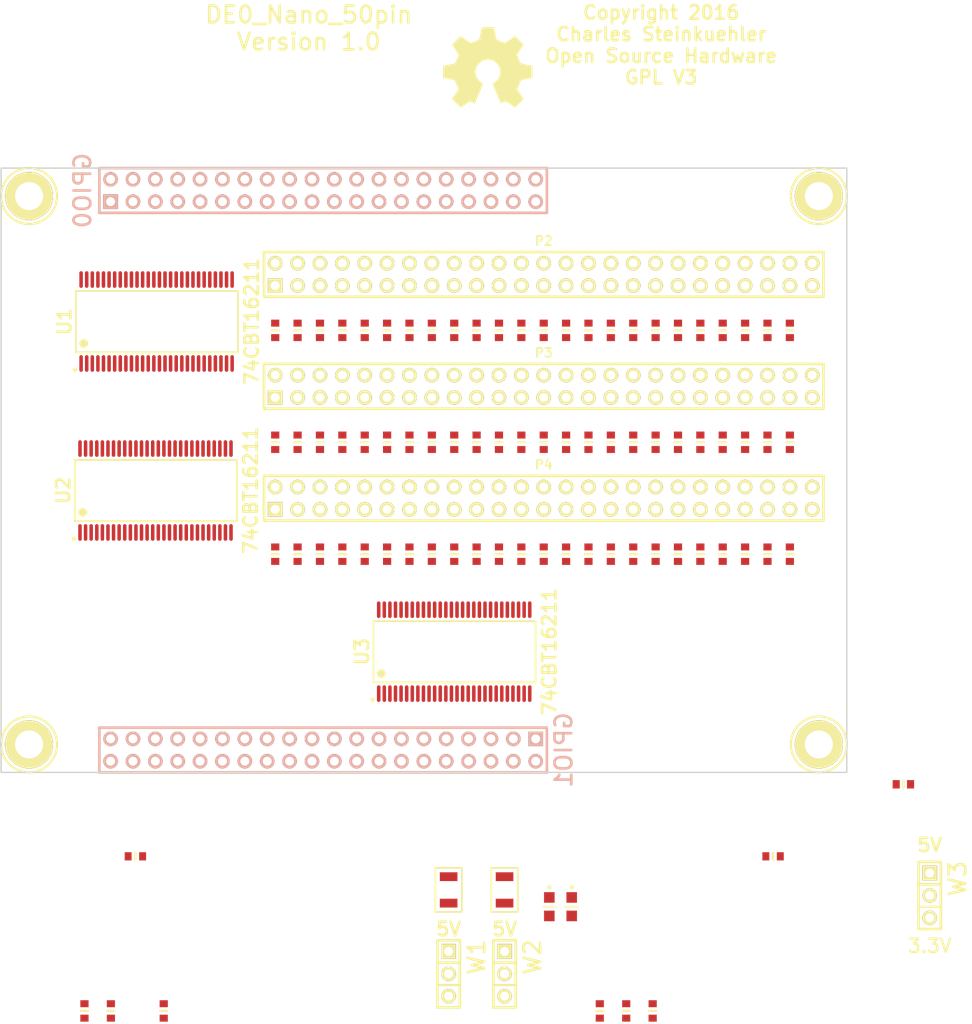
<source format=kicad_pcb>
(kicad_pcb (version 3) (host pcbnew "(2013-07-07 BZR 4022)-stable")

  (general
    (links 254)
    (no_connects 253)
    (area 123.748799 61.518799 219.896201 130.251201)
    (thickness 1.6)
    (drawings 10)
    (tracks 0)
    (zones 0)
    (modules 105)
    (nets 87)
  )

  (page A4)
  (layers
    (15 F.Cu signal)
    (0 B.Cu signal)
    (16 B.Adhes user)
    (17 F.Adhes user)
    (18 B.Paste user)
    (19 F.Paste user)
    (20 B.SilkS user)
    (21 F.SilkS user)
    (22 B.Mask user)
    (23 F.Mask user)
    (24 Dwgs.User user)
    (25 Cmts.User user)
    (26 Eco1.User user)
    (27 Eco2.User user)
    (28 Edge.Cuts user)
  )

  (setup
    (last_trace_width 0.254)
    (user_trace_width 0.254)
    (user_trace_width 0.508)
    (user_trace_width 0.635)
    (user_trace_width 1.27)
    (trace_clearance 0.254)
    (zone_clearance 0.3048)
    (zone_45_only no)
    (trace_min 0.254)
    (segment_width 0.3048)
    (edge_width 0.1524)
    (via_size 0.889)
    (via_drill 0.381)
    (via_min_size 0.889)
    (via_min_drill 0.3302)
    (uvia_size 0.508)
    (uvia_drill 0.127)
    (uvias_allowed no)
    (uvia_min_size 0.508)
    (uvia_min_drill 0.127)
    (pcb_text_width 0.3048)
    (pcb_text_size 1.524 2.032)
    (mod_edge_width 0.25)
    (mod_text_size 1.524 1.524)
    (mod_text_width 0.3048)
    (pad_size 1.9 0.4)
    (pad_drill 0)
    (pad_to_mask_clearance 0.254)
    (aux_axis_origin 35.56 28.575)
    (visible_elements 7FFFFFFF)
    (pcbplotparams
      (layerselection 283148289)
      (usegerberextensions true)
      (excludeedgelayer true)
      (linewidth 0.152400)
      (plotframeref false)
      (viasonmask false)
      (mode 1)
      (useauxorigin false)
      (hpglpennumber 1)
      (hpglpenspeed 20)
      (hpglpendiameter 15)
      (hpglpenoverlay 2)
      (psnegative false)
      (psa4output false)
      (plotreference true)
      (plotvalue true)
      (plotothertext true)
      (plotinvisibletext false)
      (padsonsilk false)
      (subtractmaskfromsilk false)
      (outputformat 1)
      (mirror false)
      (drillshape 0)
      (scaleselection 1)
      (outputdirectory gerbers))
  )

  (net 0 "")
  (net 1 +3.3V)
  (net 2 +5V)
  (net 3 /J1-PWR)
  (net 4 /J2-PWR)
  (net 5 /VPU)
  (net 6 /XIO0)
  (net 7 /XIO1)
  (net 8 /XIO10)
  (net 9 /XIO11)
  (net 10 /XIO12)
  (net 11 /XIO13)
  (net 12 /XIO14)
  (net 13 /XIO15)
  (net 14 /XIO16)
  (net 15 /XIO17)
  (net 16 /XIO18)
  (net 17 /XIO19)
  (net 18 /XIO2)
  (net 19 /XIO20)
  (net 20 /XIO21)
  (net 21 /XIO22)
  (net 22 /XIO23)
  (net 23 /XIO24)
  (net 24 /XIO25)
  (net 25 /XIO26)
  (net 26 /XIO27)
  (net 27 /XIO28)
  (net 28 /XIO29)
  (net 29 /XIO3)
  (net 30 /XIO30)
  (net 31 /XIO31)
  (net 32 /XIO32)
  (net 33 /XIO33)
  (net 34 /XIO34)
  (net 35 /XIO35)
  (net 36 /XIO36)
  (net 37 /XIO37)
  (net 38 /XIO38)
  (net 39 /XIO39)
  (net 40 /XIO4)
  (net 41 /XIO40)
  (net 42 /XIO41)
  (net 43 /XIO42)
  (net 44 /XIO43)
  (net 45 /XIO44)
  (net 46 /XIO45)
  (net 47 /XIO46)
  (net 48 /XIO47)
  (net 49 /XIO48)
  (net 50 /XIO49)
  (net 51 /XIO5)
  (net 52 /XIO50)
  (net 53 /XIO51)
  (net 54 /XIO52)
  (net 55 /XIO53)
  (net 56 /XIO54)
  (net 57 /XIO55)
  (net 58 /XIO56)
  (net 59 /XIO57)
  (net 60 /XIO58)
  (net 61 /XIO59)
  (net 62 /XIO6)
  (net 63 /XIO60)
  (net 64 /XIO61)
  (net 65 /XIO62)
  (net 66 /XIO63)
  (net 67 /XIO64)
  (net 68 /XIO65)
  (net 69 /XIO66)
  (net 70 /XIO67)
  (net 71 /XIO68)
  (net 72 /XIO69)
  (net 73 /XIO7)
  (net 74 /XIO70)
  (net 75 /XIO71)
  (net 76 /XIO8)
  (net 77 /XIO9)
  (net 78 GND)
  (net 79 N-00000348)
  (net 80 N-00000349)
  (net 81 N-00000353)
  (net 82 N-00000355)
  (net 83 N-00000395)
  (net 84 N-00000396)
  (net 85 N-00000400)
  (net 86 N-0000095)

  (net_class Default "This is the default net class."
    (clearance 0.254)
    (trace_width 0.254)
    (via_dia 0.889)
    (via_drill 0.381)
    (uvia_dia 0.508)
    (uvia_drill 0.127)
    (add_net "")
    (add_net +3.3V)
    (add_net +5V)
    (add_net /J1-PWR)
    (add_net /J2-PWR)
    (add_net /VPU)
    (add_net /XIO0)
    (add_net /XIO1)
    (add_net /XIO10)
    (add_net /XIO11)
    (add_net /XIO12)
    (add_net /XIO13)
    (add_net /XIO14)
    (add_net /XIO15)
    (add_net /XIO16)
    (add_net /XIO17)
    (add_net /XIO18)
    (add_net /XIO19)
    (add_net /XIO2)
    (add_net /XIO20)
    (add_net /XIO21)
    (add_net /XIO22)
    (add_net /XIO23)
    (add_net /XIO24)
    (add_net /XIO25)
    (add_net /XIO26)
    (add_net /XIO27)
    (add_net /XIO28)
    (add_net /XIO29)
    (add_net /XIO3)
    (add_net /XIO30)
    (add_net /XIO31)
    (add_net /XIO32)
    (add_net /XIO33)
    (add_net /XIO34)
    (add_net /XIO35)
    (add_net /XIO36)
    (add_net /XIO37)
    (add_net /XIO38)
    (add_net /XIO39)
    (add_net /XIO4)
    (add_net /XIO40)
    (add_net /XIO41)
    (add_net /XIO42)
    (add_net /XIO43)
    (add_net /XIO44)
    (add_net /XIO45)
    (add_net /XIO46)
    (add_net /XIO47)
    (add_net /XIO48)
    (add_net /XIO49)
    (add_net /XIO5)
    (add_net /XIO50)
    (add_net /XIO51)
    (add_net /XIO52)
    (add_net /XIO53)
    (add_net /XIO54)
    (add_net /XIO55)
    (add_net /XIO56)
    (add_net /XIO57)
    (add_net /XIO58)
    (add_net /XIO59)
    (add_net /XIO6)
    (add_net /XIO60)
    (add_net /XIO61)
    (add_net /XIO62)
    (add_net /XIO63)
    (add_net /XIO64)
    (add_net /XIO65)
    (add_net /XIO66)
    (add_net /XIO67)
    (add_net /XIO68)
    (add_net /XIO69)
    (add_net /XIO7)
    (add_net /XIO70)
    (add_net /XIO71)
    (add_net /XIO8)
    (add_net /XIO9)
    (add_net GND)
    (add_net N-00000348)
    (add_net N-00000349)
    (add_net N-00000353)
    (add_net N-00000355)
    (add_net N-00000395)
    (add_net N-00000396)
    (add_net N-00000400)
    (add_net N-0000095)
  )

  (module Pin_Socket_20x2 (layer B.Cu) (tedit 57A63549) (tstamp 57A95778)
    (at 160.38 127.635 180)
    (descr "Pin strip 4x2pin")
    (tags "CONN DEV")
    (path /57A7455E)
    (fp_text reference GPIO1 (at -27.305 0 270) (layer B.SilkS)
      (effects (font (size 1.905 1.905) (thickness 0.3048)) (justify mirror))
    )
    (fp_text value CONN_20X2 (at 0 0 180) (layer B.SilkS) hide
      (effects (font (size 1.016 0.889) (thickness 0.2032)) (justify mirror))
    )
    (fp_line (start -25.4 2.54) (end 25.4 2.54) (layer B.SilkS) (width 0.3048))
    (fp_line (start 25.4 2.54) (end 25.4 -2.54) (layer B.SilkS) (width 0.3048))
    (fp_line (start 25.4 -2.54) (end -25.4 -2.54) (layer B.SilkS) (width 0.3048))
    (fp_line (start -25.4 2.54) (end -25.4 -2.54) (layer B.SilkS) (width 0.3048))
    (pad 1 thru_hole rect (at -24.13 1.27 180) (size 1.651 1.651) (drill 1.016)
      (layers *.Cu *.Mask B.SilkS)
    )
    (pad 2 thru_hole circle (at -24.13 -1.27 180) (size 1.651 1.651) (drill 1.016)
      (layers *.Cu *.Mask B.SilkS)
    )
    (pad 3 thru_hole circle (at -21.59 1.27 180) (size 1.651 1.651) (drill 1.016)
      (layers *.Cu *.Mask B.SilkS)
    )
    (pad 4 thru_hole circle (at -21.59 -1.27 180) (size 1.651 1.651) (drill 1.016)
      (layers *.Cu *.Mask B.SilkS)
    )
    (pad 5 thru_hole circle (at -19.05 1.27 180) (size 1.651 1.651) (drill 1.016)
      (layers *.Cu *.Mask B.SilkS)
    )
    (pad 6 thru_hole circle (at -19.05 -1.27 180) (size 1.651 1.651) (drill 1.016)
      (layers *.Cu *.Mask B.SilkS)
    )
    (pad 7 thru_hole circle (at -16.51 1.27 180) (size 1.651 1.651) (drill 1.016)
      (layers *.Cu *.Mask B.SilkS)
    )
    (pad 8 thru_hole circle (at -16.51 -1.27 180) (size 1.651 1.651) (drill 1.016)
      (layers *.Cu *.Mask B.SilkS)
    )
    (pad 9 thru_hole circle (at -13.97 1.27 180) (size 1.651 1.651) (drill 1.016)
      (layers *.Cu *.Mask B.SilkS)
    )
    (pad 10 thru_hole circle (at -13.97 -1.27 180) (size 1.651 1.651) (drill 1.016)
      (layers *.Cu *.Mask B.SilkS)
    )
    (pad 11 thru_hole circle (at -11.43 1.27 180) (size 1.651 1.651) (drill 1.016)
      (layers *.Cu *.Mask B.SilkS)
      (net 2 +5V)
    )
    (pad 12 thru_hole circle (at -11.43 -1.27 180) (size 1.651 1.651) (drill 1.016)
      (layers *.Cu *.Mask B.SilkS)
      (net 78 GND)
    )
    (pad 13 thru_hole circle (at -8.89 1.27 180) (size 1.651 1.651) (drill 1.016)
      (layers *.Cu *.Mask B.SilkS)
    )
    (pad 14 thru_hole circle (at -8.89 -1.27 180) (size 1.651 1.651) (drill 1.016)
      (layers *.Cu *.Mask B.SilkS)
    )
    (pad 15 thru_hole circle (at -6.35 1.27 180) (size 1.651 1.651) (drill 1.016)
      (layers *.Cu *.Mask B.SilkS)
    )
    (pad 16 thru_hole circle (at -6.35 -1.27 180) (size 1.651 1.651) (drill 1.016)
      (layers *.Cu *.Mask B.SilkS)
    )
    (pad 17 thru_hole circle (at -3.81 1.27 180) (size 1.651 1.651) (drill 1.016)
      (layers *.Cu *.Mask B.SilkS)
    )
    (pad 18 thru_hole circle (at -3.81 -1.27 180) (size 1.651 1.651) (drill 1.016)
      (layers *.Cu *.Mask B.SilkS)
    )
    (pad 19 thru_hole circle (at -1.27 1.27 180) (size 1.651 1.651) (drill 1.016)
      (layers *.Cu *.Mask B.SilkS)
    )
    (pad 20 thru_hole circle (at -1.27 -1.27 180) (size 1.651 1.651) (drill 1.016)
      (layers *.Cu *.Mask B.SilkS)
    )
    (pad 21 thru_hole circle (at 1.27 1.27 180) (size 1.651 1.651) (drill 1.016)
      (layers *.Cu *.Mask B.SilkS)
    )
    (pad 22 thru_hole circle (at 1.27 -1.27 180) (size 1.651 1.651) (drill 1.016)
      (layers *.Cu *.Mask B.SilkS)
    )
    (pad 23 thru_hole circle (at 3.81 1.27 180) (size 1.651 1.651) (drill 1.016)
      (layers *.Cu *.Mask B.SilkS)
    )
    (pad 24 thru_hole circle (at 3.81 -1.27 180) (size 1.651 1.651) (drill 1.016)
      (layers *.Cu *.Mask B.SilkS)
    )
    (pad 25 thru_hole circle (at 6.35 1.27 180) (size 1.651 1.651) (drill 1.016)
      (layers *.Cu *.Mask B.SilkS)
    )
    (pad 26 thru_hole circle (at 6.35 -1.27 180) (size 1.651 1.651) (drill 1.016)
      (layers *.Cu *.Mask B.SilkS)
    )
    (pad 27 thru_hole circle (at 8.89 1.27 180) (size 1.651 1.651) (drill 1.016)
      (layers *.Cu *.Mask B.SilkS)
    )
    (pad 28 thru_hole circle (at 8.89 -1.27 180) (size 1.651 1.651) (drill 1.016)
      (layers *.Cu *.Mask B.SilkS)
    )
    (pad 29 thru_hole circle (at 11.43 1.27 180) (size 1.651 1.651) (drill 1.016)
      (layers *.Cu *.Mask B.SilkS)
      (net 1 +3.3V)
    )
    (pad 30 thru_hole circle (at 11.43 -1.27 180) (size 1.651 1.651) (drill 1.016)
      (layers *.Cu *.Mask B.SilkS)
      (net 78 GND)
    )
    (pad 31 thru_hole circle (at 13.97 1.27 180) (size 1.651 1.651) (drill 1.016)
      (layers *.Cu *.Mask B.SilkS)
    )
    (pad 32 thru_hole circle (at 13.97 -1.27 180) (size 1.651 1.651) (drill 1.016)
      (layers *.Cu *.Mask B.SilkS)
    )
    (pad 33 thru_hole circle (at 16.51 1.27 180) (size 1.651 1.651) (drill 1.016)
      (layers *.Cu *.Mask B.SilkS)
    )
    (pad 34 thru_hole circle (at 16.51 -1.27 180) (size 1.651 1.651) (drill 1.016)
      (layers *.Cu *.Mask B.SilkS)
    )
    (pad 35 thru_hole circle (at 19.05 1.27 180) (size 1.651 1.651) (drill 1.016)
      (layers *.Cu *.Mask B.SilkS)
    )
    (pad 36 thru_hole circle (at 19.05 -1.27 180) (size 1.651 1.651) (drill 1.016)
      (layers *.Cu *.Mask B.SilkS)
    )
    (pad 37 thru_hole circle (at 21.59 1.27 180) (size 1.651 1.651) (drill 1.016)
      (layers *.Cu *.Mask B.SilkS)
    )
    (pad 38 thru_hole circle (at 21.59 -1.27 180) (size 1.651 1.651) (drill 1.016)
      (layers *.Cu *.Mask B.SilkS)
    )
    (pad 39 thru_hole circle (at 24.13 1.27 180) (size 1.651 1.651) (drill 1.016)
      (layers *.Cu *.Mask B.SilkS)
    )
    (pad 40 thru_hole circle (at 24.13 -1.27 180) (size 1.651 1.651) (drill 1.016)
      (layers *.Cu *.Mask B.SilkS)
    )
    (model walter\pin_strip\pin_strip_4x2.wrl
      (at (xyz 0 0 0))
      (scale (xyz 1 1 1))
      (rotate (xyz 0 0 0))
    )
  )

  (module MTH_4-40 (layer F.Cu) (tedit 57A6083C) (tstamp 57A95678)
    (at 127 64.77)
    (path /57A747F6)
    (fp_text reference M4 (at 0 -4.445) (layer F.SilkS) hide
      (effects (font (size 1.524 1.524) (thickness 0.3048)))
    )
    (fp_text value 4-40 (at 0 2.54) (layer F.SilkS) hide
      (effects (font (size 1.524 1.524) (thickness 0.3048)))
    )
    (fp_circle (center 0 0) (end 3.175 0) (layer F.SilkS) (width 0.254))
    (pad 1 thru_hole circle (at 0 0) (size 5.461 5.461) (drill 3.175)
      (layers *.Cu *.Mask F.SilkS)
      (net 78 GND)
    )
  )

  (module MTH_4-40 (layer F.Cu) (tedit 57A60837) (tstamp 57A95671)
    (at 216.65 64.77)
    (path /57A747EA)
    (fp_text reference M3 (at 0 -4.445) (layer F.SilkS) hide
      (effects (font (size 1.524 1.524) (thickness 0.3048)))
    )
    (fp_text value 4-40 (at 0 2.54) (layer F.SilkS) hide
      (effects (font (size 1.524 1.524) (thickness 0.3048)))
    )
    (fp_circle (center 0 0) (end 3.175 0) (layer F.SilkS) (width 0.254))
    (pad 1 thru_hole circle (at 0 0) (size 5.461 5.461) (drill 3.175)
      (layers *.Cu *.Mask F.SilkS)
      (net 78 GND)
    )
  )

  (module LOGO (layer F.Cu) (tedit 0) (tstamp 57A9567E)
    (at 179.07 50.165)
    (fp_text reference G*** (at 0 5.38734) (layer F.SilkS) hide
      (effects (font (size 0.46228 0.46228) (thickness 0.09144)))
    )
    (fp_text value LOGO (at 0 -5.38734) (layer F.SilkS) hide
      (effects (font (size 0.46228 0.46228) (thickness 0.09144)))
    )
    (fp_poly (pts (xy -3.07848 4.56184) (xy -3.02514 4.53644) (xy -2.90576 4.46024) (xy -2.73812 4.34848)
      (xy -2.53746 4.21386) (xy -2.3368 4.07924) (xy -2.16916 3.96748) (xy -2.05486 3.89382)
      (xy -2.0066 3.86588) (xy -1.9812 3.87604) (xy -1.88468 3.92176) (xy -1.74498 3.99542)
      (xy -1.66624 4.03606) (xy -1.5367 4.09194) (xy -1.47574 4.1021) (xy -1.46304 4.08432)
      (xy -1.41732 3.9878) (xy -1.34366 3.82016) (xy -1.24714 3.60172) (xy -1.13792 3.34264)
      (xy -1.02108 3.06578) (xy -0.9017 2.7813) (xy -0.78994 2.50952) (xy -0.69088 2.26822)
      (xy -0.61214 2.0701) (xy -0.5588 1.93294) (xy -0.53848 1.87198) (xy -0.5461 1.86182)
      (xy -0.6096 1.79832) (xy -0.72136 1.7145) (xy -0.96012 1.52146) (xy -1.19888 1.22428)
      (xy -1.34366 0.88646) (xy -1.38938 0.51308) (xy -1.34874 0.16764) (xy -1.21412 -0.1651)
      (xy -0.98044 -0.46482) (xy -0.6985 -0.68834) (xy -0.37084 -0.82804) (xy 0 -0.87376)
      (xy 0.35306 -0.83312) (xy 0.69342 -0.70104) (xy 0.99314 -0.47244) (xy 1.12014 -0.32512)
      (xy 1.2954 -0.02286) (xy 1.39446 0.30226) (xy 1.40462 0.38608) (xy 1.38938 0.74168)
      (xy 1.28524 1.08458) (xy 1.09474 1.38938) (xy 0.83312 1.64084) (xy 0.80264 1.6637)
      (xy 0.68072 1.75514) (xy 0.59944 1.8161) (xy 0.53594 1.86944) (xy 0.9906 2.96164)
      (xy 1.06172 3.1369) (xy 1.18618 3.43408) (xy 1.29794 3.69316) (xy 1.3843 3.8989)
      (xy 1.44526 4.03352) (xy 1.47066 4.0894) (xy 1.47574 4.09194) (xy 1.51384 4.09956)
      (xy 1.59766 4.06908) (xy 1.75006 3.99542) (xy 1.85166 3.94462) (xy 1.9685 3.88874)
      (xy 2.0193 3.86588) (xy 2.06248 3.89128) (xy 2.17678 3.9624) (xy 2.33934 4.07162)
      (xy 2.53492 4.2037) (xy 2.72034 4.3307) (xy 2.89052 4.445) (xy 3.01752 4.52374)
      (xy 3.07594 4.55676) (xy 3.0861 4.55676) (xy 3.13944 4.52628) (xy 3.2385 4.445)
      (xy 3.38836 4.30276) (xy 3.59918 4.09702) (xy 3.62966 4.064) (xy 3.80238 3.88874)
      (xy 3.94462 3.73888) (xy 4.0386 3.63474) (xy 4.07162 3.58648) (xy 4.07162 3.58648)
      (xy 4.04114 3.52806) (xy 3.9624 3.4036) (xy 3.8481 3.22834) (xy 3.71094 3.02514)
      (xy 3.34772 2.49936) (xy 3.54838 2.00406) (xy 3.60934 1.85166) (xy 3.68554 1.66624)
      (xy 3.74396 1.53416) (xy 3.77444 1.47828) (xy 3.82778 1.45796) (xy 3.9624 1.42494)
      (xy 4.16052 1.3843) (xy 4.3942 1.34112) (xy 4.61772 1.30048) (xy 4.82092 1.26238)
      (xy 4.96824 1.23444) (xy 5.03428 1.2192) (xy 5.04952 1.21158) (xy 5.06222 1.17856)
      (xy 5.06984 1.10998) (xy 5.07492 0.98806) (xy 5.07746 0.79502) (xy 5.07746 0.51308)
      (xy 5.07746 0.4826) (xy 5.07492 0.2159) (xy 5.07238 0.00254) (xy 5.06476 -0.13462)
      (xy 5.0546 -0.1905) (xy 5.0546 -0.1905) (xy 4.9911 -0.20574) (xy 4.84886 -0.23622)
      (xy 4.64566 -0.27686) (xy 4.40436 -0.32258) (xy 4.38912 -0.32512) (xy 4.15036 -0.37084)
      (xy 3.94716 -0.41402) (xy 3.80746 -0.44704) (xy 3.7465 -0.46482) (xy 3.73634 -0.4826)
      (xy 3.68554 -0.57404) (xy 3.61696 -0.7239) (xy 3.53822 -0.90678) (xy 3.45948 -1.09474)
      (xy 3.3909 -1.26492) (xy 3.34518 -1.39192) (xy 3.33248 -1.4478) (xy 3.33248 -1.45034)
      (xy 3.37058 -1.50876) (xy 3.45186 -1.63068) (xy 3.5687 -1.80594) (xy 3.7084 -2.00914)
      (xy 3.7211 -2.02438) (xy 3.85826 -2.22758) (xy 3.97002 -2.4003) (xy 4.04368 -2.52222)
      (xy 4.07162 -2.5781) (xy 4.07162 -2.58064) (xy 4.0259 -2.6416) (xy 3.92176 -2.7559)
      (xy 3.77444 -2.91084) (xy 3.59664 -3.09118) (xy 3.54076 -3.14706) (xy 3.34264 -3.3401)
      (xy 3.20548 -3.46456) (xy 3.11912 -3.53314) (xy 3.07848 -3.54838) (xy 3.07848 -3.54584)
      (xy 3.01752 -3.51028) (xy 2.88798 -3.42646) (xy 2.71526 -3.30708) (xy 2.50952 -3.16738)
      (xy 2.49428 -3.15722) (xy 2.29108 -3.02006) (xy 2.1209 -2.90576) (xy 2.00152 -2.82702)
      (xy 1.94818 -2.794) (xy 1.94056 -2.794) (xy 1.85674 -2.8194) (xy 1.71196 -2.8702)
      (xy 1.53416 -2.93878) (xy 1.3462 -3.01244) (xy 1.17602 -3.0861) (xy 1.04902 -3.14452)
      (xy 0.98806 -3.17754) (xy 0.98552 -3.18262) (xy 0.9652 -3.25374) (xy 0.92964 -3.40614)
      (xy 0.88646 -3.61442) (xy 0.84074 -3.86334) (xy 0.83312 -3.90398) (xy 0.7874 -4.14528)
      (xy 0.74676 -4.34594) (xy 0.71882 -4.4831) (xy 0.70612 -4.54152) (xy 0.67056 -4.54914)
      (xy 0.55118 -4.55676) (xy 0.37084 -4.56184) (xy 0.1524 -4.56438) (xy -0.0762 -4.56184)
      (xy -0.30226 -4.5593) (xy -0.49276 -4.55168) (xy -0.62992 -4.54152) (xy -0.68834 -4.53136)
      (xy -0.68834 -4.52628) (xy -0.7112 -4.45262) (xy -0.74422 -4.30022) (xy -0.7874 -4.0894)
      (xy -0.83312 -3.84048) (xy -0.84328 -3.7973) (xy -0.889 -3.556) (xy -0.92964 -3.35788)
      (xy -0.95758 -3.22072) (xy -0.97282 -3.16738) (xy -0.99568 -3.15468) (xy -1.09474 -3.1115)
      (xy -1.2573 -3.04546) (xy -1.45796 -2.96418) (xy -1.92278 -2.77622) (xy -2.49174 -3.16738)
      (xy -2.54508 -3.20294) (xy -2.75082 -3.34264) (xy -2.91846 -3.4544) (xy -3.0353 -3.5306)
      (xy -3.08356 -3.55854) (xy -3.08864 -3.556) (xy -3.14452 -3.5052) (xy -3.25882 -3.39852)
      (xy -3.41122 -3.24866) (xy -3.59156 -3.07086) (xy -3.72364 -2.93878) (xy -3.88112 -2.77876)
      (xy -3.98018 -2.66954) (xy -4.03606 -2.60096) (xy -4.05384 -2.56032) (xy -4.0513 -2.53238)
      (xy -4.0132 -2.47396) (xy -3.92938 -2.34696) (xy -3.81254 -2.17424) (xy -3.67284 -1.97358)
      (xy -3.55854 -1.80594) (xy -3.43408 -1.6129) (xy -3.35534 -1.47574) (xy -3.3274 -1.4097)
      (xy -3.33502 -1.38176) (xy -3.37312 -1.27) (xy -3.4417 -1.10236) (xy -3.52806 -0.9017)
      (xy -3.72618 -0.44958) (xy -4.02082 -0.3937) (xy -4.20116 -0.35814) (xy -4.45008 -0.30988)
      (xy -4.69138 -0.26416) (xy -5.06476 -0.1905) (xy -5.08 1.18618) (xy -5.02158 1.20904)
      (xy -4.9657 1.22428) (xy -4.826 1.25476) (xy -4.62788 1.2954) (xy -4.3942 1.33858)
      (xy -4.19608 1.37668) (xy -3.99542 1.41478) (xy -3.85064 1.44272) (xy -3.78714 1.45542)
      (xy -3.7719 1.47828) (xy -3.7211 1.5748) (xy -3.64998 1.72974) (xy -3.5687 1.91516)
      (xy -3.48996 2.1082) (xy -3.41884 2.286) (xy -3.37058 2.42062) (xy -3.35026 2.49174)
      (xy -3.3782 2.54508) (xy -3.4544 2.66192) (xy -3.56616 2.82956) (xy -3.70078 3.03022)
      (xy -3.83794 3.22834) (xy -3.95224 3.39852) (xy -4.03352 3.52298) (xy -4.06654 3.57886)
      (xy -4.0513 3.61696) (xy -3.97002 3.71348) (xy -3.82016 3.86842) (xy -3.59664 4.0894)
      (xy -3.55854 4.12496) (xy -3.38074 4.29768) (xy -3.23088 4.43484) (xy -3.12674 4.52882)
      (xy -3.07848 4.56184)) (layer F.SilkS) (width 0.00254))
  )

  (module Shunt (layer F.Cu) (tedit 57138F8D) (tstamp 57A9561F)
    (at 174.625 151.765 90)
    (path /536F30D5)
    (fp_text reference S1 (at 0 0 90) (layer F.SilkS) hide
      (effects (font (size 1.27 1.27) (thickness 0.254)))
    )
    (fp_text value SHUNT (at 0 1.27 90) (layer F.SilkS) hide
      (effects (font (size 0.635 0.635) (thickness 0.127)))
    )
    (fp_line (start -2.54 -1.27) (end 2.54 -1.27) (layer F.SilkS) (width 0.254))
    (fp_line (start 2.54 -1.27) (end 2.54 1.27) (layer F.SilkS) (width 0.254))
    (fp_line (start 2.54 1.27) (end -2.54 1.27) (layer F.SilkS) (width 0.254))
    (fp_line (start -2.54 1.27) (end -2.54 -1.27) (layer F.SilkS) (width 0.254))
  )

  (module Shunt (layer F.Cu) (tedit 536199AF) (tstamp 57A95616)
    (at 180.975 151.765 90)
    (path /536F311D)
    (fp_text reference S2 (at 0 0 90) (layer F.SilkS) hide
      (effects (font (size 1.27 1.27) (thickness 0.254)))
    )
    (fp_text value SHUNT (at 0 1.27 90) (layer F.SilkS) hide
      (effects (font (size 0.635 0.635) (thickness 0.127)))
    )
    (fp_line (start -2.54 -1.27) (end 2.54 -1.27) (layer F.SilkS) (width 0.254))
    (fp_line (start 2.54 -1.27) (end 2.54 1.27) (layer F.SilkS) (width 0.254))
    (fp_line (start 2.54 1.27) (end -2.54 1.27) (layer F.SilkS) (width 0.254))
    (fp_line (start -2.54 1.27) (end -2.54 -1.27) (layer F.SilkS) (width 0.254))
  )

  (module Shunt (layer F.Cu) (tedit 536199AF) (tstamp 57A9560D)
    (at 229.235 142.875 90)
    (path /536F3125)
    (fp_text reference S3 (at 0 0 90) (layer F.SilkS) hide
      (effects (font (size 1.27 1.27) (thickness 0.254)))
    )
    (fp_text value SHUNT (at 0 1.27 90) (layer F.SilkS) hide
      (effects (font (size 0.635 0.635) (thickness 0.127)))
    )
    (fp_line (start -2.54 -1.27) (end 2.54 -1.27) (layer F.SilkS) (width 0.254))
    (fp_line (start 2.54 -1.27) (end 2.54 1.27) (layer F.SilkS) (width 0.254))
    (fp_line (start 2.54 1.27) (end -2.54 1.27) (layer F.SilkS) (width 0.254))
    (fp_line (start -2.54 1.27) (end -2.54 -1.27) (layer F.SilkS) (width 0.254))
  )

  (module pin_strip_3 (layer F.Cu) (tedit 5713DBBC) (tstamp 57A9564F)
    (at 174.625 153.035 270)
    (descr "Pin strip 3pin")
    (tags "CONN DEV")
    (path /57125511)
    (fp_text reference W1 (at -1.905 -3.175 270) (layer F.SilkS)
      (effects (font (size 1.905 1.905) (thickness 0.3048)))
    )
    (fp_text value HEADER_3 (at 0.254 -3.556 270) (layer F.SilkS) hide
      (effects (font (size 1.016 0.889) (thickness 0.2032)))
    )
    (fp_line (start -1.27 1.27) (end -1.27 -1.27) (layer F.SilkS) (width 0.3048))
    (fp_line (start -3.81 -1.27) (end 3.81 -1.27) (layer F.SilkS) (width 0.3048))
    (fp_line (start 3.81 -1.27) (end 3.81 1.27) (layer F.SilkS) (width 0.3048))
    (fp_line (start 3.81 1.27) (end -3.81 1.27) (layer F.SilkS) (width 0.3048))
    (fp_line (start -3.81 1.27) (end -3.81 -1.27) (layer F.SilkS) (width 0.3048))
    (pad 1 thru_hole rect (at -2.54 0 270) (size 1.6764 1.651) (drill 1.016)
      (layers *.Cu *.Mask F.SilkS)
      (net 3 /J1-PWR)
    )
    (pad 2 thru_hole circle (at 0 0 270) (size 1.651 1.651) (drill 1.016)
      (layers *.Cu *.Mask F.SilkS)
      (net 84 N-00000396)
    )
    (pad 3 thru_hole circle (at 2.54 0 270) (size 1.651 1.651) (drill 1.016)
      (layers *.Cu *.Mask F.SilkS)
      (net 83 N-00000395)
    )
    (model walter\pin_strip\pin_strip_3.wrl
      (at (xyz 0 0 0))
      (scale (xyz 1 1 1))
      (rotate (xyz 0 0 0))
    )
  )

  (module pin_strip_3 (layer F.Cu) (tedit 5713DB9E) (tstamp 57A9565C)
    (at 180.975 153.035 270)
    (descr "Pin strip 3pin")
    (tags "CONN DEV")
    (path /571270D3)
    (fp_text reference W2 (at -1.905 -3.175 270) (layer F.SilkS)
      (effects (font (size 1.905 1.905) (thickness 0.3048)))
    )
    (fp_text value HEADER_3 (at 0.254 -3.556 270) (layer F.SilkS) hide
      (effects (font (size 1.016 0.889) (thickness 0.2032)))
    )
    (fp_line (start -1.27 1.27) (end -1.27 -1.27) (layer F.SilkS) (width 0.3048))
    (fp_line (start -3.81 -1.27) (end 3.81 -1.27) (layer F.SilkS) (width 0.3048))
    (fp_line (start 3.81 -1.27) (end 3.81 1.27) (layer F.SilkS) (width 0.3048))
    (fp_line (start 3.81 1.27) (end -3.81 1.27) (layer F.SilkS) (width 0.3048))
    (fp_line (start -3.81 1.27) (end -3.81 -1.27) (layer F.SilkS) (width 0.3048))
    (pad 1 thru_hole rect (at -2.54 0 270) (size 1.6764 1.651) (drill 1.016)
      (layers *.Cu *.Mask F.SilkS)
      (net 4 /J2-PWR)
    )
    (pad 2 thru_hole circle (at 0 0 270) (size 1.651 1.651) (drill 1.016)
      (layers *.Cu *.Mask F.SilkS)
      (net 82 N-00000355)
    )
    (pad 3 thru_hole circle (at 2.54 0 270) (size 1.651 1.651) (drill 1.016)
      (layers *.Cu *.Mask F.SilkS)
      (net 78 GND)
    )
    (model walter\pin_strip\pin_strip_3.wrl
      (at (xyz 0 0 0))
      (scale (xyz 1 1 1))
      (rotate (xyz 0 0 0))
    )
  )

  (module pin_strip_3 (layer F.Cu) (tedit 5713DBDC) (tstamp 57A95642)
    (at 229.235 144.145 270)
    (descr "Pin strip 3pin")
    (tags "CONN DEV")
    (path /571270DB)
    (fp_text reference W3 (at -1.905 -3.175 270) (layer F.SilkS)
      (effects (font (size 1.905 1.905) (thickness 0.3048)))
    )
    (fp_text value HEADER_3 (at 0.254 -3.556 270) (layer F.SilkS) hide
      (effects (font (size 1.016 0.889) (thickness 0.2032)))
    )
    (fp_line (start -1.27 1.27) (end -1.27 -1.27) (layer F.SilkS) (width 0.3048))
    (fp_line (start -3.81 -1.27) (end 3.81 -1.27) (layer F.SilkS) (width 0.3048))
    (fp_line (start 3.81 -1.27) (end 3.81 1.27) (layer F.SilkS) (width 0.3048))
    (fp_line (start 3.81 1.27) (end -3.81 1.27) (layer F.SilkS) (width 0.3048))
    (fp_line (start -3.81 1.27) (end -3.81 -1.27) (layer F.SilkS) (width 0.3048))
    (pad 1 thru_hole rect (at -2.54 0 270) (size 1.6764 1.651) (drill 1.016)
      (layers *.Cu *.Mask F.SilkS)
      (net 2 +5V)
    )
    (pad 2 thru_hole circle (at 0 0 270) (size 1.651 1.651) (drill 1.016)
      (layers *.Cu *.Mask F.SilkS)
    )
    (pad 3 thru_hole circle (at 2.54 0 270) (size 1.651 1.651) (drill 1.016)
      (layers *.Cu *.Mask F.SilkS)
      (net 1 +3.3V)
    )
    (model walter\pin_strip\pin_strip_3.wrl
      (at (xyz 0 0 0))
      (scale (xyz 1 1 1))
      (rotate (xyz 0 0 0))
    )
  )

  (module MTH_4-40 (layer F.Cu) (tedit 5713DF5A) (tstamp 57A95663)
    (at 127 127)
    (path /536D47EF)
    (fp_text reference M1 (at 0 -4.445) (layer F.SilkS) hide
      (effects (font (size 1.524 1.524) (thickness 0.3048)))
    )
    (fp_text value 4-40 (at 0 2.54) (layer F.SilkS) hide
      (effects (font (size 1.524 1.524) (thickness 0.3048)))
    )
    (fp_circle (center 0 0) (end 3.175 0) (layer F.SilkS) (width 0.254))
    (pad 1 thru_hole circle (at 0 0) (size 5.461 5.461) (drill 3.175)
      (layers *.Cu *.Mask F.SilkS)
      (net 78 GND)
    )
  )

  (module MTH_4-40 (layer F.Cu) (tedit 5713DF66) (tstamp 57A9566A)
    (at 216.65 127)
    (path /536D47FE)
    (fp_text reference M2 (at 0 -4.445) (layer F.SilkS) hide
      (effects (font (size 1.524 1.524) (thickness 0.3048)))
    )
    (fp_text value 4-40 (at 0 2.54) (layer F.SilkS) hide
      (effects (font (size 1.524 1.524) (thickness 0.3048)))
    )
    (fp_circle (center 0 0) (end 3.175 0) (layer F.SilkS) (width 0.254))
    (pad 1 thru_hole circle (at 0 0) (size 5.461 5.461) (drill 3.175)
      (layers *.Cu *.Mask F.SilkS)
      (net 78 GND)
    )
  )

  (module BOURNS-MF-NSMF (layer F.Cu) (tedit 5712A7A2) (tstamp 57A95635)
    (at 180.975 143.51 90)
    (path /57124CC7)
    (attr smd)
    (fp_text reference PTC2 (at 0 0 90) (layer F.SilkS) hide
      (effects (font (size 0.75 0.75) (thickness 0.1)))
    )
    (fp_text value 2A (at 0 0.7 90) (layer F.SilkS) hide
      (effects (font (size 0.45 0.45) (thickness 0.08)))
    )
    (fp_line (start -2.5 -1.5) (end 2.5 -1.5) (layer F.SilkS) (width 0.2))
    (fp_line (start 2.5 -1.5) (end 2.5 1.5) (layer F.SilkS) (width 0.2))
    (fp_line (start 2.5 1.5) (end -2.5 1.5) (layer F.SilkS) (width 0.2))
    (fp_line (start -2.5 1.5) (end -2.5 -1.5) (layer F.SilkS) (width 0.2))
    (pad 1 smd rect (at -1.5 0 90) (size 1 2)
      (layers F.Cu F.Paste F.Mask)
      (net 4 /J2-PWR)
    )
    (pad 2 smd rect (at 1.5 0 90) (size 1 2)
      (layers F.Cu F.Paste F.Mask)
      (net 2 +5V)
    )
  )

  (module BOURNS-MF-NSMF (layer F.Cu) (tedit 5712A7A2) (tstamp 57A9562A)
    (at 174.625 143.51 90)
    (path /5712552F)
    (attr smd)
    (fp_text reference PTC1 (at 0 0 90) (layer F.SilkS) hide
      (effects (font (size 0.75 0.75) (thickness 0.1)))
    )
    (fp_text value 2A (at 0 0.7 90) (layer F.SilkS) hide
      (effects (font (size 0.45 0.45) (thickness 0.08)))
    )
    (fp_line (start -2.5 -1.5) (end 2.5 -1.5) (layer F.SilkS) (width 0.2))
    (fp_line (start 2.5 -1.5) (end 2.5 1.5) (layer F.SilkS) (width 0.2))
    (fp_line (start 2.5 1.5) (end -2.5 1.5) (layer F.SilkS) (width 0.2))
    (fp_line (start -2.5 1.5) (end -2.5 -1.5) (layer F.SilkS) (width 0.2))
    (pad 1 smd rect (at -1.5 0 90) (size 1 2)
      (layers F.Cu F.Paste F.Mask)
      (net 3 /J1-PWR)
    )
    (pad 2 smd rect (at 1.5 0 90) (size 1 2)
      (layers F.Cu F.Paste F.Mask)
      (net 2 +5V)
    )
  )

  (module Pin_Socket_20x2 (layer B.Cu) (tedit 57A63540) (tstamp 57A95747)
    (at 160.38 64.135)
    (descr "Pin strip 4x2pin")
    (tags "CONN DEV")
    (path /57118F5F)
    (fp_text reference GPIO0 (at -27.305 0 90) (layer B.SilkS)
      (effects (font (size 1.905 1.905) (thickness 0.3048)) (justify mirror))
    )
    (fp_text value CONN_20X2 (at 0 0) (layer B.SilkS) hide
      (effects (font (size 1.016 0.889) (thickness 0.2032)) (justify mirror))
    )
    (fp_line (start -25.4 2.54) (end 25.4 2.54) (layer B.SilkS) (width 0.3048))
    (fp_line (start 25.4 2.54) (end 25.4 -2.54) (layer B.SilkS) (width 0.3048))
    (fp_line (start 25.4 -2.54) (end -25.4 -2.54) (layer B.SilkS) (width 0.3048))
    (fp_line (start -25.4 2.54) (end -25.4 -2.54) (layer B.SilkS) (width 0.3048))
    (pad 1 thru_hole rect (at -24.13 1.27) (size 1.651 1.651) (drill 1.016)
      (layers *.Cu *.Mask B.SilkS)
    )
    (pad 2 thru_hole circle (at -24.13 -1.27) (size 1.651 1.651) (drill 1.016)
      (layers *.Cu *.Mask B.SilkS)
    )
    (pad 3 thru_hole circle (at -21.59 1.27) (size 1.651 1.651) (drill 1.016)
      (layers *.Cu *.Mask B.SilkS)
    )
    (pad 4 thru_hole circle (at -21.59 -1.27) (size 1.651 1.651) (drill 1.016)
      (layers *.Cu *.Mask B.SilkS)
    )
    (pad 5 thru_hole circle (at -19.05 1.27) (size 1.651 1.651) (drill 1.016)
      (layers *.Cu *.Mask B.SilkS)
    )
    (pad 6 thru_hole circle (at -19.05 -1.27) (size 1.651 1.651) (drill 1.016)
      (layers *.Cu *.Mask B.SilkS)
    )
    (pad 7 thru_hole circle (at -16.51 1.27) (size 1.651 1.651) (drill 1.016)
      (layers *.Cu *.Mask B.SilkS)
    )
    (pad 8 thru_hole circle (at -16.51 -1.27) (size 1.651 1.651) (drill 1.016)
      (layers *.Cu *.Mask B.SilkS)
    )
    (pad 9 thru_hole circle (at -13.97 1.27) (size 1.651 1.651) (drill 1.016)
      (layers *.Cu *.Mask B.SilkS)
    )
    (pad 10 thru_hole circle (at -13.97 -1.27) (size 1.651 1.651) (drill 1.016)
      (layers *.Cu *.Mask B.SilkS)
    )
    (pad 11 thru_hole circle (at -11.43 1.27) (size 1.651 1.651) (drill 1.016)
      (layers *.Cu *.Mask B.SilkS)
      (net 2 +5V)
    )
    (pad 12 thru_hole circle (at -11.43 -1.27) (size 1.651 1.651) (drill 1.016)
      (layers *.Cu *.Mask B.SilkS)
      (net 78 GND)
    )
    (pad 13 thru_hole circle (at -8.89 1.27) (size 1.651 1.651) (drill 1.016)
      (layers *.Cu *.Mask B.SilkS)
    )
    (pad 14 thru_hole circle (at -8.89 -1.27) (size 1.651 1.651) (drill 1.016)
      (layers *.Cu *.Mask B.SilkS)
    )
    (pad 15 thru_hole circle (at -6.35 1.27) (size 1.651 1.651) (drill 1.016)
      (layers *.Cu *.Mask B.SilkS)
    )
    (pad 16 thru_hole circle (at -6.35 -1.27) (size 1.651 1.651) (drill 1.016)
      (layers *.Cu *.Mask B.SilkS)
    )
    (pad 17 thru_hole circle (at -3.81 1.27) (size 1.651 1.651) (drill 1.016)
      (layers *.Cu *.Mask B.SilkS)
    )
    (pad 18 thru_hole circle (at -3.81 -1.27) (size 1.651 1.651) (drill 1.016)
      (layers *.Cu *.Mask B.SilkS)
    )
    (pad 19 thru_hole circle (at -1.27 1.27) (size 1.651 1.651) (drill 1.016)
      (layers *.Cu *.Mask B.SilkS)
    )
    (pad 20 thru_hole circle (at -1.27 -1.27) (size 1.651 1.651) (drill 1.016)
      (layers *.Cu *.Mask B.SilkS)
    )
    (pad 21 thru_hole circle (at 1.27 1.27) (size 1.651 1.651) (drill 1.016)
      (layers *.Cu *.Mask B.SilkS)
    )
    (pad 22 thru_hole circle (at 1.27 -1.27) (size 1.651 1.651) (drill 1.016)
      (layers *.Cu *.Mask B.SilkS)
    )
    (pad 23 thru_hole circle (at 3.81 1.27) (size 1.651 1.651) (drill 1.016)
      (layers *.Cu *.Mask B.SilkS)
    )
    (pad 24 thru_hole circle (at 3.81 -1.27) (size 1.651 1.651) (drill 1.016)
      (layers *.Cu *.Mask B.SilkS)
    )
    (pad 25 thru_hole circle (at 6.35 1.27) (size 1.651 1.651) (drill 1.016)
      (layers *.Cu *.Mask B.SilkS)
    )
    (pad 26 thru_hole circle (at 6.35 -1.27) (size 1.651 1.651) (drill 1.016)
      (layers *.Cu *.Mask B.SilkS)
    )
    (pad 27 thru_hole circle (at 8.89 1.27) (size 1.651 1.651) (drill 1.016)
      (layers *.Cu *.Mask B.SilkS)
    )
    (pad 28 thru_hole circle (at 8.89 -1.27) (size 1.651 1.651) (drill 1.016)
      (layers *.Cu *.Mask B.SilkS)
    )
    (pad 29 thru_hole circle (at 11.43 1.27) (size 1.651 1.651) (drill 1.016)
      (layers *.Cu *.Mask B.SilkS)
      (net 1 +3.3V)
    )
    (pad 30 thru_hole circle (at 11.43 -1.27) (size 1.651 1.651) (drill 1.016)
      (layers *.Cu *.Mask B.SilkS)
      (net 78 GND)
    )
    (pad 31 thru_hole circle (at 13.97 1.27) (size 1.651 1.651) (drill 1.016)
      (layers *.Cu *.Mask B.SilkS)
    )
    (pad 32 thru_hole circle (at 13.97 -1.27) (size 1.651 1.651) (drill 1.016)
      (layers *.Cu *.Mask B.SilkS)
    )
    (pad 33 thru_hole circle (at 16.51 1.27) (size 1.651 1.651) (drill 1.016)
      (layers *.Cu *.Mask B.SilkS)
    )
    (pad 34 thru_hole circle (at 16.51 -1.27) (size 1.651 1.651) (drill 1.016)
      (layers *.Cu *.Mask B.SilkS)
    )
    (pad 35 thru_hole circle (at 19.05 1.27) (size 1.651 1.651) (drill 1.016)
      (layers *.Cu *.Mask B.SilkS)
    )
    (pad 36 thru_hole circle (at 19.05 -1.27) (size 1.651 1.651) (drill 1.016)
      (layers *.Cu *.Mask B.SilkS)
    )
    (pad 37 thru_hole circle (at 21.59 1.27) (size 1.651 1.651) (drill 1.016)
      (layers *.Cu *.Mask B.SilkS)
    )
    (pad 38 thru_hole circle (at 21.59 -1.27) (size 1.651 1.651) (drill 1.016)
      (layers *.Cu *.Mask B.SilkS)
    )
    (pad 39 thru_hole circle (at 24.13 1.27) (size 1.651 1.651) (drill 1.016)
      (layers *.Cu *.Mask B.SilkS)
    )
    (pad 40 thru_hole circle (at 24.13 -1.27) (size 1.651 1.651) (drill 1.016)
      (layers *.Cu *.Mask B.SilkS)
    )
    (model walter\pin_strip\pin_strip_4x2.wrl
      (at (xyz 0 0 0))
      (scale (xyz 1 1 1))
      (rotate (xyz 0 0 0))
    )
  )

  (module OSRAM-LED-0805 (layer F.Cu) (tedit 5712A653) (tstamp 57A95604)
    (at 186.055 145.415 270)
    (path /57126754)
    (attr smd)
    (fp_text reference LED1 (at 0 0 270) (layer F.SilkS) hide
      (effects (font (size 0.75 0.75) (thickness 0.1)))
    )
    (fp_text value Yellow (at 0 0.7 270) (layer F.SilkS) hide
      (effects (font (size 0.45 0.45) (thickness 0.08)))
    )
    (fp_line (start -2.2 -1.1) (end 2.2 -1.1) (layer F.Adhes) (width 0.1))
    (fp_line (start 2.2 -1.1) (end 2.2 1.1) (layer F.Adhes) (width 0.1))
    (fp_line (start 2.2 1.1) (end -2.2 1.1) (layer F.Adhes) (width 0.1))
    (fp_line (start -2.2 1.1) (end -2.2 -1.1) (layer F.Adhes) (width 0.1))
    (fp_circle (center -2.2 0) (end -2.2 0.125) (layer F.SilkS) (width 0.25))
    (fp_line (start 0 -0.7) (end 0 0.7) (layer F.SilkS) (width 0.2))
    (pad K smd rect (at -1.05 0 270) (size 1.2 1.2)
      (layers F.Cu F.Paste F.Mask)
    )
    (pad A smd rect (at 1.05 0 270) (size 1.2 1.2)
      (layers F.Cu F.Paste F.Mask)
      (net 80 N-00000349)
    )
  )

  (module OSRAM-LED-0805 (layer F.Cu) (tedit 5712A653) (tstamp 57A955F7)
    (at 188.595 145.415 270)
    (path /571290D7)
    (attr smd)
    (fp_text reference LED2 (at 0 0 270) (layer F.SilkS) hide
      (effects (font (size 0.75 0.75) (thickness 0.1)))
    )
    (fp_text value Yellow (at 0 0.7 270) (layer F.SilkS) hide
      (effects (font (size 0.45 0.45) (thickness 0.08)))
    )
    (fp_line (start -2.2 -1.1) (end 2.2 -1.1) (layer F.Adhes) (width 0.1))
    (fp_line (start 2.2 -1.1) (end 2.2 1.1) (layer F.Adhes) (width 0.1))
    (fp_line (start 2.2 1.1) (end -2.2 1.1) (layer F.Adhes) (width 0.1))
    (fp_line (start -2.2 1.1) (end -2.2 -1.1) (layer F.Adhes) (width 0.1))
    (fp_circle (center -2.2 0) (end -2.2 0.125) (layer F.SilkS) (width 0.25))
    (fp_line (start 0 -0.7) (end 0 0.7) (layer F.SilkS) (width 0.2))
    (pad K smd rect (at -1.05 0 270) (size 1.2 1.2)
      (layers F.Cu F.Paste F.Mask)
    )
    (pad A smd rect (at 1.05 0 270) (size 1.2 1.2)
      (layers F.Cu F.Paste F.Mask)
      (net 79 N-00000348)
    )
  )

  (module RESC1608x55N (layer F.Cu) (tedit 57137148) (tstamp 57A954EE)
    (at 170.18 92.71 90)
    (path /57A742DE)
    (attr smd)
    (fp_text reference R31 (at 0 0 90) (layer F.SilkS) hide
      (effects (font (size 0.75 0.75) (thickness 0.1)))
    )
    (fp_text value 4.7k (at 0 0.7 90) (layer F.SilkS) hide
      (effects (font (size 0.45 0.45) (thickness 0.08)))
    )
    (fp_line (start 0 -0.4) (end 0 0.4) (layer F.SilkS) (width 0.254))
    (fp_line (start -1.47 -0.72) (end 1.47 -0.72) (layer F.Adhes) (width 0.1))
    (fp_line (start 1.47 -0.72) (end 1.47 0.72) (layer F.Adhes) (width 0.1))
    (fp_line (start 1.47 0.72) (end -1.47 0.72) (layer F.Adhes) (width 0.1))
    (fp_line (start -1.47 0.72) (end -1.47 -0.72) (layer F.Adhes) (width 0.1))
    (pad 1 smd rect (at -0.82 0 90) (size 0.79 0.93)
      (layers F.Cu F.Paste F.Mask)
      (net 85 N-00000400)
    )
    (pad 2 smd rect (at 0.82 0 90) (size 0.79 0.93)
      (layers F.Cu F.Paste F.Mask)
      (net 30 /XIO30)
    )
  )

  (module RESC1608x55N (layer F.Cu) (tedit 57137148) (tstamp 57A9528A)
    (at 167.64 92.71 90)
    (path /57A742C2)
    (attr smd)
    (fp_text reference R30 (at 0 0 90) (layer F.SilkS) hide
      (effects (font (size 0.75 0.75) (thickness 0.1)))
    )
    (fp_text value 4.7k (at 0 0.7 90) (layer F.SilkS) hide
      (effects (font (size 0.45 0.45) (thickness 0.08)))
    )
    (fp_line (start 0 -0.4) (end 0 0.4) (layer F.SilkS) (width 0.254))
    (fp_line (start -1.47 -0.72) (end 1.47 -0.72) (layer F.Adhes) (width 0.1))
    (fp_line (start 1.47 -0.72) (end 1.47 0.72) (layer F.Adhes) (width 0.1))
    (fp_line (start 1.47 0.72) (end -1.47 0.72) (layer F.Adhes) (width 0.1))
    (fp_line (start -1.47 0.72) (end -1.47 -0.72) (layer F.Adhes) (width 0.1))
    (pad 1 smd rect (at -0.82 0 90) (size 0.79 0.93)
      (layers F.Cu F.Paste F.Mask)
      (net 85 N-00000400)
    )
    (pad 2 smd rect (at 0.82 0 90) (size 0.79 0.93)
      (layers F.Cu F.Paste F.Mask)
      (net 28 /XIO29)
    )
  )

  (module RESC1608x55N (layer F.Cu) (tedit 57137148) (tstamp 57A9531A)
    (at 162.56 92.71 90)
    (path /57A742AE)
    (attr smd)
    (fp_text reference R28 (at 0 0 90) (layer F.SilkS) hide
      (effects (font (size 0.75 0.75) (thickness 0.1)))
    )
    (fp_text value 4.7k (at 0 0.7 90) (layer F.SilkS) hide
      (effects (font (size 0.45 0.45) (thickness 0.08)))
    )
    (fp_line (start 0 -0.4) (end 0 0.4) (layer F.SilkS) (width 0.254))
    (fp_line (start -1.47 -0.72) (end 1.47 -0.72) (layer F.Adhes) (width 0.1))
    (fp_line (start 1.47 -0.72) (end 1.47 0.72) (layer F.Adhes) (width 0.1))
    (fp_line (start 1.47 0.72) (end -1.47 0.72) (layer F.Adhes) (width 0.1))
    (fp_line (start -1.47 0.72) (end -1.47 -0.72) (layer F.Adhes) (width 0.1))
    (pad 1 smd rect (at -0.82 0 90) (size 0.79 0.93)
      (layers F.Cu F.Paste F.Mask)
      (net 85 N-00000400)
    )
    (pad 2 smd rect (at 0.82 0 90) (size 0.79 0.93)
      (layers F.Cu F.Paste F.Mask)
      (net 26 /XIO27)
    )
  )

  (module RESC1608x55N (layer F.Cu) (tedit 57137148) (tstamp 57A95326)
    (at 160.02 92.71 90)
    (path /57A742B6)
    (attr smd)
    (fp_text reference R27 (at 0 0 90) (layer F.SilkS) hide
      (effects (font (size 0.75 0.75) (thickness 0.1)))
    )
    (fp_text value 4.7k (at 0 0.7 90) (layer F.SilkS) hide
      (effects (font (size 0.45 0.45) (thickness 0.08)))
    )
    (fp_line (start 0 -0.4) (end 0 0.4) (layer F.SilkS) (width 0.254))
    (fp_line (start -1.47 -0.72) (end 1.47 -0.72) (layer F.Adhes) (width 0.1))
    (fp_line (start 1.47 -0.72) (end 1.47 0.72) (layer F.Adhes) (width 0.1))
    (fp_line (start 1.47 0.72) (end -1.47 0.72) (layer F.Adhes) (width 0.1))
    (fp_line (start -1.47 0.72) (end -1.47 -0.72) (layer F.Adhes) (width 0.1))
    (pad 1 smd rect (at -0.82 0 90) (size 0.79 0.93)
      (layers F.Cu F.Paste F.Mask)
      (net 85 N-00000400)
    )
    (pad 2 smd rect (at 0.82 0 90) (size 0.79 0.93)
      (layers F.Cu F.Paste F.Mask)
      (net 25 /XIO26)
    )
  )

  (module RESC1608x55N (layer F.Cu) (tedit 57137148) (tstamp 57A95332)
    (at 157.48 92.71 90)
    (path /57A7429A)
    (attr smd)
    (fp_text reference R26 (at 0 0 90) (layer F.SilkS) hide
      (effects (font (size 0.75 0.75) (thickness 0.1)))
    )
    (fp_text value 4.7k (at 0 0.7 90) (layer F.SilkS) hide
      (effects (font (size 0.45 0.45) (thickness 0.08)))
    )
    (fp_line (start 0 -0.4) (end 0 0.4) (layer F.SilkS) (width 0.254))
    (fp_line (start -1.47 -0.72) (end 1.47 -0.72) (layer F.Adhes) (width 0.1))
    (fp_line (start 1.47 -0.72) (end 1.47 0.72) (layer F.Adhes) (width 0.1))
    (fp_line (start 1.47 0.72) (end -1.47 0.72) (layer F.Adhes) (width 0.1))
    (fp_line (start -1.47 0.72) (end -1.47 -0.72) (layer F.Adhes) (width 0.1))
    (pad 1 smd rect (at -0.82 0 90) (size 0.79 0.93)
      (layers F.Cu F.Paste F.Mask)
      (net 85 N-00000400)
    )
    (pad 2 smd rect (at 0.82 0 90) (size 0.79 0.93)
      (layers F.Cu F.Paste F.Mask)
      (net 24 /XIO25)
    )
  )

  (module RESC1608x55N (layer F.Cu) (tedit 57137148) (tstamp 57A9533E)
    (at 154.94 92.71 90)
    (path /57A742A2)
    (attr smd)
    (fp_text reference R25 (at 0 0 90) (layer F.SilkS) hide
      (effects (font (size 0.75 0.75) (thickness 0.1)))
    )
    (fp_text value 4.7k (at 0 0.7 90) (layer F.SilkS) hide
      (effects (font (size 0.45 0.45) (thickness 0.08)))
    )
    (fp_line (start 0 -0.4) (end 0 0.4) (layer F.SilkS) (width 0.254))
    (fp_line (start -1.47 -0.72) (end 1.47 -0.72) (layer F.Adhes) (width 0.1))
    (fp_line (start 1.47 -0.72) (end 1.47 0.72) (layer F.Adhes) (width 0.1))
    (fp_line (start 1.47 0.72) (end -1.47 0.72) (layer F.Adhes) (width 0.1))
    (fp_line (start -1.47 0.72) (end -1.47 -0.72) (layer F.Adhes) (width 0.1))
    (pad 1 smd rect (at -0.82 0 90) (size 0.79 0.93)
      (layers F.Cu F.Paste F.Mask)
      (net 85 N-00000400)
    )
    (pad 2 smd rect (at 0.82 0 90) (size 0.79 0.93)
      (layers F.Cu F.Paste F.Mask)
      (net 23 /XIO24)
    )
  )

  (module RESC1608x55N (layer F.Cu) (tedit 57137148) (tstamp 57A9534A)
    (at 213.36 80.01 90)
    (path /57A63DB3)
    (attr smd)
    (fp_text reference R24 (at 0 0 90) (layer F.SilkS) hide
      (effects (font (size 0.75 0.75) (thickness 0.1)))
    )
    (fp_text value 4.7k (at 0 0.7 90) (layer F.SilkS) hide
      (effects (font (size 0.45 0.45) (thickness 0.08)))
    )
    (fp_line (start 0 -0.4) (end 0 0.4) (layer F.SilkS) (width 0.254))
    (fp_line (start -1.47 -0.72) (end 1.47 -0.72) (layer F.Adhes) (width 0.1))
    (fp_line (start 1.47 -0.72) (end 1.47 0.72) (layer F.Adhes) (width 0.1))
    (fp_line (start 1.47 0.72) (end -1.47 0.72) (layer F.Adhes) (width 0.1))
    (fp_line (start -1.47 0.72) (end -1.47 -0.72) (layer F.Adhes) (width 0.1))
    (pad 1 smd rect (at -0.82 0 90) (size 0.79 0.93)
      (layers F.Cu F.Paste F.Mask)
      (net 81 N-00000353)
    )
    (pad 2 smd rect (at 0.82 0 90) (size 0.79 0.93)
      (layers F.Cu F.Paste F.Mask)
      (net 22 /XIO23)
    )
  )

  (module RESC1608x55N (layer F.Cu) (tedit 57137148) (tstamp 57A95356)
    (at 210.82 80.01 90)
    (path /57A63DBB)
    (attr smd)
    (fp_text reference R23 (at 0 0 90) (layer F.SilkS) hide
      (effects (font (size 0.75 0.75) (thickness 0.1)))
    )
    (fp_text value 4.7k (at 0 0.7 90) (layer F.SilkS) hide
      (effects (font (size 0.45 0.45) (thickness 0.08)))
    )
    (fp_line (start 0 -0.4) (end 0 0.4) (layer F.SilkS) (width 0.254))
    (fp_line (start -1.47 -0.72) (end 1.47 -0.72) (layer F.Adhes) (width 0.1))
    (fp_line (start 1.47 -0.72) (end 1.47 0.72) (layer F.Adhes) (width 0.1))
    (fp_line (start 1.47 0.72) (end -1.47 0.72) (layer F.Adhes) (width 0.1))
    (fp_line (start -1.47 0.72) (end -1.47 -0.72) (layer F.Adhes) (width 0.1))
    (pad 1 smd rect (at -0.82 0 90) (size 0.79 0.93)
      (layers F.Cu F.Paste F.Mask)
      (net 81 N-00000353)
    )
    (pad 2 smd rect (at 0.82 0 90) (size 0.79 0.93)
      (layers F.Cu F.Paste F.Mask)
      (net 21 /XIO22)
    )
  )

  (module RESC1608x55N (layer F.Cu) (tedit 57137148) (tstamp 57A95362)
    (at 208.28 80.01 90)
    (path /57A63D9F)
    (attr smd)
    (fp_text reference R22 (at 0 0 90) (layer F.SilkS) hide
      (effects (font (size 0.75 0.75) (thickness 0.1)))
    )
    (fp_text value 4.7k (at 0 0.7 90) (layer F.SilkS) hide
      (effects (font (size 0.45 0.45) (thickness 0.08)))
    )
    (fp_line (start 0 -0.4) (end 0 0.4) (layer F.SilkS) (width 0.254))
    (fp_line (start -1.47 -0.72) (end 1.47 -0.72) (layer F.Adhes) (width 0.1))
    (fp_line (start 1.47 -0.72) (end 1.47 0.72) (layer F.Adhes) (width 0.1))
    (fp_line (start 1.47 0.72) (end -1.47 0.72) (layer F.Adhes) (width 0.1))
    (fp_line (start -1.47 0.72) (end -1.47 -0.72) (layer F.Adhes) (width 0.1))
    (pad 1 smd rect (at -0.82 0 90) (size 0.79 0.93)
      (layers F.Cu F.Paste F.Mask)
      (net 81 N-00000353)
    )
    (pad 2 smd rect (at 0.82 0 90) (size 0.79 0.93)
      (layers F.Cu F.Paste F.Mask)
      (net 20 /XIO21)
    )
  )

  (module RESC1608x55N (layer F.Cu) (tedit 57137148) (tstamp 57A9536E)
    (at 205.74 80.01 90)
    (path /57A63DA7)
    (attr smd)
    (fp_text reference R21 (at 0 0 90) (layer F.SilkS) hide
      (effects (font (size 0.75 0.75) (thickness 0.1)))
    )
    (fp_text value 4.7k (at 0 0.7 90) (layer F.SilkS) hide
      (effects (font (size 0.45 0.45) (thickness 0.08)))
    )
    (fp_line (start 0 -0.4) (end 0 0.4) (layer F.SilkS) (width 0.254))
    (fp_line (start -1.47 -0.72) (end 1.47 -0.72) (layer F.Adhes) (width 0.1))
    (fp_line (start 1.47 -0.72) (end 1.47 0.72) (layer F.Adhes) (width 0.1))
    (fp_line (start 1.47 0.72) (end -1.47 0.72) (layer F.Adhes) (width 0.1))
    (fp_line (start -1.47 0.72) (end -1.47 -0.72) (layer F.Adhes) (width 0.1))
    (pad 1 smd rect (at -0.82 0 90) (size 0.79 0.93)
      (layers F.Cu F.Paste F.Mask)
      (net 81 N-00000353)
    )
    (pad 2 smd rect (at 0.82 0 90) (size 0.79 0.93)
      (layers F.Cu F.Paste F.Mask)
      (net 19 /XIO20)
    )
  )

  (module RESC1608x55N (layer F.Cu) (tedit 57137148) (tstamp 57A9537A)
    (at 203.2 80.01 90)
    (path /57A63D8B)
    (attr smd)
    (fp_text reference R20 (at 0 0 90) (layer F.SilkS) hide
      (effects (font (size 0.75 0.75) (thickness 0.1)))
    )
    (fp_text value 4.7k (at 0 0.7 90) (layer F.SilkS) hide
      (effects (font (size 0.45 0.45) (thickness 0.08)))
    )
    (fp_line (start 0 -0.4) (end 0 0.4) (layer F.SilkS) (width 0.254))
    (fp_line (start -1.47 -0.72) (end 1.47 -0.72) (layer F.Adhes) (width 0.1))
    (fp_line (start 1.47 -0.72) (end 1.47 0.72) (layer F.Adhes) (width 0.1))
    (fp_line (start 1.47 0.72) (end -1.47 0.72) (layer F.Adhes) (width 0.1))
    (fp_line (start -1.47 0.72) (end -1.47 -0.72) (layer F.Adhes) (width 0.1))
    (pad 1 smd rect (at -0.82 0 90) (size 0.79 0.93)
      (layers F.Cu F.Paste F.Mask)
      (net 81 N-00000353)
    )
    (pad 2 smd rect (at 0.82 0 90) (size 0.79 0.93)
      (layers F.Cu F.Paste F.Mask)
      (net 17 /XIO19)
    )
  )

  (module RESC1608x55N (layer F.Cu) (tedit 57137148) (tstamp 57A9540A)
    (at 200.66 80.01 90)
    (path /57A63D93)
    (attr smd)
    (fp_text reference R19 (at 0 0 90) (layer F.SilkS) hide
      (effects (font (size 0.75 0.75) (thickness 0.1)))
    )
    (fp_text value 4.7k (at 0 0.7 90) (layer F.SilkS) hide
      (effects (font (size 0.45 0.45) (thickness 0.08)))
    )
    (fp_line (start 0 -0.4) (end 0 0.4) (layer F.SilkS) (width 0.254))
    (fp_line (start -1.47 -0.72) (end 1.47 -0.72) (layer F.Adhes) (width 0.1))
    (fp_line (start 1.47 -0.72) (end 1.47 0.72) (layer F.Adhes) (width 0.1))
    (fp_line (start 1.47 0.72) (end -1.47 0.72) (layer F.Adhes) (width 0.1))
    (fp_line (start -1.47 0.72) (end -1.47 -0.72) (layer F.Adhes) (width 0.1))
    (pad 1 smd rect (at -0.82 0 90) (size 0.79 0.93)
      (layers F.Cu F.Paste F.Mask)
      (net 81 N-00000353)
    )
    (pad 2 smd rect (at 0.82 0 90) (size 0.79 0.93)
      (layers F.Cu F.Paste F.Mask)
      (net 16 /XIO18)
    )
  )

  (module RESC1608x55N (layer F.Cu) (tedit 57137148) (tstamp 57A95392)
    (at 198.12 80.01 90)
    (path /57A63D77)
    (attr smd)
    (fp_text reference R18 (at 0 0 90) (layer F.SilkS) hide
      (effects (font (size 0.75 0.75) (thickness 0.1)))
    )
    (fp_text value 4.7k (at 0 0.7 90) (layer F.SilkS) hide
      (effects (font (size 0.45 0.45) (thickness 0.08)))
    )
    (fp_line (start 0 -0.4) (end 0 0.4) (layer F.SilkS) (width 0.254))
    (fp_line (start -1.47 -0.72) (end 1.47 -0.72) (layer F.Adhes) (width 0.1))
    (fp_line (start 1.47 -0.72) (end 1.47 0.72) (layer F.Adhes) (width 0.1))
    (fp_line (start 1.47 0.72) (end -1.47 0.72) (layer F.Adhes) (width 0.1))
    (fp_line (start -1.47 0.72) (end -1.47 -0.72) (layer F.Adhes) (width 0.1))
    (pad 1 smd rect (at -0.82 0 90) (size 0.79 0.93)
      (layers F.Cu F.Paste F.Mask)
      (net 81 N-00000353)
    )
    (pad 2 smd rect (at 0.82 0 90) (size 0.79 0.93)
      (layers F.Cu F.Paste F.Mask)
      (net 15 /XIO17)
    )
  )

  (module RESC1608x55N (layer F.Cu) (tedit 57137148) (tstamp 57A9539E)
    (at 182.88 92.71 90)
    (path /57A742FE)
    (attr smd)
    (fp_text reference R36 (at 0 0 90) (layer F.SilkS) hide
      (effects (font (size 0.75 0.75) (thickness 0.1)))
    )
    (fp_text value 4.7k (at 0 0.7 90) (layer F.SilkS) hide
      (effects (font (size 0.45 0.45) (thickness 0.08)))
    )
    (fp_line (start 0 -0.4) (end 0 0.4) (layer F.SilkS) (width 0.254))
    (fp_line (start -1.47 -0.72) (end 1.47 -0.72) (layer F.Adhes) (width 0.1))
    (fp_line (start 1.47 -0.72) (end 1.47 0.72) (layer F.Adhes) (width 0.1))
    (fp_line (start 1.47 0.72) (end -1.47 0.72) (layer F.Adhes) (width 0.1))
    (fp_line (start -1.47 0.72) (end -1.47 -0.72) (layer F.Adhes) (width 0.1))
    (pad 1 smd rect (at -0.82 0 90) (size 0.79 0.93)
      (layers F.Cu F.Paste F.Mask)
      (net 85 N-00000400)
    )
    (pad 2 smd rect (at 0.82 0 90) (size 0.79 0.93)
      (layers F.Cu F.Paste F.Mask)
      (net 35 /XIO35)
    )
  )

  (module RESC1608x55N (layer F.Cu) (tedit 57137148) (tstamp 57A953AA)
    (at 193.04 80.01 90)
    (path /57A63D63)
    (attr smd)
    (fp_text reference R16 (at 0 0 90) (layer F.SilkS) hide
      (effects (font (size 0.75 0.75) (thickness 0.1)))
    )
    (fp_text value 4.7k (at 0 0.7 90) (layer F.SilkS) hide
      (effects (font (size 0.45 0.45) (thickness 0.08)))
    )
    (fp_line (start 0 -0.4) (end 0 0.4) (layer F.SilkS) (width 0.254))
    (fp_line (start -1.47 -0.72) (end 1.47 -0.72) (layer F.Adhes) (width 0.1))
    (fp_line (start 1.47 -0.72) (end 1.47 0.72) (layer F.Adhes) (width 0.1))
    (fp_line (start 1.47 0.72) (end -1.47 0.72) (layer F.Adhes) (width 0.1))
    (fp_line (start -1.47 0.72) (end -1.47 -0.72) (layer F.Adhes) (width 0.1))
    (pad 1 smd rect (at -0.82 0 90) (size 0.79 0.93)
      (layers F.Cu F.Paste F.Mask)
      (net 81 N-00000353)
    )
    (pad 2 smd rect (at 0.82 0 90) (size 0.79 0.93)
      (layers F.Cu F.Paste F.Mask)
      (net 13 /XIO15)
    )
  )

  (module RESC1608x55N (layer F.Cu) (tedit 57137148) (tstamp 57A953B6)
    (at 195.58 80.01 90)
    (path /57A63D7F)
    (attr smd)
    (fp_text reference R17 (at 0 0 90) (layer F.SilkS) hide
      (effects (font (size 0.75 0.75) (thickness 0.1)))
    )
    (fp_text value 4.7k (at 0 0.7 90) (layer F.SilkS) hide
      (effects (font (size 0.45 0.45) (thickness 0.08)))
    )
    (fp_line (start 0 -0.4) (end 0 0.4) (layer F.SilkS) (width 0.254))
    (fp_line (start -1.47 -0.72) (end 1.47 -0.72) (layer F.Adhes) (width 0.1))
    (fp_line (start 1.47 -0.72) (end 1.47 0.72) (layer F.Adhes) (width 0.1))
    (fp_line (start 1.47 0.72) (end -1.47 0.72) (layer F.Adhes) (width 0.1))
    (fp_line (start -1.47 0.72) (end -1.47 -0.72) (layer F.Adhes) (width 0.1))
    (pad 1 smd rect (at -0.82 0 90) (size 0.79 0.93)
      (layers F.Cu F.Paste F.Mask)
      (net 81 N-00000353)
    )
    (pad 2 smd rect (at 0.82 0 90) (size 0.79 0.93)
      (layers F.Cu F.Paste F.Mask)
      (net 14 /XIO16)
    )
  )

  (module RESC1608x55N (layer F.Cu) (tedit 57137148) (tstamp 57A953C2)
    (at 172.72 92.71 90)
    (path /57A742D6)
    (attr smd)
    (fp_text reference R32 (at 0 0 90) (layer F.SilkS) hide
      (effects (font (size 0.75 0.75) (thickness 0.1)))
    )
    (fp_text value 4.7k (at 0 0.7 90) (layer F.SilkS) hide
      (effects (font (size 0.45 0.45) (thickness 0.08)))
    )
    (fp_line (start 0 -0.4) (end 0 0.4) (layer F.SilkS) (width 0.254))
    (fp_line (start -1.47 -0.72) (end 1.47 -0.72) (layer F.Adhes) (width 0.1))
    (fp_line (start 1.47 -0.72) (end 1.47 0.72) (layer F.Adhes) (width 0.1))
    (fp_line (start 1.47 0.72) (end -1.47 0.72) (layer F.Adhes) (width 0.1))
    (fp_line (start -1.47 0.72) (end -1.47 -0.72) (layer F.Adhes) (width 0.1))
    (pad 1 smd rect (at -0.82 0 90) (size 0.79 0.93)
      (layers F.Cu F.Paste F.Mask)
      (net 85 N-00000400)
    )
    (pad 2 smd rect (at 0.82 0 90) (size 0.79 0.93)
      (layers F.Cu F.Paste F.Mask)
      (net 31 /XIO31)
    )
  )

  (module RESC1608x55N (layer F.Cu) (tedit 57137148) (tstamp 57A953CE)
    (at 190.5 80.01 90)
    (path /57A63D6B)
    (attr smd)
    (fp_text reference R15 (at 0 0 90) (layer F.SilkS) hide
      (effects (font (size 0.75 0.75) (thickness 0.1)))
    )
    (fp_text value 4.7k (at 0 0.7 90) (layer F.SilkS) hide
      (effects (font (size 0.45 0.45) (thickness 0.08)))
    )
    (fp_line (start 0 -0.4) (end 0 0.4) (layer F.SilkS) (width 0.254))
    (fp_line (start -1.47 -0.72) (end 1.47 -0.72) (layer F.Adhes) (width 0.1))
    (fp_line (start 1.47 -0.72) (end 1.47 0.72) (layer F.Adhes) (width 0.1))
    (fp_line (start 1.47 0.72) (end -1.47 0.72) (layer F.Adhes) (width 0.1))
    (fp_line (start -1.47 0.72) (end -1.47 -0.72) (layer F.Adhes) (width 0.1))
    (pad 1 smd rect (at -0.82 0 90) (size 0.79 0.93)
      (layers F.Cu F.Paste F.Mask)
      (net 81 N-00000353)
    )
    (pad 2 smd rect (at 0.82 0 90) (size 0.79 0.93)
      (layers F.Cu F.Paste F.Mask)
      (net 12 /XIO14)
    )
  )

  (module RESC1608x55N (layer F.Cu) (tedit 57137148) (tstamp 57A953DA)
    (at 187.96 80.01 90)
    (path /57A63D4F)
    (attr smd)
    (fp_text reference R14 (at 0 0 90) (layer F.SilkS) hide
      (effects (font (size 0.75 0.75) (thickness 0.1)))
    )
    (fp_text value 4.7k (at 0 0.7 90) (layer F.SilkS) hide
      (effects (font (size 0.45 0.45) (thickness 0.08)))
    )
    (fp_line (start 0 -0.4) (end 0 0.4) (layer F.SilkS) (width 0.254))
    (fp_line (start -1.47 -0.72) (end 1.47 -0.72) (layer F.Adhes) (width 0.1))
    (fp_line (start 1.47 -0.72) (end 1.47 0.72) (layer F.Adhes) (width 0.1))
    (fp_line (start 1.47 0.72) (end -1.47 0.72) (layer F.Adhes) (width 0.1))
    (fp_line (start -1.47 0.72) (end -1.47 -0.72) (layer F.Adhes) (width 0.1))
    (pad 1 smd rect (at -0.82 0 90) (size 0.79 0.93)
      (layers F.Cu F.Paste F.Mask)
      (net 81 N-00000353)
    )
    (pad 2 smd rect (at 0.82 0 90) (size 0.79 0.93)
      (layers F.Cu F.Paste F.Mask)
      (net 11 /XIO13)
    )
  )

  (module RESC1608x55N (layer F.Cu) (tedit 57137148) (tstamp 57A953E6)
    (at 185.42 80.01 90)
    (path /57A63D57)
    (attr smd)
    (fp_text reference R13 (at 0 0 90) (layer F.SilkS) hide
      (effects (font (size 0.75 0.75) (thickness 0.1)))
    )
    (fp_text value 4.7k (at 0 0.7 90) (layer F.SilkS) hide
      (effects (font (size 0.45 0.45) (thickness 0.08)))
    )
    (fp_line (start 0 -0.4) (end 0 0.4) (layer F.SilkS) (width 0.254))
    (fp_line (start -1.47 -0.72) (end 1.47 -0.72) (layer F.Adhes) (width 0.1))
    (fp_line (start 1.47 -0.72) (end 1.47 0.72) (layer F.Adhes) (width 0.1))
    (fp_line (start 1.47 0.72) (end -1.47 0.72) (layer F.Adhes) (width 0.1))
    (fp_line (start -1.47 0.72) (end -1.47 -0.72) (layer F.Adhes) (width 0.1))
    (pad 1 smd rect (at -0.82 0 90) (size 0.79 0.93)
      (layers F.Cu F.Paste F.Mask)
      (net 81 N-00000353)
    )
    (pad 2 smd rect (at 0.82 0 90) (size 0.79 0.93)
      (layers F.Cu F.Paste F.Mask)
      (net 10 /XIO12)
    )
  )

  (module RESC1608x55N (layer F.Cu) (tedit 57137148) (tstamp 57A953F2)
    (at 182.88 80.01 90)
    (path /57A63D3B)
    (attr smd)
    (fp_text reference R12 (at 0 0 90) (layer F.SilkS) hide
      (effects (font (size 0.75 0.75) (thickness 0.1)))
    )
    (fp_text value 4.7k (at 0 0.7 90) (layer F.SilkS) hide
      (effects (font (size 0.45 0.45) (thickness 0.08)))
    )
    (fp_line (start 0 -0.4) (end 0 0.4) (layer F.SilkS) (width 0.254))
    (fp_line (start -1.47 -0.72) (end 1.47 -0.72) (layer F.Adhes) (width 0.1))
    (fp_line (start 1.47 -0.72) (end 1.47 0.72) (layer F.Adhes) (width 0.1))
    (fp_line (start 1.47 0.72) (end -1.47 0.72) (layer F.Adhes) (width 0.1))
    (fp_line (start -1.47 0.72) (end -1.47 -0.72) (layer F.Adhes) (width 0.1))
    (pad 1 smd rect (at -0.82 0 90) (size 0.79 0.93)
      (layers F.Cu F.Paste F.Mask)
      (net 81 N-00000353)
    )
    (pad 2 smd rect (at 0.82 0 90) (size 0.79 0.93)
      (layers F.Cu F.Paste F.Mask)
      (net 9 /XIO11)
    )
  )

  (module RESC1608x55N (layer F.Cu) (tedit 57137148) (tstamp 57A953FE)
    (at 180.34 80.01 90)
    (path /57A63D43)
    (attr smd)
    (fp_text reference R11 (at 0 0 90) (layer F.SilkS) hide
      (effects (font (size 0.75 0.75) (thickness 0.1)))
    )
    (fp_text value 4.7k (at 0 0.7 90) (layer F.SilkS) hide
      (effects (font (size 0.45 0.45) (thickness 0.08)))
    )
    (fp_line (start 0 -0.4) (end 0 0.4) (layer F.SilkS) (width 0.254))
    (fp_line (start -1.47 -0.72) (end 1.47 -0.72) (layer F.Adhes) (width 0.1))
    (fp_line (start 1.47 -0.72) (end 1.47 0.72) (layer F.Adhes) (width 0.1))
    (fp_line (start 1.47 0.72) (end -1.47 0.72) (layer F.Adhes) (width 0.1))
    (fp_line (start -1.47 0.72) (end -1.47 -0.72) (layer F.Adhes) (width 0.1))
    (pad 1 smd rect (at -0.82 0 90) (size 0.79 0.93)
      (layers F.Cu F.Paste F.Mask)
      (net 81 N-00000353)
    )
    (pad 2 smd rect (at 0.82 0 90) (size 0.79 0.93)
      (layers F.Cu F.Paste F.Mask)
      (net 8 /XIO10)
    )
  )

  (module RESC1608x55N (layer F.Cu) (tedit 57137148) (tstamp 57A95386)
    (at 165.1 92.71 90)
    (path /57A742CA)
    (attr smd)
    (fp_text reference R29 (at 0 0 90) (layer F.SilkS) hide
      (effects (font (size 0.75 0.75) (thickness 0.1)))
    )
    (fp_text value 4.7k (at 0 0.7 90) (layer F.SilkS) hide
      (effects (font (size 0.45 0.45) (thickness 0.08)))
    )
    (fp_line (start 0 -0.4) (end 0 0.4) (layer F.SilkS) (width 0.254))
    (fp_line (start -1.47 -0.72) (end 1.47 -0.72) (layer F.Adhes) (width 0.1))
    (fp_line (start 1.47 -0.72) (end 1.47 0.72) (layer F.Adhes) (width 0.1))
    (fp_line (start 1.47 0.72) (end -1.47 0.72) (layer F.Adhes) (width 0.1))
    (fp_line (start -1.47 0.72) (end -1.47 -0.72) (layer F.Adhes) (width 0.1))
    (pad 1 smd rect (at -0.82 0 90) (size 0.79 0.93)
      (layers F.Cu F.Paste F.Mask)
      (net 85 N-00000400)
    )
    (pad 2 smd rect (at 0.82 0 90) (size 0.79 0.93)
      (layers F.Cu F.Paste F.Mask)
      (net 27 /XIO28)
    )
  )

  (module RESC1608x55N (layer F.Cu) (tedit 57137148) (tstamp 57A9521E)
    (at 175.26 80.01 90)
    (path /57A63D2F)
    (attr smd)
    (fp_text reference R9 (at 0 0 90) (layer F.SilkS) hide
      (effects (font (size 0.75 0.75) (thickness 0.1)))
    )
    (fp_text value 4.7k (at 0 0.7 90) (layer F.SilkS) hide
      (effects (font (size 0.45 0.45) (thickness 0.08)))
    )
    (fp_line (start 0 -0.4) (end 0 0.4) (layer F.SilkS) (width 0.254))
    (fp_line (start -1.47 -0.72) (end 1.47 -0.72) (layer F.Adhes) (width 0.1))
    (fp_line (start 1.47 -0.72) (end 1.47 0.72) (layer F.Adhes) (width 0.1))
    (fp_line (start 1.47 0.72) (end -1.47 0.72) (layer F.Adhes) (width 0.1))
    (fp_line (start -1.47 0.72) (end -1.47 -0.72) (layer F.Adhes) (width 0.1))
    (pad 1 smd rect (at -0.82 0 90) (size 0.79 0.93)
      (layers F.Cu F.Paste F.Mask)
      (net 81 N-00000353)
    )
    (pad 2 smd rect (at 0.82 0 90) (size 0.79 0.93)
      (layers F.Cu F.Paste F.Mask)
      (net 76 /XIO8)
    )
  )

  (module RESC1608x55N (layer F.Cu) (tedit 57137148) (tstamp 57A9522A)
    (at 172.72 80.01 90)
    (path /57A63D13)
    (attr smd)
    (fp_text reference R8 (at 0 0 90) (layer F.SilkS) hide
      (effects (font (size 0.75 0.75) (thickness 0.1)))
    )
    (fp_text value 4.7k (at 0 0.7 90) (layer F.SilkS) hide
      (effects (font (size 0.45 0.45) (thickness 0.08)))
    )
    (fp_line (start 0 -0.4) (end 0 0.4) (layer F.SilkS) (width 0.254))
    (fp_line (start -1.47 -0.72) (end 1.47 -0.72) (layer F.Adhes) (width 0.1))
    (fp_line (start 1.47 -0.72) (end 1.47 0.72) (layer F.Adhes) (width 0.1))
    (fp_line (start 1.47 0.72) (end -1.47 0.72) (layer F.Adhes) (width 0.1))
    (fp_line (start -1.47 0.72) (end -1.47 -0.72) (layer F.Adhes) (width 0.1))
    (pad 1 smd rect (at -0.82 0 90) (size 0.79 0.93)
      (layers F.Cu F.Paste F.Mask)
      (net 81 N-00000353)
    )
    (pad 2 smd rect (at 0.82 0 90) (size 0.79 0.93)
      (layers F.Cu F.Paste F.Mask)
      (net 73 /XIO7)
    )
  )

  (module RESC1608x55N (layer F.Cu) (tedit 57137148) (tstamp 57A95236)
    (at 170.18 80.01 90)
    (path /57A63D1B)
    (attr smd)
    (fp_text reference R7 (at 0 0 90) (layer F.SilkS) hide
      (effects (font (size 0.75 0.75) (thickness 0.1)))
    )
    (fp_text value 4.7k (at 0 0.7 90) (layer F.SilkS) hide
      (effects (font (size 0.45 0.45) (thickness 0.08)))
    )
    (fp_line (start 0 -0.4) (end 0 0.4) (layer F.SilkS) (width 0.254))
    (fp_line (start -1.47 -0.72) (end 1.47 -0.72) (layer F.Adhes) (width 0.1))
    (fp_line (start 1.47 -0.72) (end 1.47 0.72) (layer F.Adhes) (width 0.1))
    (fp_line (start 1.47 0.72) (end -1.47 0.72) (layer F.Adhes) (width 0.1))
    (fp_line (start -1.47 0.72) (end -1.47 -0.72) (layer F.Adhes) (width 0.1))
    (pad 1 smd rect (at -0.82 0 90) (size 0.79 0.93)
      (layers F.Cu F.Paste F.Mask)
      (net 81 N-00000353)
    )
    (pad 2 smd rect (at 0.82 0 90) (size 0.79 0.93)
      (layers F.Cu F.Paste F.Mask)
      (net 62 /XIO6)
    )
  )

  (module RESC1608x55N (layer F.Cu) (tedit 57137148) (tstamp 57A95242)
    (at 175.26 92.71 90)
    (path /57A742F2)
    (attr smd)
    (fp_text reference R33 (at 0 0 90) (layer F.SilkS) hide
      (effects (font (size 0.75 0.75) (thickness 0.1)))
    )
    (fp_text value 4.7k (at 0 0.7 90) (layer F.SilkS) hide
      (effects (font (size 0.45 0.45) (thickness 0.08)))
    )
    (fp_line (start 0 -0.4) (end 0 0.4) (layer F.SilkS) (width 0.254))
    (fp_line (start -1.47 -0.72) (end 1.47 -0.72) (layer F.Adhes) (width 0.1))
    (fp_line (start 1.47 -0.72) (end 1.47 0.72) (layer F.Adhes) (width 0.1))
    (fp_line (start 1.47 0.72) (end -1.47 0.72) (layer F.Adhes) (width 0.1))
    (fp_line (start -1.47 0.72) (end -1.47 -0.72) (layer F.Adhes) (width 0.1))
    (pad 1 smd rect (at -0.82 0 90) (size 0.79 0.93)
      (layers F.Cu F.Paste F.Mask)
      (net 85 N-00000400)
    )
    (pad 2 smd rect (at 0.82 0 90) (size 0.79 0.93)
      (layers F.Cu F.Paste F.Mask)
      (net 32 /XIO32)
    )
  )

  (module RESC1608x55N (layer F.Cu) (tedit 57137148) (tstamp 57A9524E)
    (at 177.8 92.71 90)
    (path /57A742EA)
    (attr smd)
    (fp_text reference R34 (at 0 0 90) (layer F.SilkS) hide
      (effects (font (size 0.75 0.75) (thickness 0.1)))
    )
    (fp_text value 4.7k (at 0 0.7 90) (layer F.SilkS) hide
      (effects (font (size 0.45 0.45) (thickness 0.08)))
    )
    (fp_line (start 0 -0.4) (end 0 0.4) (layer F.SilkS) (width 0.254))
    (fp_line (start -1.47 -0.72) (end 1.47 -0.72) (layer F.Adhes) (width 0.1))
    (fp_line (start 1.47 -0.72) (end 1.47 0.72) (layer F.Adhes) (width 0.1))
    (fp_line (start 1.47 0.72) (end -1.47 0.72) (layer F.Adhes) (width 0.1))
    (fp_line (start -1.47 0.72) (end -1.47 -0.72) (layer F.Adhes) (width 0.1))
    (pad 1 smd rect (at -0.82 0 90) (size 0.79 0.93)
      (layers F.Cu F.Paste F.Mask)
      (net 85 N-00000400)
    )
    (pad 2 smd rect (at 0.82 0 90) (size 0.79 0.93)
      (layers F.Cu F.Paste F.Mask)
      (net 33 /XIO33)
    )
  )

  (module RESC1608x55N (layer F.Cu) (tedit 57137148) (tstamp 57A9525A)
    (at 180.34 92.71 90)
    (path /57A74306)
    (attr smd)
    (fp_text reference R35 (at 0 0 90) (layer F.SilkS) hide
      (effects (font (size 0.75 0.75) (thickness 0.1)))
    )
    (fp_text value 4.7k (at 0 0.7 90) (layer F.SilkS) hide
      (effects (font (size 0.45 0.45) (thickness 0.08)))
    )
    (fp_line (start 0 -0.4) (end 0 0.4) (layer F.SilkS) (width 0.254))
    (fp_line (start -1.47 -0.72) (end 1.47 -0.72) (layer F.Adhes) (width 0.1))
    (fp_line (start 1.47 -0.72) (end 1.47 0.72) (layer F.Adhes) (width 0.1))
    (fp_line (start 1.47 0.72) (end -1.47 0.72) (layer F.Adhes) (width 0.1))
    (fp_line (start -1.47 0.72) (end -1.47 -0.72) (layer F.Adhes) (width 0.1))
    (pad 1 smd rect (at -0.82 0 90) (size 0.79 0.93)
      (layers F.Cu F.Paste F.Mask)
      (net 85 N-00000400)
    )
    (pad 2 smd rect (at 0.82 0 90) (size 0.79 0.93)
      (layers F.Cu F.Paste F.Mask)
      (net 34 /XIO34)
    )
  )

  (module RESC1608x55N (layer F.Cu) (tedit 57137148) (tstamp 57A95266)
    (at 154.94 80.01 90)
    (path /57A63CD5)
    (attr smd)
    (fp_text reference R1 (at 0 0 90) (layer F.SilkS) hide
      (effects (font (size 0.75 0.75) (thickness 0.1)))
    )
    (fp_text value 4.7k (at 0 0.7 90) (layer F.SilkS) hide
      (effects (font (size 0.45 0.45) (thickness 0.08)))
    )
    (fp_line (start 0 -0.4) (end 0 0.4) (layer F.SilkS) (width 0.254))
    (fp_line (start -1.47 -0.72) (end 1.47 -0.72) (layer F.Adhes) (width 0.1))
    (fp_line (start 1.47 -0.72) (end 1.47 0.72) (layer F.Adhes) (width 0.1))
    (fp_line (start 1.47 0.72) (end -1.47 0.72) (layer F.Adhes) (width 0.1))
    (fp_line (start -1.47 0.72) (end -1.47 -0.72) (layer F.Adhes) (width 0.1))
    (pad 1 smd rect (at -0.82 0 90) (size 0.79 0.93)
      (layers F.Cu F.Paste F.Mask)
      (net 81 N-00000353)
    )
    (pad 2 smd rect (at 0.82 0 90) (size 0.79 0.93)
      (layers F.Cu F.Paste F.Mask)
      (net 6 /XIO0)
    )
  )

  (module RESC1608x55N (layer F.Cu) (tedit 57137148) (tstamp 57A95272)
    (at 157.48 80.01 90)
    (path /57A63CCD)
    (attr smd)
    (fp_text reference R2 (at 0 0 90) (layer F.SilkS) hide
      (effects (font (size 0.75 0.75) (thickness 0.1)))
    )
    (fp_text value 4.7k (at 0 0.7 90) (layer F.SilkS) hide
      (effects (font (size 0.45 0.45) (thickness 0.08)))
    )
    (fp_line (start 0 -0.4) (end 0 0.4) (layer F.SilkS) (width 0.254))
    (fp_line (start -1.47 -0.72) (end 1.47 -0.72) (layer F.Adhes) (width 0.1))
    (fp_line (start 1.47 -0.72) (end 1.47 0.72) (layer F.Adhes) (width 0.1))
    (fp_line (start 1.47 0.72) (end -1.47 0.72) (layer F.Adhes) (width 0.1))
    (fp_line (start -1.47 0.72) (end -1.47 -0.72) (layer F.Adhes) (width 0.1))
    (pad 1 smd rect (at -0.82 0 90) (size 0.79 0.93)
      (layers F.Cu F.Paste F.Mask)
      (net 81 N-00000353)
    )
    (pad 2 smd rect (at 0.82 0 90) (size 0.79 0.93)
      (layers F.Cu F.Paste F.Mask)
      (net 7 /XIO1)
    )
  )

  (module RESC1608x55N (layer F.Cu) (tedit 57137148) (tstamp 57A9527E)
    (at 160.02 80.01 90)
    (path /57A63CF3)
    (attr smd)
    (fp_text reference R3 (at 0 0 90) (layer F.SilkS) hide
      (effects (font (size 0.75 0.75) (thickness 0.1)))
    )
    (fp_text value 4.7k (at 0 0.7 90) (layer F.SilkS) hide
      (effects (font (size 0.45 0.45) (thickness 0.08)))
    )
    (fp_line (start 0 -0.4) (end 0 0.4) (layer F.SilkS) (width 0.254))
    (fp_line (start -1.47 -0.72) (end 1.47 -0.72) (layer F.Adhes) (width 0.1))
    (fp_line (start 1.47 -0.72) (end 1.47 0.72) (layer F.Adhes) (width 0.1))
    (fp_line (start 1.47 0.72) (end -1.47 0.72) (layer F.Adhes) (width 0.1))
    (fp_line (start -1.47 0.72) (end -1.47 -0.72) (layer F.Adhes) (width 0.1))
    (pad 1 smd rect (at -0.82 0 90) (size 0.79 0.93)
      (layers F.Cu F.Paste F.Mask)
      (net 81 N-00000353)
    )
    (pad 2 smd rect (at 0.82 0 90) (size 0.79 0.93)
      (layers F.Cu F.Paste F.Mask)
      (net 18 /XIO2)
    )
  )

  (module RESC1608x55N (layer F.Cu) (tedit 57137148) (tstamp 57A9530E)
    (at 162.56 80.01 90)
    (path /57A63CEB)
    (attr smd)
    (fp_text reference R4 (at 0 0 90) (layer F.SilkS) hide
      (effects (font (size 0.75 0.75) (thickness 0.1)))
    )
    (fp_text value 4.7k (at 0 0.7 90) (layer F.SilkS) hide
      (effects (font (size 0.45 0.45) (thickness 0.08)))
    )
    (fp_line (start 0 -0.4) (end 0 0.4) (layer F.SilkS) (width 0.254))
    (fp_line (start -1.47 -0.72) (end 1.47 -0.72) (layer F.Adhes) (width 0.1))
    (fp_line (start 1.47 -0.72) (end 1.47 0.72) (layer F.Adhes) (width 0.1))
    (fp_line (start 1.47 0.72) (end -1.47 0.72) (layer F.Adhes) (width 0.1))
    (fp_line (start -1.47 0.72) (end -1.47 -0.72) (layer F.Adhes) (width 0.1))
    (pad 1 smd rect (at -0.82 0 90) (size 0.79 0.93)
      (layers F.Cu F.Paste F.Mask)
      (net 81 N-00000353)
    )
    (pad 2 smd rect (at 0.82 0 90) (size 0.79 0.93)
      (layers F.Cu F.Paste F.Mask)
      (net 29 /XIO3)
    )
  )

  (module RESC1608x55N (layer F.Cu) (tedit 57137148) (tstamp 57A95296)
    (at 165.1 80.01 90)
    (path /57A63D07)
    (attr smd)
    (fp_text reference R5 (at 0 0 90) (layer F.SilkS) hide
      (effects (font (size 0.75 0.75) (thickness 0.1)))
    )
    (fp_text value 4.7k (at 0 0.7 90) (layer F.SilkS) hide
      (effects (font (size 0.45 0.45) (thickness 0.08)))
    )
    (fp_line (start 0 -0.4) (end 0 0.4) (layer F.SilkS) (width 0.254))
    (fp_line (start -1.47 -0.72) (end 1.47 -0.72) (layer F.Adhes) (width 0.1))
    (fp_line (start 1.47 -0.72) (end 1.47 0.72) (layer F.Adhes) (width 0.1))
    (fp_line (start 1.47 0.72) (end -1.47 0.72) (layer F.Adhes) (width 0.1))
    (fp_line (start -1.47 0.72) (end -1.47 -0.72) (layer F.Adhes) (width 0.1))
    (pad 1 smd rect (at -0.82 0 90) (size 0.79 0.93)
      (layers F.Cu F.Paste F.Mask)
      (net 81 N-00000353)
    )
    (pad 2 smd rect (at 0.82 0 90) (size 0.79 0.93)
      (layers F.Cu F.Paste F.Mask)
      (net 40 /XIO4)
    )
  )

  (module RESC1608x55N (layer F.Cu) (tedit 57137148) (tstamp 57A952A2)
    (at 177.8 80.01 90)
    (path /57A63D27)
    (attr smd)
    (fp_text reference R10 (at 0 0 90) (layer F.SilkS) hide
      (effects (font (size 0.75 0.75) (thickness 0.1)))
    )
    (fp_text value 4.7k (at 0 0.7 90) (layer F.SilkS) hide
      (effects (font (size 0.45 0.45) (thickness 0.08)))
    )
    (fp_line (start 0 -0.4) (end 0 0.4) (layer F.SilkS) (width 0.254))
    (fp_line (start -1.47 -0.72) (end 1.47 -0.72) (layer F.Adhes) (width 0.1))
    (fp_line (start 1.47 -0.72) (end 1.47 0.72) (layer F.Adhes) (width 0.1))
    (fp_line (start 1.47 0.72) (end -1.47 0.72) (layer F.Adhes) (width 0.1))
    (fp_line (start -1.47 0.72) (end -1.47 -0.72) (layer F.Adhes) (width 0.1))
    (pad 1 smd rect (at -0.82 0 90) (size 0.79 0.93)
      (layers F.Cu F.Paste F.Mask)
      (net 81 N-00000353)
    )
    (pad 2 smd rect (at 0.82 0 90) (size 0.79 0.93)
      (layers F.Cu F.Paste F.Mask)
      (net 77 /XIO9)
    )
  )

  (module RESC1608x55N (layer F.Cu) (tedit 57137148) (tstamp 57A952AE)
    (at 167.64 80.01 90)
    (path /57A63CFF)
    (attr smd)
    (fp_text reference R6 (at 0 0 90) (layer F.SilkS) hide
      (effects (font (size 0.75 0.75) (thickness 0.1)))
    )
    (fp_text value 4.7k (at 0 0.7 90) (layer F.SilkS) hide
      (effects (font (size 0.45 0.45) (thickness 0.08)))
    )
    (fp_line (start 0 -0.4) (end 0 0.4) (layer F.SilkS) (width 0.254))
    (fp_line (start -1.47 -0.72) (end 1.47 -0.72) (layer F.Adhes) (width 0.1))
    (fp_line (start 1.47 -0.72) (end 1.47 0.72) (layer F.Adhes) (width 0.1))
    (fp_line (start 1.47 0.72) (end -1.47 0.72) (layer F.Adhes) (width 0.1))
    (fp_line (start -1.47 0.72) (end -1.47 -0.72) (layer F.Adhes) (width 0.1))
    (pad 1 smd rect (at -0.82 0 90) (size 0.79 0.93)
      (layers F.Cu F.Paste F.Mask)
      (net 81 N-00000353)
    )
    (pad 2 smd rect (at 0.82 0 90) (size 0.79 0.93)
      (layers F.Cu F.Paste F.Mask)
      (net 51 /XIO5)
    )
  )

  (module CAPC1608x55N (layer F.Cu) (tedit 5713717B) (tstamp 57A952BA)
    (at 191.785 157.245 90)
    (path /571233CF)
    (attr smd)
    (fp_text reference C3 (at 0 0 90) (layer F.SilkS) hide
      (effects (font (size 0.75 0.75) (thickness 0.1)))
    )
    (fp_text value 100n (at 0 0.7 90) (layer F.SilkS) hide
      (effects (font (size 0.45 0.45) (thickness 0.08)))
    )
    (fp_line (start 0 -0.4) (end 0 0.4) (layer F.SilkS) (width 0.254))
    (fp_line (start -1.47 -0.72) (end 1.47 -0.72) (layer F.Adhes) (width 0.1))
    (fp_line (start 1.47 -0.72) (end 1.47 0.72) (layer F.Adhes) (width 0.1))
    (fp_line (start 1.47 0.72) (end -1.47 0.72) (layer F.Adhes) (width 0.1))
    (fp_line (start -1.47 0.72) (end -1.47 -0.72) (layer F.Adhes) (width 0.1))
    (pad 1 smd rect (at -0.82 0 90) (size 0.79 0.93)
      (layers F.Cu F.Paste F.Mask)
      (net 82 N-00000355)
    )
    (pad 2 smd rect (at 0.82 0 90) (size 0.79 0.93)
      (layers F.Cu F.Paste F.Mask)
      (net 78 GND)
    )
  )

  (module CAPC1608x55N (layer F.Cu) (tedit 5713717B) (tstamp 57A952C6)
    (at 197.785 157.245 90)
    (path /571234FA)
    (attr smd)
    (fp_text reference C4 (at 0 0 90) (layer F.SilkS) hide
      (effects (font (size 0.75 0.75) (thickness 0.1)))
    )
    (fp_text value 100n (at 0 0.7 90) (layer F.SilkS) hide
      (effects (font (size 0.45 0.45) (thickness 0.08)))
    )
    (fp_line (start 0 -0.4) (end 0 0.4) (layer F.SilkS) (width 0.254))
    (fp_line (start -1.47 -0.72) (end 1.47 -0.72) (layer F.Adhes) (width 0.1))
    (fp_line (start 1.47 -0.72) (end 1.47 0.72) (layer F.Adhes) (width 0.1))
    (fp_line (start 1.47 0.72) (end -1.47 0.72) (layer F.Adhes) (width 0.1))
    (fp_line (start -1.47 0.72) (end -1.47 -0.72) (layer F.Adhes) (width 0.1))
    (pad 1 smd rect (at -0.82 0 90) (size 0.79 0.93)
      (layers F.Cu F.Paste F.Mask)
      (net 82 N-00000355)
    )
    (pad 2 smd rect (at 0.82 0 90) (size 0.79 0.93)
      (layers F.Cu F.Paste F.Mask)
      (net 78 GND)
    )
  )

  (module CAPC1608x55N (layer F.Cu) (tedit 5713717B) (tstamp 57A952D2)
    (at 136.285 157.245 90)
    (path /57125521)
    (attr smd)
    (fp_text reference C2 (at 0 0 90) (layer F.SilkS) hide
      (effects (font (size 0.75 0.75) (thickness 0.1)))
    )
    (fp_text value 100n (at 0 0.7 90) (layer F.SilkS) hide
      (effects (font (size 0.45 0.45) (thickness 0.08)))
    )
    (fp_line (start 0 -0.4) (end 0 0.4) (layer F.SilkS) (width 0.254))
    (fp_line (start -1.47 -0.72) (end 1.47 -0.72) (layer F.Adhes) (width 0.1))
    (fp_line (start 1.47 -0.72) (end 1.47 0.72) (layer F.Adhes) (width 0.1))
    (fp_line (start 1.47 0.72) (end -1.47 0.72) (layer F.Adhes) (width 0.1))
    (fp_line (start -1.47 0.72) (end -1.47 -0.72) (layer F.Adhes) (width 0.1))
    (pad 1 smd rect (at -0.82 0 90) (size 0.79 0.93)
      (layers F.Cu F.Paste F.Mask)
      (net 84 N-00000396)
    )
    (pad 2 smd rect (at 0.82 0 90) (size 0.79 0.93)
      (layers F.Cu F.Paste F.Mask)
      (net 83 N-00000395)
    )
  )

  (module CAPC1608x55N (layer F.Cu) (tedit 5713717B) (tstamp 57A952DE)
    (at 142.285 157.245 90)
    (path /57125519)
    (attr smd)
    (fp_text reference C1 (at 0 0 90) (layer F.SilkS) hide
      (effects (font (size 0.75 0.75) (thickness 0.1)))
    )
    (fp_text value 100n (at 0 0.7 90) (layer F.SilkS) hide
      (effects (font (size 0.45 0.45) (thickness 0.08)))
    )
    (fp_line (start 0 -0.4) (end 0 0.4) (layer F.SilkS) (width 0.254))
    (fp_line (start -1.47 -0.72) (end 1.47 -0.72) (layer F.Adhes) (width 0.1))
    (fp_line (start 1.47 -0.72) (end 1.47 0.72) (layer F.Adhes) (width 0.1))
    (fp_line (start 1.47 0.72) (end -1.47 0.72) (layer F.Adhes) (width 0.1))
    (fp_line (start -1.47 0.72) (end -1.47 -0.72) (layer F.Adhes) (width 0.1))
    (pad 1 smd rect (at -0.82 0 90) (size 0.79 0.93)
      (layers F.Cu F.Paste F.Mask)
      (net 84 N-00000396)
    )
    (pad 2 smd rect (at 0.82 0 90) (size 0.79 0.93)
      (layers F.Cu F.Paste F.Mask)
      (net 83 N-00000395)
    )
  )

  (module CAPC1608x55N (layer F.Cu) (tedit 5713717B) (tstamp 57A952EA)
    (at 133.285 157.245 270)
    (path /5713D10D)
    (attr smd)
    (fp_text reference C5 (at 0 0 270) (layer F.SilkS) hide
      (effects (font (size 0.75 0.75) (thickness 0.1)))
    )
    (fp_text value 100n (at 0 0.7 270) (layer F.SilkS) hide
      (effects (font (size 0.45 0.45) (thickness 0.08)))
    )
    (fp_line (start 0 -0.4) (end 0 0.4) (layer F.SilkS) (width 0.254))
    (fp_line (start -1.47 -0.72) (end 1.47 -0.72) (layer F.Adhes) (width 0.1))
    (fp_line (start 1.47 -0.72) (end 1.47 0.72) (layer F.Adhes) (width 0.1))
    (fp_line (start 1.47 0.72) (end -1.47 0.72) (layer F.Adhes) (width 0.1))
    (fp_line (start -1.47 0.72) (end -1.47 -0.72) (layer F.Adhes) (width 0.1))
    (pad 1 smd rect (at -0.82 0 270) (size 0.79 0.93)
      (layers F.Cu F.Paste F.Mask)
      (net 5 /VPU)
    )
    (pad 2 smd rect (at 0.82 0 270) (size 0.79 0.93)
      (layers F.Cu F.Paste F.Mask)
      (net 78 GND)
    )
  )

  (module CAPC1608x55N (layer F.Cu) (tedit 5713717B) (tstamp 57A952F6)
    (at 194.785 157.245 270)
    (path /5713D11A)
    (attr smd)
    (fp_text reference C6 (at 0 0 270) (layer F.SilkS) hide
      (effects (font (size 0.75 0.75) (thickness 0.1)))
    )
    (fp_text value 100n (at 0 0.7 270) (layer F.SilkS) hide
      (effects (font (size 0.45 0.45) (thickness 0.08)))
    )
    (fp_line (start 0 -0.4) (end 0 0.4) (layer F.SilkS) (width 0.254))
    (fp_line (start -1.47 -0.72) (end 1.47 -0.72) (layer F.Adhes) (width 0.1))
    (fp_line (start 1.47 -0.72) (end 1.47 0.72) (layer F.Adhes) (width 0.1))
    (fp_line (start 1.47 0.72) (end -1.47 0.72) (layer F.Adhes) (width 0.1))
    (fp_line (start -1.47 0.72) (end -1.47 -0.72) (layer F.Adhes) (width 0.1))
    (pad 1 smd rect (at -0.82 0 270) (size 0.79 0.93)
      (layers F.Cu F.Paste F.Mask)
      (net 5 /VPU)
    )
    (pad 2 smd rect (at 0.82 0 270) (size 0.79 0.93)
      (layers F.Cu F.Paste F.Mask)
      (net 78 GND)
    )
  )

  (module CAPC1608x55N (layer F.Cu) (tedit 5713717B) (tstamp 57A95302)
    (at 139.065 139.7)
    (path /5713D771)
    (attr smd)
    (fp_text reference C7 (at 0 0) (layer F.SilkS) hide
      (effects (font (size 0.75 0.75) (thickness 0.1)))
    )
    (fp_text value 100n (at 0 0.7) (layer F.SilkS) hide
      (effects (font (size 0.45 0.45) (thickness 0.08)))
    )
    (fp_line (start 0 -0.4) (end 0 0.4) (layer F.SilkS) (width 0.254))
    (fp_line (start -1.47 -0.72) (end 1.47 -0.72) (layer F.Adhes) (width 0.1))
    (fp_line (start 1.47 -0.72) (end 1.47 0.72) (layer F.Adhes) (width 0.1))
    (fp_line (start 1.47 0.72) (end -1.47 0.72) (layer F.Adhes) (width 0.1))
    (fp_line (start -1.47 0.72) (end -1.47 -0.72) (layer F.Adhes) (width 0.1))
    (pad 1 smd rect (at -0.82 0) (size 0.79 0.93)
      (layers F.Cu F.Paste F.Mask)
      (net 2 +5V)
    )
    (pad 2 smd rect (at 0.82 0) (size 0.79 0.93)
      (layers F.Cu F.Paste F.Mask)
      (net 78 GND)
    )
  )

  (module CAPC1608x55N (layer F.Cu) (tedit 5713717B) (tstamp 57A95416)
    (at 211.455 139.7)
    (path /5713D779)
    (attr smd)
    (fp_text reference C8 (at 0 0) (layer F.SilkS) hide
      (effects (font (size 0.75 0.75) (thickness 0.1)))
    )
    (fp_text value 100n (at 0 0.7) (layer F.SilkS) hide
      (effects (font (size 0.45 0.45) (thickness 0.08)))
    )
    (fp_line (start 0 -0.4) (end 0 0.4) (layer F.SilkS) (width 0.254))
    (fp_line (start -1.47 -0.72) (end 1.47 -0.72) (layer F.Adhes) (width 0.1))
    (fp_line (start 1.47 -0.72) (end 1.47 0.72) (layer F.Adhes) (width 0.1))
    (fp_line (start 1.47 0.72) (end -1.47 0.72) (layer F.Adhes) (width 0.1))
    (fp_line (start -1.47 0.72) (end -1.47 -0.72) (layer F.Adhes) (width 0.1))
    (pad 1 smd rect (at -0.82 0) (size 0.79 0.93)
      (layers F.Cu F.Paste F.Mask)
      (net 2 +5V)
    )
    (pad 2 smd rect (at 0.82 0) (size 0.79 0.93)
      (layers F.Cu F.Paste F.Mask)
      (net 78 GND)
    )
  )

  (module RESC1608x55N   placed (layer F.Cu) (tedit 57137148) (tstamp 57A95506)
    (at 193.04 105.41 90)
    (path /57A74485)
    (attr smd)
    (fp_text reference R64 (at 0 0 90) (layer F.SilkS) hide
      (effects (font (size 0.75 0.75) (thickness 0.1)))
    )
    (fp_text value 4.7k (at 0 0.7 90) (layer F.SilkS) hide
      (effects (font (size 0.45 0.45) (thickness 0.08)))
    )
    (fp_line (start 0 -0.4) (end 0 0.4) (layer F.SilkS) (width 0.254))
    (fp_line (start -1.47 -0.72) (end 1.47 -0.72) (layer F.Adhes) (width 0.1))
    (fp_line (start 1.47 -0.72) (end 1.47 0.72) (layer F.Adhes) (width 0.1))
    (fp_line (start 1.47 0.72) (end -1.47 0.72) (layer F.Adhes) (width 0.1))
    (fp_line (start -1.47 0.72) (end -1.47 -0.72) (layer F.Adhes) (width 0.1))
    (pad 1 smd rect (at -0.82 0 90) (size 0.79 0.93)
      (layers F.Cu F.Paste F.Mask)
      (net 86 N-0000095)
    )
    (pad 2 smd rect (at 0.82 0 90) (size 0.79 0.93)
      (layers F.Cu F.Paste F.Mask)
      (net 66 /XIO63)
    )
  )

  (module RESC1608x55N (layer F.Cu) (tedit 57137148) (tstamp 57A95512)
    (at 167.64 105.41 90)
    (path /57A74421)
    (attr smd)
    (fp_text reference R54 (at 0 0 90) (layer F.SilkS) hide
      (effects (font (size 0.75 0.75) (thickness 0.1)))
    )
    (fp_text value 4.7k (at 0 0.7 90) (layer F.SilkS) hide
      (effects (font (size 0.45 0.45) (thickness 0.08)))
    )
    (fp_line (start 0 -0.4) (end 0 0.4) (layer F.SilkS) (width 0.254))
    (fp_line (start -1.47 -0.72) (end 1.47 -0.72) (layer F.Adhes) (width 0.1))
    (fp_line (start 1.47 -0.72) (end 1.47 0.72) (layer F.Adhes) (width 0.1))
    (fp_line (start 1.47 0.72) (end -1.47 0.72) (layer F.Adhes) (width 0.1))
    (fp_line (start -1.47 0.72) (end -1.47 -0.72) (layer F.Adhes) (width 0.1))
    (pad 1 smd rect (at -0.82 0 90) (size 0.79 0.93)
      (layers F.Cu F.Paste F.Mask)
      (net 86 N-0000095)
    )
    (pad 2 smd rect (at 0.82 0 90) (size 0.79 0.93)
      (layers F.Cu F.Paste F.Mask)
      (net 55 /XIO53)
    )
  )

  (module RESC1608x55N (layer F.Cu) (tedit 57137148) (tstamp 57A9551E)
    (at 165.1 105.41 90)
    (path /57A74429)
    (attr smd)
    (fp_text reference R53 (at 0 0 90) (layer F.SilkS) hide
      (effects (font (size 0.75 0.75) (thickness 0.1)))
    )
    (fp_text value 4.7k (at 0 0.7 90) (layer F.SilkS) hide
      (effects (font (size 0.45 0.45) (thickness 0.08)))
    )
    (fp_line (start 0 -0.4) (end 0 0.4) (layer F.SilkS) (width 0.254))
    (fp_line (start -1.47 -0.72) (end 1.47 -0.72) (layer F.Adhes) (width 0.1))
    (fp_line (start 1.47 -0.72) (end 1.47 0.72) (layer F.Adhes) (width 0.1))
    (fp_line (start 1.47 0.72) (end -1.47 0.72) (layer F.Adhes) (width 0.1))
    (fp_line (start -1.47 0.72) (end -1.47 -0.72) (layer F.Adhes) (width 0.1))
    (pad 1 smd rect (at -0.82 0 90) (size 0.79 0.93)
      (layers F.Cu F.Paste F.Mask)
      (net 86 N-0000095)
    )
    (pad 2 smd rect (at 0.82 0 90) (size 0.79 0.93)
      (layers F.Cu F.Paste F.Mask)
      (net 54 /XIO52)
    )
  )

  (module RESC1608x55N (layer F.Cu) (tedit 57137148) (tstamp 57A9552A)
    (at 172.72 105.41 90)
    (path /57A74435)
    (attr smd)
    (fp_text reference R56 (at 0 0 90) (layer F.SilkS) hide
      (effects (font (size 0.75 0.75) (thickness 0.1)))
    )
    (fp_text value 4.7k (at 0 0.7 90) (layer F.SilkS) hide
      (effects (font (size 0.45 0.45) (thickness 0.08)))
    )
    (fp_line (start 0 -0.4) (end 0 0.4) (layer F.SilkS) (width 0.254))
    (fp_line (start -1.47 -0.72) (end 1.47 -0.72) (layer F.Adhes) (width 0.1))
    (fp_line (start 1.47 -0.72) (end 1.47 0.72) (layer F.Adhes) (width 0.1))
    (fp_line (start 1.47 0.72) (end -1.47 0.72) (layer F.Adhes) (width 0.1))
    (fp_line (start -1.47 0.72) (end -1.47 -0.72) (layer F.Adhes) (width 0.1))
    (pad 1 smd rect (at -0.82 0 90) (size 0.79 0.93)
      (layers F.Cu F.Paste F.Mask)
      (net 86 N-0000095)
    )
    (pad 2 smd rect (at 0.82 0 90) (size 0.79 0.93)
      (layers F.Cu F.Paste F.Mask)
      (net 57 /XIO55)
    )
  )

  (module RESC1608x55N (layer F.Cu) (tedit 57137148) (tstamp 57A95536)
    (at 170.18 105.41 90)
    (path /57A7443D)
    (attr smd)
    (fp_text reference R55 (at 0 0 90) (layer F.SilkS) hide
      (effects (font (size 0.75 0.75) (thickness 0.1)))
    )
    (fp_text value 4.7k (at 0 0.7 90) (layer F.SilkS) hide
      (effects (font (size 0.45 0.45) (thickness 0.08)))
    )
    (fp_line (start 0 -0.4) (end 0 0.4) (layer F.SilkS) (width 0.254))
    (fp_line (start -1.47 -0.72) (end 1.47 -0.72) (layer F.Adhes) (width 0.1))
    (fp_line (start 1.47 -0.72) (end 1.47 0.72) (layer F.Adhes) (width 0.1))
    (fp_line (start 1.47 0.72) (end -1.47 0.72) (layer F.Adhes) (width 0.1))
    (fp_line (start -1.47 0.72) (end -1.47 -0.72) (layer F.Adhes) (width 0.1))
    (pad 1 smd rect (at -0.82 0 90) (size 0.79 0.93)
      (layers F.Cu F.Paste F.Mask)
      (net 86 N-0000095)
    )
    (pad 2 smd rect (at 0.82 0 90) (size 0.79 0.93)
      (layers F.Cu F.Paste F.Mask)
      (net 56 /XIO54)
    )
  )

  (module RESC1608x55N (layer F.Cu) (tedit 57137148) (tstamp 57A95542)
    (at 177.8 105.41 90)
    (path /57A74449)
    (attr smd)
    (fp_text reference R58 (at 0 0 90) (layer F.SilkS) hide
      (effects (font (size 0.75 0.75) (thickness 0.1)))
    )
    (fp_text value 4.7k (at 0 0.7 90) (layer F.SilkS) hide
      (effects (font (size 0.45 0.45) (thickness 0.08)))
    )
    (fp_line (start 0 -0.4) (end 0 0.4) (layer F.SilkS) (width 0.254))
    (fp_line (start -1.47 -0.72) (end 1.47 -0.72) (layer F.Adhes) (width 0.1))
    (fp_line (start 1.47 -0.72) (end 1.47 0.72) (layer F.Adhes) (width 0.1))
    (fp_line (start 1.47 0.72) (end -1.47 0.72) (layer F.Adhes) (width 0.1))
    (fp_line (start -1.47 0.72) (end -1.47 -0.72) (layer F.Adhes) (width 0.1))
    (pad 1 smd rect (at -0.82 0 90) (size 0.79 0.93)
      (layers F.Cu F.Paste F.Mask)
      (net 86 N-0000095)
    )
    (pad 2 smd rect (at 0.82 0 90) (size 0.79 0.93)
      (layers F.Cu F.Paste F.Mask)
      (net 59 /XIO57)
    )
  )

  (module RESC1608x55N (layer F.Cu) (tedit 57137148) (tstamp 57A9554E)
    (at 175.26 105.41 90)
    (path /57A74451)
    (attr smd)
    (fp_text reference R57 (at 0 0 90) (layer F.SilkS) hide
      (effects (font (size 0.75 0.75) (thickness 0.1)))
    )
    (fp_text value 4.7k (at 0 0.7 90) (layer F.SilkS) hide
      (effects (font (size 0.45 0.45) (thickness 0.08)))
    )
    (fp_line (start 0 -0.4) (end 0 0.4) (layer F.SilkS) (width 0.254))
    (fp_line (start -1.47 -0.72) (end 1.47 -0.72) (layer F.Adhes) (width 0.1))
    (fp_line (start 1.47 -0.72) (end 1.47 0.72) (layer F.Adhes) (width 0.1))
    (fp_line (start 1.47 0.72) (end -1.47 0.72) (layer F.Adhes) (width 0.1))
    (fp_line (start -1.47 0.72) (end -1.47 -0.72) (layer F.Adhes) (width 0.1))
    (pad 1 smd rect (at -0.82 0 90) (size 0.79 0.93)
      (layers F.Cu F.Paste F.Mask)
      (net 86 N-0000095)
    )
    (pad 2 smd rect (at 0.82 0 90) (size 0.79 0.93)
      (layers F.Cu F.Paste F.Mask)
      (net 58 /XIO56)
    )
  )

  (module RESC1608x55N (layer F.Cu) (tedit 57137148) (tstamp 57A9555A)
    (at 182.88 105.41 90)
    (path /57A7445D)
    (attr smd)
    (fp_text reference R60 (at 0 0 90) (layer F.SilkS) hide
      (effects (font (size 0.75 0.75) (thickness 0.1)))
    )
    (fp_text value 4.7k (at 0 0.7 90) (layer F.SilkS) hide
      (effects (font (size 0.45 0.45) (thickness 0.08)))
    )
    (fp_line (start 0 -0.4) (end 0 0.4) (layer F.SilkS) (width 0.254))
    (fp_line (start -1.47 -0.72) (end 1.47 -0.72) (layer F.Adhes) (width 0.1))
    (fp_line (start 1.47 -0.72) (end 1.47 0.72) (layer F.Adhes) (width 0.1))
    (fp_line (start 1.47 0.72) (end -1.47 0.72) (layer F.Adhes) (width 0.1))
    (fp_line (start -1.47 0.72) (end -1.47 -0.72) (layer F.Adhes) (width 0.1))
    (pad 1 smd rect (at -0.82 0 90) (size 0.79 0.93)
      (layers F.Cu F.Paste F.Mask)
      (net 86 N-0000095)
    )
    (pad 2 smd rect (at 0.82 0 90) (size 0.79 0.93)
      (layers F.Cu F.Paste F.Mask)
      (net 61 /XIO59)
    )
  )

  (module RESC1608x55N (layer F.Cu) (tedit 57137148) (tstamp 57A955EA)
    (at 180.34 105.41 90)
    (path /57A74465)
    (attr smd)
    (fp_text reference R59 (at 0 0 90) (layer F.SilkS) hide
      (effects (font (size 0.75 0.75) (thickness 0.1)))
    )
    (fp_text value 4.7k (at 0 0.7 90) (layer F.SilkS) hide
      (effects (font (size 0.45 0.45) (thickness 0.08)))
    )
    (fp_line (start 0 -0.4) (end 0 0.4) (layer F.SilkS) (width 0.254))
    (fp_line (start -1.47 -0.72) (end 1.47 -0.72) (layer F.Adhes) (width 0.1))
    (fp_line (start 1.47 -0.72) (end 1.47 0.72) (layer F.Adhes) (width 0.1))
    (fp_line (start 1.47 0.72) (end -1.47 0.72) (layer F.Adhes) (width 0.1))
    (fp_line (start -1.47 0.72) (end -1.47 -0.72) (layer F.Adhes) (width 0.1))
    (pad 1 smd rect (at -0.82 0 90) (size 0.79 0.93)
      (layers F.Cu F.Paste F.Mask)
      (net 86 N-0000095)
    )
    (pad 2 smd rect (at 0.82 0 90) (size 0.79 0.93)
      (layers F.Cu F.Paste F.Mask)
      (net 60 /XIO58)
    )
  )

  (module RESC1608x55N (layer F.Cu) (tedit 57137148) (tstamp 57A95572)
    (at 187.96 105.41 90)
    (path /57A74471)
    (attr smd)
    (fp_text reference R62 (at 0 0 90) (layer F.SilkS) hide
      (effects (font (size 0.75 0.75) (thickness 0.1)))
    )
    (fp_text value 4.7k (at 0 0.7 90) (layer F.SilkS) hide
      (effects (font (size 0.45 0.45) (thickness 0.08)))
    )
    (fp_line (start 0 -0.4) (end 0 0.4) (layer F.SilkS) (width 0.254))
    (fp_line (start -1.47 -0.72) (end 1.47 -0.72) (layer F.Adhes) (width 0.1))
    (fp_line (start 1.47 -0.72) (end 1.47 0.72) (layer F.Adhes) (width 0.1))
    (fp_line (start 1.47 0.72) (end -1.47 0.72) (layer F.Adhes) (width 0.1))
    (fp_line (start -1.47 0.72) (end -1.47 -0.72) (layer F.Adhes) (width 0.1))
    (pad 1 smd rect (at -0.82 0 90) (size 0.79 0.93)
      (layers F.Cu F.Paste F.Mask)
      (net 86 N-0000095)
    )
    (pad 2 smd rect (at 0.82 0 90) (size 0.79 0.93)
      (layers F.Cu F.Paste F.Mask)
      (net 64 /XIO61)
    )
  )

  (module RESC1608x55N (layer F.Cu) (tedit 57137148) (tstamp 57A9557E)
    (at 185.42 105.41 90)
    (path /57A74479)
    (attr smd)
    (fp_text reference R61 (at 0 0 90) (layer F.SilkS) hide
      (effects (font (size 0.75 0.75) (thickness 0.1)))
    )
    (fp_text value 4.7k (at 0 0.7 90) (layer F.SilkS) hide
      (effects (font (size 0.45 0.45) (thickness 0.08)))
    )
    (fp_line (start 0 -0.4) (end 0 0.4) (layer F.SilkS) (width 0.254))
    (fp_line (start -1.47 -0.72) (end 1.47 -0.72) (layer F.Adhes) (width 0.1))
    (fp_line (start 1.47 -0.72) (end 1.47 0.72) (layer F.Adhes) (width 0.1))
    (fp_line (start 1.47 0.72) (end -1.47 0.72) (layer F.Adhes) (width 0.1))
    (fp_line (start -1.47 0.72) (end -1.47 -0.72) (layer F.Adhes) (width 0.1))
    (pad 1 smd rect (at -0.82 0 90) (size 0.79 0.93)
      (layers F.Cu F.Paste F.Mask)
      (net 86 N-0000095)
    )
    (pad 2 smd rect (at 0.82 0 90) (size 0.79 0.93)
      (layers F.Cu F.Paste F.Mask)
      (net 63 /XIO60)
    )
  )

  (module RESC1608x55N (layer F.Cu) (tedit 57137148) (tstamp 57A9558A)
    (at 160.02 105.41 90)
    (path /57A74415)
    (attr smd)
    (fp_text reference R51 (at 0 0 90) (layer F.SilkS) hide
      (effects (font (size 0.75 0.75) (thickness 0.1)))
    )
    (fp_text value 4.7k (at 0 0.7 90) (layer F.SilkS) hide
      (effects (font (size 0.45 0.45) (thickness 0.08)))
    )
    (fp_line (start 0 -0.4) (end 0 0.4) (layer F.SilkS) (width 0.254))
    (fp_line (start -1.47 -0.72) (end 1.47 -0.72) (layer F.Adhes) (width 0.1))
    (fp_line (start 1.47 -0.72) (end 1.47 0.72) (layer F.Adhes) (width 0.1))
    (fp_line (start 1.47 0.72) (end -1.47 0.72) (layer F.Adhes) (width 0.1))
    (fp_line (start -1.47 0.72) (end -1.47 -0.72) (layer F.Adhes) (width 0.1))
    (pad 1 smd rect (at -0.82 0 90) (size 0.79 0.93)
      (layers F.Cu F.Paste F.Mask)
      (net 86 N-0000095)
    )
    (pad 2 smd rect (at 0.82 0 90) (size 0.79 0.93)
      (layers F.Cu F.Paste F.Mask)
      (net 52 /XIO50)
    )
  )

  (module RESC1608x55N (layer F.Cu) (tedit 57137148) (tstamp 57A95596)
    (at 190.5 105.41 90)
    (path /57A7448D)
    (attr smd)
    (fp_text reference R63 (at 0 0 90) (layer F.SilkS) hide
      (effects (font (size 0.75 0.75) (thickness 0.1)))
    )
    (fp_text value 4.7k (at 0 0.7 90) (layer F.SilkS) hide
      (effects (font (size 0.45 0.45) (thickness 0.08)))
    )
    (fp_line (start 0 -0.4) (end 0 0.4) (layer F.SilkS) (width 0.254))
    (fp_line (start -1.47 -0.72) (end 1.47 -0.72) (layer F.Adhes) (width 0.1))
    (fp_line (start 1.47 -0.72) (end 1.47 0.72) (layer F.Adhes) (width 0.1))
    (fp_line (start 1.47 0.72) (end -1.47 0.72) (layer F.Adhes) (width 0.1))
    (fp_line (start -1.47 0.72) (end -1.47 -0.72) (layer F.Adhes) (width 0.1))
    (pad 1 smd rect (at -0.82 0 90) (size 0.79 0.93)
      (layers F.Cu F.Paste F.Mask)
      (net 86 N-0000095)
    )
    (pad 2 smd rect (at 0.82 0 90) (size 0.79 0.93)
      (layers F.Cu F.Paste F.Mask)
      (net 65 /XIO62)
    )
  )

  (module RESC1608x55N (layer F.Cu) (tedit 57137148) (tstamp 57A955A2)
    (at 198.12 105.41 90)
    (path /57A74499)
    (attr smd)
    (fp_text reference R66 (at 0 0 90) (layer F.SilkS) hide
      (effects (font (size 0.75 0.75) (thickness 0.1)))
    )
    (fp_text value 4.7k (at 0 0.7 90) (layer F.SilkS) hide
      (effects (font (size 0.45 0.45) (thickness 0.08)))
    )
    (fp_line (start 0 -0.4) (end 0 0.4) (layer F.SilkS) (width 0.254))
    (fp_line (start -1.47 -0.72) (end 1.47 -0.72) (layer F.Adhes) (width 0.1))
    (fp_line (start 1.47 -0.72) (end 1.47 0.72) (layer F.Adhes) (width 0.1))
    (fp_line (start 1.47 0.72) (end -1.47 0.72) (layer F.Adhes) (width 0.1))
    (fp_line (start -1.47 0.72) (end -1.47 -0.72) (layer F.Adhes) (width 0.1))
    (pad 1 smd rect (at -0.82 0 90) (size 0.79 0.93)
      (layers F.Cu F.Paste F.Mask)
      (net 86 N-0000095)
    )
    (pad 2 smd rect (at 0.82 0 90) (size 0.79 0.93)
      (layers F.Cu F.Paste F.Mask)
      (net 68 /XIO65)
    )
  )

  (module RESC1608x55N (layer F.Cu) (tedit 57137148) (tstamp 57A955AE)
    (at 195.58 105.41 90)
    (path /57A744A1)
    (attr smd)
    (fp_text reference R65 (at 0 0 90) (layer F.SilkS) hide
      (effects (font (size 0.75 0.75) (thickness 0.1)))
    )
    (fp_text value 4.7k (at 0 0.7 90) (layer F.SilkS) hide
      (effects (font (size 0.45 0.45) (thickness 0.08)))
    )
    (fp_line (start 0 -0.4) (end 0 0.4) (layer F.SilkS) (width 0.254))
    (fp_line (start -1.47 -0.72) (end 1.47 -0.72) (layer F.Adhes) (width 0.1))
    (fp_line (start 1.47 -0.72) (end 1.47 0.72) (layer F.Adhes) (width 0.1))
    (fp_line (start 1.47 0.72) (end -1.47 0.72) (layer F.Adhes) (width 0.1))
    (fp_line (start -1.47 0.72) (end -1.47 -0.72) (layer F.Adhes) (width 0.1))
    (pad 1 smd rect (at -0.82 0 90) (size 0.79 0.93)
      (layers F.Cu F.Paste F.Mask)
      (net 86 N-0000095)
    )
    (pad 2 smd rect (at 0.82 0 90) (size 0.79 0.93)
      (layers F.Cu F.Paste F.Mask)
      (net 67 /XIO64)
    )
  )

  (module RESC1608x55N (layer F.Cu) (tedit 57137148) (tstamp 57A955BA)
    (at 203.2 105.41 90)
    (path /57A744AD)
    (attr smd)
    (fp_text reference R68 (at 0 0 90) (layer F.SilkS) hide
      (effects (font (size 0.75 0.75) (thickness 0.1)))
    )
    (fp_text value 4.7k (at 0 0.7 90) (layer F.SilkS) hide
      (effects (font (size 0.45 0.45) (thickness 0.08)))
    )
    (fp_line (start 0 -0.4) (end 0 0.4) (layer F.SilkS) (width 0.254))
    (fp_line (start -1.47 -0.72) (end 1.47 -0.72) (layer F.Adhes) (width 0.1))
    (fp_line (start 1.47 -0.72) (end 1.47 0.72) (layer F.Adhes) (width 0.1))
    (fp_line (start 1.47 0.72) (end -1.47 0.72) (layer F.Adhes) (width 0.1))
    (fp_line (start -1.47 0.72) (end -1.47 -0.72) (layer F.Adhes) (width 0.1))
    (pad 1 smd rect (at -0.82 0 90) (size 0.79 0.93)
      (layers F.Cu F.Paste F.Mask)
      (net 86 N-0000095)
    )
    (pad 2 smd rect (at 0.82 0 90) (size 0.79 0.93)
      (layers F.Cu F.Paste F.Mask)
      (net 70 /XIO67)
    )
  )

  (module RESC1608x55N (layer F.Cu) (tedit 57137148) (tstamp 57A955C6)
    (at 200.66 105.41 90)
    (path /57A744B5)
    (attr smd)
    (fp_text reference R67 (at 0 0 90) (layer F.SilkS) hide
      (effects (font (size 0.75 0.75) (thickness 0.1)))
    )
    (fp_text value 4.7k (at 0 0.7 90) (layer F.SilkS) hide
      (effects (font (size 0.45 0.45) (thickness 0.08)))
    )
    (fp_line (start 0 -0.4) (end 0 0.4) (layer F.SilkS) (width 0.254))
    (fp_line (start -1.47 -0.72) (end 1.47 -0.72) (layer F.Adhes) (width 0.1))
    (fp_line (start 1.47 -0.72) (end 1.47 0.72) (layer F.Adhes) (width 0.1))
    (fp_line (start 1.47 0.72) (end -1.47 0.72) (layer F.Adhes) (width 0.1))
    (fp_line (start -1.47 0.72) (end -1.47 -0.72) (layer F.Adhes) (width 0.1))
    (pad 1 smd rect (at -0.82 0 90) (size 0.79 0.93)
      (layers F.Cu F.Paste F.Mask)
      (net 86 N-0000095)
    )
    (pad 2 smd rect (at 0.82 0 90) (size 0.79 0.93)
      (layers F.Cu F.Paste F.Mask)
      (net 69 /XIO66)
    )
  )

  (module RESC1608x55N (layer F.Cu) (tedit 57137148) (tstamp 57A955D2)
    (at 208.28 105.41 90)
    (path /57A744C1)
    (attr smd)
    (fp_text reference R70 (at 0 0 90) (layer F.SilkS) hide
      (effects (font (size 0.75 0.75) (thickness 0.1)))
    )
    (fp_text value 4.7k (at 0 0.7 90) (layer F.SilkS) hide
      (effects (font (size 0.45 0.45) (thickness 0.08)))
    )
    (fp_line (start 0 -0.4) (end 0 0.4) (layer F.SilkS) (width 0.254))
    (fp_line (start -1.47 -0.72) (end 1.47 -0.72) (layer F.Adhes) (width 0.1))
    (fp_line (start 1.47 -0.72) (end 1.47 0.72) (layer F.Adhes) (width 0.1))
    (fp_line (start 1.47 0.72) (end -1.47 0.72) (layer F.Adhes) (width 0.1))
    (fp_line (start -1.47 0.72) (end -1.47 -0.72) (layer F.Adhes) (width 0.1))
    (pad 1 smd rect (at -0.82 0 90) (size 0.79 0.93)
      (layers F.Cu F.Paste F.Mask)
      (net 86 N-0000095)
    )
    (pad 2 smd rect (at 0.82 0 90) (size 0.79 0.93)
      (layers F.Cu F.Paste F.Mask)
      (net 72 /XIO69)
    )
  )

  (module RESC1608x55N (layer F.Cu) (tedit 57137148) (tstamp 57A955DE)
    (at 205.74 105.41 90)
    (path /57A744C9)
    (attr smd)
    (fp_text reference R69 (at 0 0 90) (layer F.SilkS) hide
      (effects (font (size 0.75 0.75) (thickness 0.1)))
    )
    (fp_text value 4.7k (at 0 0.7 90) (layer F.SilkS) hide
      (effects (font (size 0.45 0.45) (thickness 0.08)))
    )
    (fp_line (start 0 -0.4) (end 0 0.4) (layer F.SilkS) (width 0.254))
    (fp_line (start -1.47 -0.72) (end 1.47 -0.72) (layer F.Adhes) (width 0.1))
    (fp_line (start 1.47 -0.72) (end 1.47 0.72) (layer F.Adhes) (width 0.1))
    (fp_line (start 1.47 0.72) (end -1.47 0.72) (layer F.Adhes) (width 0.1))
    (fp_line (start -1.47 0.72) (end -1.47 -0.72) (layer F.Adhes) (width 0.1))
    (pad 1 smd rect (at -0.82 0 90) (size 0.79 0.93)
      (layers F.Cu F.Paste F.Mask)
      (net 86 N-0000095)
    )
    (pad 2 smd rect (at 0.82 0 90) (size 0.79 0.93)
      (layers F.Cu F.Paste F.Mask)
      (net 71 /XIO68)
    )
  )

  (module RESC1608x55N (layer F.Cu) (tedit 57137148) (tstamp 57A95482)
    (at 213.36 105.41 90)
    (path /57A744D5)
    (attr smd)
    (fp_text reference R72 (at 0 0 90) (layer F.SilkS) hide
      (effects (font (size 0.75 0.75) (thickness 0.1)))
    )
    (fp_text value 4.7k (at 0 0.7 90) (layer F.SilkS) hide
      (effects (font (size 0.45 0.45) (thickness 0.08)))
    )
    (fp_line (start 0 -0.4) (end 0 0.4) (layer F.SilkS) (width 0.254))
    (fp_line (start -1.47 -0.72) (end 1.47 -0.72) (layer F.Adhes) (width 0.1))
    (fp_line (start 1.47 -0.72) (end 1.47 0.72) (layer F.Adhes) (width 0.1))
    (fp_line (start 1.47 0.72) (end -1.47 0.72) (layer F.Adhes) (width 0.1))
    (fp_line (start -1.47 0.72) (end -1.47 -0.72) (layer F.Adhes) (width 0.1))
    (pad 1 smd rect (at -0.82 0 90) (size 0.79 0.93)
      (layers F.Cu F.Paste F.Mask)
      (net 86 N-0000095)
    )
    (pad 2 smd rect (at 0.82 0 90) (size 0.79 0.93)
      (layers F.Cu F.Paste F.Mask)
      (net 75 /XIO71)
    )
  )

  (module RESC1608x55N (layer F.Cu) (tedit 57137148) (tstamp 57A95566)
    (at 210.82 105.41 90)
    (path /57A744DD)
    (attr smd)
    (fp_text reference R71 (at 0 0 90) (layer F.SilkS) hide
      (effects (font (size 0.75 0.75) (thickness 0.1)))
    )
    (fp_text value 4.7k (at 0 0.7 90) (layer F.SilkS) hide
      (effects (font (size 0.45 0.45) (thickness 0.08)))
    )
    (fp_line (start 0 -0.4) (end 0 0.4) (layer F.SilkS) (width 0.254))
    (fp_line (start -1.47 -0.72) (end 1.47 -0.72) (layer F.Adhes) (width 0.1))
    (fp_line (start 1.47 -0.72) (end 1.47 0.72) (layer F.Adhes) (width 0.1))
    (fp_line (start 1.47 0.72) (end -1.47 0.72) (layer F.Adhes) (width 0.1))
    (fp_line (start -1.47 0.72) (end -1.47 -0.72) (layer F.Adhes) (width 0.1))
    (pad 1 smd rect (at -0.82 0 90) (size 0.79 0.93)
      (layers F.Cu F.Paste F.Mask)
      (net 86 N-0000095)
    )
    (pad 2 smd rect (at 0.82 0 90) (size 0.79 0.93)
      (layers F.Cu F.Paste F.Mask)
      (net 74 /XIO70)
    )
  )

  (module RESC1608x55N (layer F.Cu) (tedit 57137148) (tstamp 57A95422)
    (at 203.2 92.71 90)
    (path /57A7434E)
    (attr smd)
    (fp_text reference R44 (at 0 0 90) (layer F.SilkS) hide
      (effects (font (size 0.75 0.75) (thickness 0.1)))
    )
    (fp_text value 4.7k (at 0 0.7 90) (layer F.SilkS) hide
      (effects (font (size 0.45 0.45) (thickness 0.08)))
    )
    (fp_line (start 0 -0.4) (end 0 0.4) (layer F.SilkS) (width 0.254))
    (fp_line (start -1.47 -0.72) (end 1.47 -0.72) (layer F.Adhes) (width 0.1))
    (fp_line (start 1.47 -0.72) (end 1.47 0.72) (layer F.Adhes) (width 0.1))
    (fp_line (start 1.47 0.72) (end -1.47 0.72) (layer F.Adhes) (width 0.1))
    (fp_line (start -1.47 0.72) (end -1.47 -0.72) (layer F.Adhes) (width 0.1))
    (pad 1 smd rect (at -0.82 0 90) (size 0.79 0.93)
      (layers F.Cu F.Paste F.Mask)
      (net 85 N-00000400)
    )
    (pad 2 smd rect (at 0.82 0 90) (size 0.79 0.93)
      (layers F.Cu F.Paste F.Mask)
      (net 44 /XIO43)
    )
  )

  (module RESC1608x55N (layer F.Cu) (tedit 57137148) (tstamp 57A9542E)
    (at 226.246201 131.526201)
    (path /57126CA1)
    (attr smd)
    (fp_text reference R99 (at 0 0) (layer F.SilkS) hide
      (effects (font (size 0.75 0.75) (thickness 0.1)))
    )
    (fp_text value 240R (at 0 0.7) (layer F.SilkS) hide
      (effects (font (size 0.45 0.45) (thickness 0.08)))
    )
    (fp_line (start 0 -0.4) (end 0 0.4) (layer F.SilkS) (width 0.254))
    (fp_line (start -1.47 -0.72) (end 1.47 -0.72) (layer F.Adhes) (width 0.1))
    (fp_line (start 1.47 -0.72) (end 1.47 0.72) (layer F.Adhes) (width 0.1))
    (fp_line (start 1.47 0.72) (end -1.47 0.72) (layer F.Adhes) (width 0.1))
    (fp_line (start -1.47 0.72) (end -1.47 -0.72) (layer F.Adhes) (width 0.1))
    (pad 1 smd rect (at -0.82 0) (size 0.79 0.93)
      (layers F.Cu F.Paste F.Mask)
      (net 1 +3.3V)
    )
    (pad 2 smd rect (at 0.82 0) (size 0.79 0.93)
      (layers F.Cu F.Paste F.Mask)
      (net 79 N-00000348)
    )
  )

  (module RESC1608x55N (layer F.Cu) (tedit 57137148) (tstamp 57A9543A)
    (at 187.96 92.71 90)
    (path /57A74312)
    (attr smd)
    (fp_text reference R38 (at 0 0 90) (layer F.SilkS) hide
      (effects (font (size 0.75 0.75) (thickness 0.1)))
    )
    (fp_text value 4.7k (at 0 0.7 90) (layer F.SilkS) hide
      (effects (font (size 0.45 0.45) (thickness 0.08)))
    )
    (fp_line (start 0 -0.4) (end 0 0.4) (layer F.SilkS) (width 0.254))
    (fp_line (start -1.47 -0.72) (end 1.47 -0.72) (layer F.Adhes) (width 0.1))
    (fp_line (start 1.47 -0.72) (end 1.47 0.72) (layer F.Adhes) (width 0.1))
    (fp_line (start 1.47 0.72) (end -1.47 0.72) (layer F.Adhes) (width 0.1))
    (fp_line (start -1.47 0.72) (end -1.47 -0.72) (layer F.Adhes) (width 0.1))
    (pad 1 smd rect (at -0.82 0 90) (size 0.79 0.93)
      (layers F.Cu F.Paste F.Mask)
      (net 85 N-00000400)
    )
    (pad 2 smd rect (at 0.82 0 90) (size 0.79 0.93)
      (layers F.Cu F.Paste F.Mask)
      (net 37 /XIO37)
    )
  )

  (module RESC1608x55N (layer F.Cu) (tedit 57137148) (tstamp 57A95446)
    (at 185.42 92.71 90)
    (path /57A7431A)
    (attr smd)
    (fp_text reference R37 (at 0 0 90) (layer F.SilkS) hide
      (effects (font (size 0.75 0.75) (thickness 0.1)))
    )
    (fp_text value 4.7k (at 0 0.7 90) (layer F.SilkS) hide
      (effects (font (size 0.45 0.45) (thickness 0.08)))
    )
    (fp_line (start 0 -0.4) (end 0 0.4) (layer F.SilkS) (width 0.254))
    (fp_line (start -1.47 -0.72) (end 1.47 -0.72) (layer F.Adhes) (width 0.1))
    (fp_line (start 1.47 -0.72) (end 1.47 0.72) (layer F.Adhes) (width 0.1))
    (fp_line (start 1.47 0.72) (end -1.47 0.72) (layer F.Adhes) (width 0.1))
    (fp_line (start -1.47 0.72) (end -1.47 -0.72) (layer F.Adhes) (width 0.1))
    (pad 1 smd rect (at -0.82 0 90) (size 0.79 0.93)
      (layers F.Cu F.Paste F.Mask)
      (net 85 N-00000400)
    )
    (pad 2 smd rect (at 0.82 0 90) (size 0.79 0.93)
      (layers F.Cu F.Paste F.Mask)
      (net 36 /XIO36)
    )
  )

  (module RESC1608x55N (layer F.Cu) (tedit 57137148) (tstamp 57A95452)
    (at 193.04 92.71 90)
    (path /57A74326)
    (attr smd)
    (fp_text reference R40 (at 0 0 90) (layer F.SilkS) hide
      (effects (font (size 0.75 0.75) (thickness 0.1)))
    )
    (fp_text value 4.7k (at 0 0.7 90) (layer F.SilkS) hide
      (effects (font (size 0.45 0.45) (thickness 0.08)))
    )
    (fp_line (start 0 -0.4) (end 0 0.4) (layer F.SilkS) (width 0.254))
    (fp_line (start -1.47 -0.72) (end 1.47 -0.72) (layer F.Adhes) (width 0.1))
    (fp_line (start 1.47 -0.72) (end 1.47 0.72) (layer F.Adhes) (width 0.1))
    (fp_line (start 1.47 0.72) (end -1.47 0.72) (layer F.Adhes) (width 0.1))
    (fp_line (start -1.47 0.72) (end -1.47 -0.72) (layer F.Adhes) (width 0.1))
    (pad 1 smd rect (at -0.82 0 90) (size 0.79 0.93)
      (layers F.Cu F.Paste F.Mask)
      (net 85 N-00000400)
    )
    (pad 2 smd rect (at 0.82 0 90) (size 0.79 0.93)
      (layers F.Cu F.Paste F.Mask)
      (net 39 /XIO39)
    )
  )

  (module RESC1608x55N (layer F.Cu) (tedit 57137148) (tstamp 57A9545E)
    (at 190.5 92.71 90)
    (path /57A7432E)
    (attr smd)
    (fp_text reference R39 (at 0 0 90) (layer F.SilkS) hide
      (effects (font (size 0.75 0.75) (thickness 0.1)))
    )
    (fp_text value 4.7k (at 0 0.7 90) (layer F.SilkS) hide
      (effects (font (size 0.45 0.45) (thickness 0.08)))
    )
    (fp_line (start 0 -0.4) (end 0 0.4) (layer F.SilkS) (width 0.254))
    (fp_line (start -1.47 -0.72) (end 1.47 -0.72) (layer F.Adhes) (width 0.1))
    (fp_line (start 1.47 -0.72) (end 1.47 0.72) (layer F.Adhes) (width 0.1))
    (fp_line (start 1.47 0.72) (end -1.47 0.72) (layer F.Adhes) (width 0.1))
    (fp_line (start -1.47 0.72) (end -1.47 -0.72) (layer F.Adhes) (width 0.1))
    (pad 1 smd rect (at -0.82 0 90) (size 0.79 0.93)
      (layers F.Cu F.Paste F.Mask)
      (net 85 N-00000400)
    )
    (pad 2 smd rect (at 0.82 0 90) (size 0.79 0.93)
      (layers F.Cu F.Paste F.Mask)
      (net 38 /XIO38)
    )
  )

  (module RESC1608x55N (layer F.Cu) (tedit 57137148) (tstamp 57A9546A)
    (at 198.12 92.71 90)
    (path /57A7433A)
    (attr smd)
    (fp_text reference R42 (at 0 0 90) (layer F.SilkS) hide
      (effects (font (size 0.75 0.75) (thickness 0.1)))
    )
    (fp_text value 4.7k (at 0 0.7 90) (layer F.SilkS) hide
      (effects (font (size 0.45 0.45) (thickness 0.08)))
    )
    (fp_line (start 0 -0.4) (end 0 0.4) (layer F.SilkS) (width 0.254))
    (fp_line (start -1.47 -0.72) (end 1.47 -0.72) (layer F.Adhes) (width 0.1))
    (fp_line (start 1.47 -0.72) (end 1.47 0.72) (layer F.Adhes) (width 0.1))
    (fp_line (start 1.47 0.72) (end -1.47 0.72) (layer F.Adhes) (width 0.1))
    (fp_line (start -1.47 0.72) (end -1.47 -0.72) (layer F.Adhes) (width 0.1))
    (pad 1 smd rect (at -0.82 0 90) (size 0.79 0.93)
      (layers F.Cu F.Paste F.Mask)
      (net 85 N-00000400)
    )
    (pad 2 smd rect (at 0.82 0 90) (size 0.79 0.93)
      (layers F.Cu F.Paste F.Mask)
      (net 42 /XIO41)
    )
  )

  (module RESC1608x55N (layer F.Cu) (tedit 57137148) (tstamp 57A95476)
    (at 195.58 92.71 90)
    (path /57A74342)
    (attr smd)
    (fp_text reference R41 (at 0 0 90) (layer F.SilkS) hide
      (effects (font (size 0.75 0.75) (thickness 0.1)))
    )
    (fp_text value 4.7k (at 0 0.7 90) (layer F.SilkS) hide
      (effects (font (size 0.45 0.45) (thickness 0.08)))
    )
    (fp_line (start 0 -0.4) (end 0 0.4) (layer F.SilkS) (width 0.254))
    (fp_line (start -1.47 -0.72) (end 1.47 -0.72) (layer F.Adhes) (width 0.1))
    (fp_line (start 1.47 -0.72) (end 1.47 0.72) (layer F.Adhes) (width 0.1))
    (fp_line (start 1.47 0.72) (end -1.47 0.72) (layer F.Adhes) (width 0.1))
    (fp_line (start -1.47 0.72) (end -1.47 -0.72) (layer F.Adhes) (width 0.1))
    (pad 1 smd rect (at -0.82 0 90) (size 0.79 0.93)
      (layers F.Cu F.Paste F.Mask)
      (net 85 N-00000400)
    )
    (pad 2 smd rect (at 0.82 0 90) (size 0.79 0.93)
      (layers F.Cu F.Paste F.Mask)
      (net 41 /XIO40)
    )
  )

  (module RESC1608x55N (layer F.Cu) (tedit 57137148) (tstamp 57A954FA)
    (at 226.246201 131.526201)
    (path /57126C71)
    (attr smd)
    (fp_text reference R98 (at 0 0) (layer F.SilkS) hide
      (effects (font (size 0.75 0.75) (thickness 0.1)))
    )
    (fp_text value 240R (at 0 0.7) (layer F.SilkS) hide
      (effects (font (size 0.45 0.45) (thickness 0.08)))
    )
    (fp_line (start 0 -0.4) (end 0 0.4) (layer F.SilkS) (width 0.254))
    (fp_line (start -1.47 -0.72) (end 1.47 -0.72) (layer F.Adhes) (width 0.1))
    (fp_line (start 1.47 -0.72) (end 1.47 0.72) (layer F.Adhes) (width 0.1))
    (fp_line (start 1.47 0.72) (end -1.47 0.72) (layer F.Adhes) (width 0.1))
    (fp_line (start -1.47 0.72) (end -1.47 -0.72) (layer F.Adhes) (width 0.1))
    (pad 1 smd rect (at -0.82 0) (size 0.79 0.93)
      (layers F.Cu F.Paste F.Mask)
      (net 1 +3.3V)
    )
    (pad 2 smd rect (at 0.82 0) (size 0.79 0.93)
      (layers F.Cu F.Paste F.Mask)
      (net 80 N-00000349)
    )
  )

  (module RESC1608x55N (layer F.Cu) (tedit 57137148) (tstamp 57A9548E)
    (at 200.66 92.71 90)
    (path /57A74356)
    (attr smd)
    (fp_text reference R43 (at 0 0 90) (layer F.SilkS) hide
      (effects (font (size 0.75 0.75) (thickness 0.1)))
    )
    (fp_text value 4.7k (at 0 0.7 90) (layer F.SilkS) hide
      (effects (font (size 0.45 0.45) (thickness 0.08)))
    )
    (fp_line (start 0 -0.4) (end 0 0.4) (layer F.SilkS) (width 0.254))
    (fp_line (start -1.47 -0.72) (end 1.47 -0.72) (layer F.Adhes) (width 0.1))
    (fp_line (start 1.47 -0.72) (end 1.47 0.72) (layer F.Adhes) (width 0.1))
    (fp_line (start 1.47 0.72) (end -1.47 0.72) (layer F.Adhes) (width 0.1))
    (fp_line (start -1.47 0.72) (end -1.47 -0.72) (layer F.Adhes) (width 0.1))
    (pad 1 smd rect (at -0.82 0 90) (size 0.79 0.93)
      (layers F.Cu F.Paste F.Mask)
      (net 85 N-00000400)
    )
    (pad 2 smd rect (at 0.82 0 90) (size 0.79 0.93)
      (layers F.Cu F.Paste F.Mask)
      (net 43 /XIO42)
    )
  )

  (module RESC1608x55N (layer F.Cu) (tedit 57137148) (tstamp 57A9549A)
    (at 208.28 92.71 90)
    (path /57A74362)
    (attr smd)
    (fp_text reference R46 (at 0 0 90) (layer F.SilkS) hide
      (effects (font (size 0.75 0.75) (thickness 0.1)))
    )
    (fp_text value 4.7k (at 0 0.7 90) (layer F.SilkS) hide
      (effects (font (size 0.45 0.45) (thickness 0.08)))
    )
    (fp_line (start 0 -0.4) (end 0 0.4) (layer F.SilkS) (width 0.254))
    (fp_line (start -1.47 -0.72) (end 1.47 -0.72) (layer F.Adhes) (width 0.1))
    (fp_line (start 1.47 -0.72) (end 1.47 0.72) (layer F.Adhes) (width 0.1))
    (fp_line (start 1.47 0.72) (end -1.47 0.72) (layer F.Adhes) (width 0.1))
    (fp_line (start -1.47 0.72) (end -1.47 -0.72) (layer F.Adhes) (width 0.1))
    (pad 1 smd rect (at -0.82 0 90) (size 0.79 0.93)
      (layers F.Cu F.Paste F.Mask)
      (net 85 N-00000400)
    )
    (pad 2 smd rect (at 0.82 0 90) (size 0.79 0.93)
      (layers F.Cu F.Paste F.Mask)
      (net 46 /XIO45)
    )
  )

  (module RESC1608x55N (layer F.Cu) (tedit 57137148) (tstamp 57A954A6)
    (at 205.74 92.71 90)
    (path /57A7436A)
    (attr smd)
    (fp_text reference R45 (at 0 0 90) (layer F.SilkS) hide
      (effects (font (size 0.75 0.75) (thickness 0.1)))
    )
    (fp_text value 4.7k (at 0 0.7 90) (layer F.SilkS) hide
      (effects (font (size 0.45 0.45) (thickness 0.08)))
    )
    (fp_line (start 0 -0.4) (end 0 0.4) (layer F.SilkS) (width 0.254))
    (fp_line (start -1.47 -0.72) (end 1.47 -0.72) (layer F.Adhes) (width 0.1))
    (fp_line (start 1.47 -0.72) (end 1.47 0.72) (layer F.Adhes) (width 0.1))
    (fp_line (start 1.47 0.72) (end -1.47 0.72) (layer F.Adhes) (width 0.1))
    (fp_line (start -1.47 0.72) (end -1.47 -0.72) (layer F.Adhes) (width 0.1))
    (pad 1 smd rect (at -0.82 0 90) (size 0.79 0.93)
      (layers F.Cu F.Paste F.Mask)
      (net 85 N-00000400)
    )
    (pad 2 smd rect (at 0.82 0 90) (size 0.79 0.93)
      (layers F.Cu F.Paste F.Mask)
      (net 45 /XIO44)
    )
  )

  (module RESC1608x55N (layer F.Cu) (tedit 57137148) (tstamp 57A954B2)
    (at 213.36 92.71 90)
    (path /57A74376)
    (attr smd)
    (fp_text reference R48 (at 0 0 90) (layer F.SilkS) hide
      (effects (font (size 0.75 0.75) (thickness 0.1)))
    )
    (fp_text value 4.7k (at 0 0.7 90) (layer F.SilkS) hide
      (effects (font (size 0.45 0.45) (thickness 0.08)))
    )
    (fp_line (start 0 -0.4) (end 0 0.4) (layer F.SilkS) (width 0.254))
    (fp_line (start -1.47 -0.72) (end 1.47 -0.72) (layer F.Adhes) (width 0.1))
    (fp_line (start 1.47 -0.72) (end 1.47 0.72) (layer F.Adhes) (width 0.1))
    (fp_line (start 1.47 0.72) (end -1.47 0.72) (layer F.Adhes) (width 0.1))
    (fp_line (start -1.47 0.72) (end -1.47 -0.72) (layer F.Adhes) (width 0.1))
    (pad 1 smd rect (at -0.82 0 90) (size 0.79 0.93)
      (layers F.Cu F.Paste F.Mask)
      (net 85 N-00000400)
    )
    (pad 2 smd rect (at 0.82 0 90) (size 0.79 0.93)
      (layers F.Cu F.Paste F.Mask)
      (net 48 /XIO47)
    )
  )

  (module RESC1608x55N (layer F.Cu) (tedit 57137148) (tstamp 57A954BE)
    (at 210.82 92.71 90)
    (path /57A7437E)
    (attr smd)
    (fp_text reference R47 (at 0 0 90) (layer F.SilkS) hide
      (effects (font (size 0.75 0.75) (thickness 0.1)))
    )
    (fp_text value 4.7k (at 0 0.7 90) (layer F.SilkS) hide
      (effects (font (size 0.45 0.45) (thickness 0.08)))
    )
    (fp_line (start 0 -0.4) (end 0 0.4) (layer F.SilkS) (width 0.254))
    (fp_line (start -1.47 -0.72) (end 1.47 -0.72) (layer F.Adhes) (width 0.1))
    (fp_line (start 1.47 -0.72) (end 1.47 0.72) (layer F.Adhes) (width 0.1))
    (fp_line (start 1.47 0.72) (end -1.47 0.72) (layer F.Adhes) (width 0.1))
    (fp_line (start -1.47 0.72) (end -1.47 -0.72) (layer F.Adhes) (width 0.1))
    (pad 1 smd rect (at -0.82 0 90) (size 0.79 0.93)
      (layers F.Cu F.Paste F.Mask)
      (net 85 N-00000400)
    )
    (pad 2 smd rect (at 0.82 0 90) (size 0.79 0.93)
      (layers F.Cu F.Paste F.Mask)
      (net 47 /XIO46)
    )
  )

  (module RESC1608x55N (layer F.Cu) (tedit 57137148) (tstamp 57A954CA)
    (at 157.48 105.41 90)
    (path /57A743F9)
    (attr smd)
    (fp_text reference R50 (at 0 0 90) (layer F.SilkS) hide
      (effects (font (size 0.75 0.75) (thickness 0.1)))
    )
    (fp_text value 4.7k (at 0 0.7 90) (layer F.SilkS) hide
      (effects (font (size 0.45 0.45) (thickness 0.08)))
    )
    (fp_line (start 0 -0.4) (end 0 0.4) (layer F.SilkS) (width 0.254))
    (fp_line (start -1.47 -0.72) (end 1.47 -0.72) (layer F.Adhes) (width 0.1))
    (fp_line (start 1.47 -0.72) (end 1.47 0.72) (layer F.Adhes) (width 0.1))
    (fp_line (start 1.47 0.72) (end -1.47 0.72) (layer F.Adhes) (width 0.1))
    (fp_line (start -1.47 0.72) (end -1.47 -0.72) (layer F.Adhes) (width 0.1))
    (pad 1 smd rect (at -0.82 0 90) (size 0.79 0.93)
      (layers F.Cu F.Paste F.Mask)
      (net 86 N-0000095)
    )
    (pad 2 smd rect (at 0.82 0 90) (size 0.79 0.93)
      (layers F.Cu F.Paste F.Mask)
      (net 50 /XIO49)
    )
  )

  (module RESC1608x55N (layer F.Cu) (tedit 57137148) (tstamp 57A954D6)
    (at 154.94 105.41 90)
    (path /57A74401)
    (attr smd)
    (fp_text reference R49 (at 0 0 90) (layer F.SilkS) hide
      (effects (font (size 0.75 0.75) (thickness 0.1)))
    )
    (fp_text value 4.7k (at 0 0.7 90) (layer F.SilkS) hide
      (effects (font (size 0.45 0.45) (thickness 0.08)))
    )
    (fp_line (start 0 -0.4) (end 0 0.4) (layer F.SilkS) (width 0.254))
    (fp_line (start -1.47 -0.72) (end 1.47 -0.72) (layer F.Adhes) (width 0.1))
    (fp_line (start 1.47 -0.72) (end 1.47 0.72) (layer F.Adhes) (width 0.1))
    (fp_line (start 1.47 0.72) (end -1.47 0.72) (layer F.Adhes) (width 0.1))
    (fp_line (start -1.47 0.72) (end -1.47 -0.72) (layer F.Adhes) (width 0.1))
    (pad 1 smd rect (at -0.82 0 90) (size 0.79 0.93)
      (layers F.Cu F.Paste F.Mask)
      (net 86 N-0000095)
    )
    (pad 2 smd rect (at 0.82 0 90) (size 0.79 0.93)
      (layers F.Cu F.Paste F.Mask)
      (net 49 /XIO48)
    )
  )

  (module RESC1608x55N (layer F.Cu) (tedit 57137148) (tstamp 57A954E2)
    (at 162.56 105.41 90)
    (path /57A7440D)
    (attr smd)
    (fp_text reference R52 (at 0 0 90) (layer F.SilkS) hide
      (effects (font (size 0.75 0.75) (thickness 0.1)))
    )
    (fp_text value 4.7k (at 0 0.7 90) (layer F.SilkS) hide
      (effects (font (size 0.45 0.45) (thickness 0.08)))
    )
    (fp_line (start 0 -0.4) (end 0 0.4) (layer F.SilkS) (width 0.254))
    (fp_line (start -1.47 -0.72) (end 1.47 -0.72) (layer F.Adhes) (width 0.1))
    (fp_line (start 1.47 -0.72) (end 1.47 0.72) (layer F.Adhes) (width 0.1))
    (fp_line (start 1.47 0.72) (end -1.47 0.72) (layer F.Adhes) (width 0.1))
    (fp_line (start -1.47 0.72) (end -1.47 -0.72) (layer F.Adhes) (width 0.1))
    (pad 1 smd rect (at -0.82 0 90) (size 0.79 0.93)
      (layers F.Cu F.Paste F.Mask)
      (net 86 N-0000095)
    )
    (pad 2 smd rect (at 0.82 0 90) (size 0.79 0.93)
      (layers F.Cu F.Paste F.Mask)
      (net 53 /XIO51)
    )
  )

  (module pin_strip_25x2 (layer F.Cu) (tedit 57A92836) (tstamp 57A957B3)
    (at 185.42 99.06)
    (descr "Pin strip 4x2pin")
    (tags "CONN DEV")
    (path /57A743F1)
    (fp_text reference P4 (at 0 -3.81) (layer F.SilkS)
      (effects (font (size 1.016 1.016) (thickness 0.2032)))
    )
    (fp_text value CONN_25X2 (at 0 0) (layer F.SilkS) hide
      (effects (font (size 1.016 0.889) (thickness 0.2032)))
    )
    (fp_line (start -31.75 -2.54) (end 31.75 -2.54) (layer F.SilkS) (width 0.3048))
    (fp_line (start 31.75 -2.54) (end 31.75 2.54) (layer F.SilkS) (width 0.3048))
    (fp_line (start 31.75 2.54) (end -31.75 2.54) (layer F.SilkS) (width 0.3048))
    (fp_line (start -31.75 -2.54) (end -31.75 2.54) (layer F.SilkS) (width 0.3048))
    (pad 1 thru_hole rect (at -30.48 1.27) (size 1.651 1.651) (drill 1.016)
      (layers *.Cu *.Mask F.SilkS)
      (net 49 /XIO48)
    )
    (pad 2 thru_hole circle (at -30.48 -1.27) (size 1.651 1.651) (drill 1.016)
      (layers *.Cu *.Mask F.SilkS)
      (net 78 GND)
    )
    (pad 3 thru_hole circle (at -27.94 1.27) (size 1.651 1.651) (drill 1.016)
      (layers *.Cu *.Mask F.SilkS)
      (net 50 /XIO49)
    )
    (pad 4 thru_hole circle (at -27.94 -1.27) (size 1.651 1.651) (drill 1.016)
      (layers *.Cu *.Mask F.SilkS)
      (net 78 GND)
    )
    (pad 5 thru_hole circle (at -25.4 1.27) (size 1.651 1.651) (drill 1.016)
      (layers *.Cu *.Mask F.SilkS)
      (net 52 /XIO50)
    )
    (pad 6 thru_hole circle (at -25.4 -1.27) (size 1.651 1.651) (drill 1.016)
      (layers *.Cu *.Mask F.SilkS)
      (net 78 GND)
    )
    (pad 7 thru_hole circle (at -22.86 1.27) (size 1.651 1.651) (drill 1.016)
      (layers *.Cu *.Mask F.SilkS)
      (net 53 /XIO51)
    )
    (pad 8 thru_hole circle (at -22.86 -1.27) (size 1.651 1.651) (drill 1.016)
      (layers *.Cu *.Mask F.SilkS)
      (net 78 GND)
    )
    (pad 9 thru_hole circle (at -20.32 1.27) (size 1.651 1.651) (drill 1.016)
      (layers *.Cu *.Mask F.SilkS)
      (net 54 /XIO52)
    )
    (pad 10 thru_hole circle (at -20.32 -1.27) (size 1.651 1.651) (drill 1.016)
      (layers *.Cu *.Mask F.SilkS)
      (net 78 GND)
    )
    (pad 11 thru_hole circle (at -17.78 1.27) (size 1.651 1.651) (drill 1.016)
      (layers *.Cu *.Mask F.SilkS)
      (net 55 /XIO53)
    )
    (pad 12 thru_hole circle (at -17.78 -1.27) (size 1.651 1.651) (drill 1.016)
      (layers *.Cu *.Mask F.SilkS)
      (net 78 GND)
    )
    (pad 13 thru_hole circle (at -15.24 1.27) (size 1.651 1.651) (drill 1.016)
      (layers *.Cu *.Mask F.SilkS)
      (net 56 /XIO54)
    )
    (pad 14 thru_hole circle (at -15.24 -1.27) (size 1.651 1.651) (drill 1.016)
      (layers *.Cu *.Mask F.SilkS)
      (net 78 GND)
    )
    (pad 15 thru_hole circle (at -12.7 1.27) (size 1.651 1.651) (drill 1.016)
      (layers *.Cu *.Mask F.SilkS)
      (net 57 /XIO55)
    )
    (pad 16 thru_hole circle (at -12.7 -1.27) (size 1.651 1.651) (drill 1.016)
      (layers *.Cu *.Mask F.SilkS)
      (net 78 GND)
    )
    (pad 17 thru_hole circle (at -10.16 1.27) (size 1.651 1.651) (drill 1.016)
      (layers *.Cu *.Mask F.SilkS)
      (net 58 /XIO56)
    )
    (pad 18 thru_hole circle (at -10.16 -1.27) (size 1.651 1.651) (drill 1.016)
      (layers *.Cu *.Mask F.SilkS)
      (net 78 GND)
    )
    (pad 19 thru_hole circle (at -7.62 1.27) (size 1.651 1.651) (drill 1.016)
      (layers *.Cu *.Mask F.SilkS)
      (net 59 /XIO57)
    )
    (pad 20 thru_hole circle (at -7.62 -1.27) (size 1.651 1.651) (drill 1.016)
      (layers *.Cu *.Mask F.SilkS)
      (net 78 GND)
    )
    (pad 21 thru_hole circle (at -5.08 1.27) (size 1.651 1.651) (drill 1.016)
      (layers *.Cu *.Mask F.SilkS)
      (net 60 /XIO58)
    )
    (pad 22 thru_hole circle (at -5.08 -1.27) (size 1.651 1.651) (drill 1.016)
      (layers *.Cu *.Mask F.SilkS)
      (net 78 GND)
    )
    (pad 23 thru_hole circle (at -2.54 1.27) (size 1.651 1.651) (drill 1.016)
      (layers *.Cu *.Mask F.SilkS)
      (net 61 /XIO59)
    )
    (pad 24 thru_hole circle (at -2.54 -1.27) (size 1.651 1.651) (drill 1.016)
      (layers *.Cu *.Mask F.SilkS)
      (net 78 GND)
    )
    (pad 25 thru_hole circle (at 0 1.27) (size 1.651 1.651) (drill 1.016)
      (layers *.Cu *.Mask F.SilkS)
      (net 63 /XIO60)
    )
    (pad 26 thru_hole circle (at 0 -1.27) (size 1.651 1.651) (drill 1.016)
      (layers *.Cu *.Mask F.SilkS)
      (net 78 GND)
    )
    (pad 27 thru_hole circle (at 2.54 1.27) (size 1.651 1.651) (drill 1.016)
      (layers *.Cu *.Mask F.SilkS)
      (net 64 /XIO61)
    )
    (pad 28 thru_hole circle (at 2.54 -1.27) (size 1.651 1.651) (drill 1.016)
      (layers *.Cu *.Mask F.SilkS)
      (net 78 GND)
    )
    (pad 29 thru_hole circle (at 5.08 1.27) (size 1.651 1.651) (drill 1.016)
      (layers *.Cu *.Mask F.SilkS)
      (net 65 /XIO62)
    )
    (pad 30 thru_hole circle (at 5.08 -1.27) (size 1.651 1.651) (drill 1.016)
      (layers *.Cu *.Mask F.SilkS)
      (net 78 GND)
    )
    (pad 31 thru_hole circle (at 7.62 1.27) (size 1.651 1.651) (drill 1.016)
      (layers *.Cu *.Mask F.SilkS)
      (net 66 /XIO63)
    )
    (pad 32 thru_hole circle (at 7.62 -1.27) (size 1.651 1.651) (drill 1.016)
      (layers *.Cu *.Mask F.SilkS)
      (net 78 GND)
    )
    (pad 33 thru_hole circle (at 10.16 1.27) (size 1.651 1.651) (drill 1.016)
      (layers *.Cu *.Mask F.SilkS)
      (net 67 /XIO64)
    )
    (pad 34 thru_hole circle (at 10.16 -1.27) (size 1.651 1.651) (drill 1.016)
      (layers *.Cu *.Mask F.SilkS)
      (net 78 GND)
    )
    (pad 35 thru_hole circle (at 12.7 1.27) (size 1.651 1.651) (drill 1.016)
      (layers *.Cu *.Mask F.SilkS)
      (net 68 /XIO65)
    )
    (pad 36 thru_hole circle (at 12.7 -1.27) (size 1.651 1.651) (drill 1.016)
      (layers *.Cu *.Mask F.SilkS)
      (net 78 GND)
    )
    (pad 37 thru_hole circle (at 15.24 1.27) (size 1.651 1.651) (drill 1.016)
      (layers *.Cu *.Mask F.SilkS)
      (net 69 /XIO66)
    )
    (pad 38 thru_hole circle (at 15.24 -1.27) (size 1.651 1.651) (drill 1.016)
      (layers *.Cu *.Mask F.SilkS)
      (net 78 GND)
    )
    (pad 39 thru_hole circle (at 17.78 1.27) (size 1.651 1.651) (drill 1.016)
      (layers *.Cu *.Mask F.SilkS)
      (net 70 /XIO67)
    )
    (pad 40 thru_hole circle (at 17.78 -1.27) (size 1.651 1.651) (drill 1.016)
      (layers *.Cu *.Mask F.SilkS)
      (net 78 GND)
    )
    (pad 41 thru_hole circle (at 20.32 1.27) (size 1.651 1.651) (drill 1.016)
      (layers *.Cu *.Mask F.SilkS)
      (net 71 /XIO68)
    )
    (pad 42 thru_hole circle (at 20.32 -1.27) (size 1.651 1.651) (drill 1.016)
      (layers *.Cu *.Mask F.SilkS)
      (net 78 GND)
    )
    (pad 43 thru_hole circle (at 22.86 1.27) (size 1.651 1.651) (drill 1.016)
      (layers *.Cu *.Mask F.SilkS)
      (net 72 /XIO69)
    )
    (pad 44 thru_hole circle (at 22.86 -1.27) (size 1.651 1.651) (drill 1.016)
      (layers *.Cu *.Mask F.SilkS)
      (net 78 GND)
    )
    (pad 45 thru_hole circle (at 25.4 1.27) (size 1.651 1.651) (drill 1.016)
      (layers *.Cu *.Mask F.SilkS)
      (net 74 /XIO70)
    )
    (pad 46 thru_hole circle (at 25.4 -1.27) (size 1.651 1.651) (drill 1.016)
      (layers *.Cu *.Mask F.SilkS)
      (net 78 GND)
    )
    (pad 47 thru_hole circle (at 27.94 1.27) (size 1.651 1.651) (drill 1.016)
      (layers *.Cu *.Mask F.SilkS)
      (net 75 /XIO71)
    )
    (pad 48 thru_hole circle (at 27.94 -1.27) (size 1.651 1.651) (drill 1.016)
      (layers *.Cu *.Mask F.SilkS)
      (net 78 GND)
    )
    (pad 49 thru_hole circle (at 30.48 1.27) (size 1.651 1.651) (drill 1.016)
      (layers *.Cu *.Mask F.SilkS)
      (net 86 N-0000095)
    )
    (pad 50 thru_hole circle (at 30.48 -1.27) (size 1.651 1.651) (drill 1.016)
      (layers *.Cu *.Mask F.SilkS)
      (net 78 GND)
    )
    (model walter\pin_strip\pin_strip_4x2.wrl
      (at (xyz 0 0 0))
      (scale (xyz 1 1 1))
      (rotate (xyz 0 0 0))
    )
  )

  (module pin_strip_25x2 (layer F.Cu) (tedit 57A92836) (tstamp 57A957EE)
    (at 185.42 73.66)
    (descr "Pin strip 4x2pin")
    (tags "CONN DEV")
    (path /57743E47)
    (fp_text reference P2 (at 0 -3.81) (layer F.SilkS)
      (effects (font (size 1.016 1.016) (thickness 0.2032)))
    )
    (fp_text value CONN_25X2 (at 0 0) (layer F.SilkS) hide
      (effects (font (size 1.016 0.889) (thickness 0.2032)))
    )
    (fp_line (start -31.75 -2.54) (end 31.75 -2.54) (layer F.SilkS) (width 0.3048))
    (fp_line (start 31.75 -2.54) (end 31.75 2.54) (layer F.SilkS) (width 0.3048))
    (fp_line (start 31.75 2.54) (end -31.75 2.54) (layer F.SilkS) (width 0.3048))
    (fp_line (start -31.75 -2.54) (end -31.75 2.54) (layer F.SilkS) (width 0.3048))
    (pad 1 thru_hole rect (at -30.48 1.27) (size 1.651 1.651) (drill 1.016)
      (layers *.Cu *.Mask F.SilkS)
      (net 6 /XIO0)
    )
    (pad 2 thru_hole circle (at -30.48 -1.27) (size 1.651 1.651) (drill 1.016)
      (layers *.Cu *.Mask F.SilkS)
      (net 78 GND)
    )
    (pad 3 thru_hole circle (at -27.94 1.27) (size 1.651 1.651) (drill 1.016)
      (layers *.Cu *.Mask F.SilkS)
      (net 7 /XIO1)
    )
    (pad 4 thru_hole circle (at -27.94 -1.27) (size 1.651 1.651) (drill 1.016)
      (layers *.Cu *.Mask F.SilkS)
      (net 78 GND)
    )
    (pad 5 thru_hole circle (at -25.4 1.27) (size 1.651 1.651) (drill 1.016)
      (layers *.Cu *.Mask F.SilkS)
      (net 18 /XIO2)
    )
    (pad 6 thru_hole circle (at -25.4 -1.27) (size 1.651 1.651) (drill 1.016)
      (layers *.Cu *.Mask F.SilkS)
      (net 78 GND)
    )
    (pad 7 thru_hole circle (at -22.86 1.27) (size 1.651 1.651) (drill 1.016)
      (layers *.Cu *.Mask F.SilkS)
      (net 29 /XIO3)
    )
    (pad 8 thru_hole circle (at -22.86 -1.27) (size 1.651 1.651) (drill 1.016)
      (layers *.Cu *.Mask F.SilkS)
      (net 78 GND)
    )
    (pad 9 thru_hole circle (at -20.32 1.27) (size 1.651 1.651) (drill 1.016)
      (layers *.Cu *.Mask F.SilkS)
      (net 40 /XIO4)
    )
    (pad 10 thru_hole circle (at -20.32 -1.27) (size 1.651 1.651) (drill 1.016)
      (layers *.Cu *.Mask F.SilkS)
      (net 78 GND)
    )
    (pad 11 thru_hole circle (at -17.78 1.27) (size 1.651 1.651) (drill 1.016)
      (layers *.Cu *.Mask F.SilkS)
      (net 51 /XIO5)
    )
    (pad 12 thru_hole circle (at -17.78 -1.27) (size 1.651 1.651) (drill 1.016)
      (layers *.Cu *.Mask F.SilkS)
      (net 78 GND)
    )
    (pad 13 thru_hole circle (at -15.24 1.27) (size 1.651 1.651) (drill 1.016)
      (layers *.Cu *.Mask F.SilkS)
      (net 62 /XIO6)
    )
    (pad 14 thru_hole circle (at -15.24 -1.27) (size 1.651 1.651) (drill 1.016)
      (layers *.Cu *.Mask F.SilkS)
      (net 78 GND)
    )
    (pad 15 thru_hole circle (at -12.7 1.27) (size 1.651 1.651) (drill 1.016)
      (layers *.Cu *.Mask F.SilkS)
      (net 73 /XIO7)
    )
    (pad 16 thru_hole circle (at -12.7 -1.27) (size 1.651 1.651) (drill 1.016)
      (layers *.Cu *.Mask F.SilkS)
      (net 78 GND)
    )
    (pad 17 thru_hole circle (at -10.16 1.27) (size 1.651 1.651) (drill 1.016)
      (layers *.Cu *.Mask F.SilkS)
      (net 76 /XIO8)
    )
    (pad 18 thru_hole circle (at -10.16 -1.27) (size 1.651 1.651) (drill 1.016)
      (layers *.Cu *.Mask F.SilkS)
      (net 78 GND)
    )
    (pad 19 thru_hole circle (at -7.62 1.27) (size 1.651 1.651) (drill 1.016)
      (layers *.Cu *.Mask F.SilkS)
      (net 77 /XIO9)
    )
    (pad 20 thru_hole circle (at -7.62 -1.27) (size 1.651 1.651) (drill 1.016)
      (layers *.Cu *.Mask F.SilkS)
      (net 78 GND)
    )
    (pad 21 thru_hole circle (at -5.08 1.27) (size 1.651 1.651) (drill 1.016)
      (layers *.Cu *.Mask F.SilkS)
      (net 8 /XIO10)
    )
    (pad 22 thru_hole circle (at -5.08 -1.27) (size 1.651 1.651) (drill 1.016)
      (layers *.Cu *.Mask F.SilkS)
      (net 78 GND)
    )
    (pad 23 thru_hole circle (at -2.54 1.27) (size 1.651 1.651) (drill 1.016)
      (layers *.Cu *.Mask F.SilkS)
      (net 9 /XIO11)
    )
    (pad 24 thru_hole circle (at -2.54 -1.27) (size 1.651 1.651) (drill 1.016)
      (layers *.Cu *.Mask F.SilkS)
      (net 78 GND)
    )
    (pad 25 thru_hole circle (at 0 1.27) (size 1.651 1.651) (drill 1.016)
      (layers *.Cu *.Mask F.SilkS)
      (net 10 /XIO12)
    )
    (pad 26 thru_hole circle (at 0 -1.27) (size 1.651 1.651) (drill 1.016)
      (layers *.Cu *.Mask F.SilkS)
      (net 78 GND)
    )
    (pad 27 thru_hole circle (at 2.54 1.27) (size 1.651 1.651) (drill 1.016)
      (layers *.Cu *.Mask F.SilkS)
      (net 11 /XIO13)
    )
    (pad 28 thru_hole circle (at 2.54 -1.27) (size 1.651 1.651) (drill 1.016)
      (layers *.Cu *.Mask F.SilkS)
      (net 78 GND)
    )
    (pad 29 thru_hole circle (at 5.08 1.27) (size 1.651 1.651) (drill 1.016)
      (layers *.Cu *.Mask F.SilkS)
      (net 12 /XIO14)
    )
    (pad 30 thru_hole circle (at 5.08 -1.27) (size 1.651 1.651) (drill 1.016)
      (layers *.Cu *.Mask F.SilkS)
      (net 78 GND)
    )
    (pad 31 thru_hole circle (at 7.62 1.27) (size 1.651 1.651) (drill 1.016)
      (layers *.Cu *.Mask F.SilkS)
      (net 13 /XIO15)
    )
    (pad 32 thru_hole circle (at 7.62 -1.27) (size 1.651 1.651) (drill 1.016)
      (layers *.Cu *.Mask F.SilkS)
      (net 78 GND)
    )
    (pad 33 thru_hole circle (at 10.16 1.27) (size 1.651 1.651) (drill 1.016)
      (layers *.Cu *.Mask F.SilkS)
      (net 14 /XIO16)
    )
    (pad 34 thru_hole circle (at 10.16 -1.27) (size 1.651 1.651) (drill 1.016)
      (layers *.Cu *.Mask F.SilkS)
      (net 78 GND)
    )
    (pad 35 thru_hole circle (at 12.7 1.27) (size 1.651 1.651) (drill 1.016)
      (layers *.Cu *.Mask F.SilkS)
      (net 15 /XIO17)
    )
    (pad 36 thru_hole circle (at 12.7 -1.27) (size 1.651 1.651) (drill 1.016)
      (layers *.Cu *.Mask F.SilkS)
      (net 78 GND)
    )
    (pad 37 thru_hole circle (at 15.24 1.27) (size 1.651 1.651) (drill 1.016)
      (layers *.Cu *.Mask F.SilkS)
      (net 16 /XIO18)
    )
    (pad 38 thru_hole circle (at 15.24 -1.27) (size 1.651 1.651) (drill 1.016)
      (layers *.Cu *.Mask F.SilkS)
      (net 78 GND)
    )
    (pad 39 thru_hole circle (at 17.78 1.27) (size 1.651 1.651) (drill 1.016)
      (layers *.Cu *.Mask F.SilkS)
      (net 17 /XIO19)
    )
    (pad 40 thru_hole circle (at 17.78 -1.27) (size 1.651 1.651) (drill 1.016)
      (layers *.Cu *.Mask F.SilkS)
      (net 78 GND)
    )
    (pad 41 thru_hole circle (at 20.32 1.27) (size 1.651 1.651) (drill 1.016)
      (layers *.Cu *.Mask F.SilkS)
      (net 19 /XIO20)
    )
    (pad 42 thru_hole circle (at 20.32 -1.27) (size 1.651 1.651) (drill 1.016)
      (layers *.Cu *.Mask F.SilkS)
      (net 78 GND)
    )
    (pad 43 thru_hole circle (at 22.86 1.27) (size 1.651 1.651) (drill 1.016)
      (layers *.Cu *.Mask F.SilkS)
      (net 20 /XIO21)
    )
    (pad 44 thru_hole circle (at 22.86 -1.27) (size 1.651 1.651) (drill 1.016)
      (layers *.Cu *.Mask F.SilkS)
      (net 78 GND)
    )
    (pad 45 thru_hole circle (at 25.4 1.27) (size 1.651 1.651) (drill 1.016)
      (layers *.Cu *.Mask F.SilkS)
      (net 21 /XIO22)
    )
    (pad 46 thru_hole circle (at 25.4 -1.27) (size 1.651 1.651) (drill 1.016)
      (layers *.Cu *.Mask F.SilkS)
      (net 78 GND)
    )
    (pad 47 thru_hole circle (at 27.94 1.27) (size 1.651 1.651) (drill 1.016)
      (layers *.Cu *.Mask F.SilkS)
      (net 22 /XIO23)
    )
    (pad 48 thru_hole circle (at 27.94 -1.27) (size 1.651 1.651) (drill 1.016)
      (layers *.Cu *.Mask F.SilkS)
      (net 78 GND)
    )
    (pad 49 thru_hole circle (at 30.48 1.27) (size 1.651 1.651) (drill 1.016)
      (layers *.Cu *.Mask F.SilkS)
      (net 81 N-00000353)
    )
    (pad 50 thru_hole circle (at 30.48 -1.27) (size 1.651 1.651) (drill 1.016)
      (layers *.Cu *.Mask F.SilkS)
      (net 78 GND)
    )
    (model walter\pin_strip\pin_strip_4x2.wrl
      (at (xyz 0 0 0))
      (scale (xyz 1 1 1))
      (rotate (xyz 0 0 0))
    )
  )

  (module pin_strip_25x2 (layer F.Cu) (tedit 57A92836) (tstamp 57A95829)
    (at 185.42 86.36)
    (descr "Pin strip 4x2pin")
    (tags "CONN DEV")
    (path /57A74292)
    (fp_text reference P3 (at 0 -3.81) (layer F.SilkS)
      (effects (font (size 1.016 1.016) (thickness 0.2032)))
    )
    (fp_text value CONN_25X2 (at 0 0) (layer F.SilkS) hide
      (effects (font (size 1.016 0.889) (thickness 0.2032)))
    )
    (fp_line (start -31.75 -2.54) (end 31.75 -2.54) (layer F.SilkS) (width 0.3048))
    (fp_line (start 31.75 -2.54) (end 31.75 2.54) (layer F.SilkS) (width 0.3048))
    (fp_line (start 31.75 2.54) (end -31.75 2.54) (layer F.SilkS) (width 0.3048))
    (fp_line (start -31.75 -2.54) (end -31.75 2.54) (layer F.SilkS) (width 0.3048))
    (pad 1 thru_hole rect (at -30.48 1.27) (size 1.651 1.651) (drill 1.016)
      (layers *.Cu *.Mask F.SilkS)
      (net 23 /XIO24)
    )
    (pad 2 thru_hole circle (at -30.48 -1.27) (size 1.651 1.651) (drill 1.016)
      (layers *.Cu *.Mask F.SilkS)
      (net 78 GND)
    )
    (pad 3 thru_hole circle (at -27.94 1.27) (size 1.651 1.651) (drill 1.016)
      (layers *.Cu *.Mask F.SilkS)
      (net 24 /XIO25)
    )
    (pad 4 thru_hole circle (at -27.94 -1.27) (size 1.651 1.651) (drill 1.016)
      (layers *.Cu *.Mask F.SilkS)
      (net 78 GND)
    )
    (pad 5 thru_hole circle (at -25.4 1.27) (size 1.651 1.651) (drill 1.016)
      (layers *.Cu *.Mask F.SilkS)
      (net 25 /XIO26)
    )
    (pad 6 thru_hole circle (at -25.4 -1.27) (size 1.651 1.651) (drill 1.016)
      (layers *.Cu *.Mask F.SilkS)
      (net 78 GND)
    )
    (pad 7 thru_hole circle (at -22.86 1.27) (size 1.651 1.651) (drill 1.016)
      (layers *.Cu *.Mask F.SilkS)
      (net 26 /XIO27)
    )
    (pad 8 thru_hole circle (at -22.86 -1.27) (size 1.651 1.651) (drill 1.016)
      (layers *.Cu *.Mask F.SilkS)
      (net 78 GND)
    )
    (pad 9 thru_hole circle (at -20.32 1.27) (size 1.651 1.651) (drill 1.016)
      (layers *.Cu *.Mask F.SilkS)
      (net 27 /XIO28)
    )
    (pad 10 thru_hole circle (at -20.32 -1.27) (size 1.651 1.651) (drill 1.016)
      (layers *.Cu *.Mask F.SilkS)
      (net 78 GND)
    )
    (pad 11 thru_hole circle (at -17.78 1.27) (size 1.651 1.651) (drill 1.016)
      (layers *.Cu *.Mask F.SilkS)
      (net 28 /XIO29)
    )
    (pad 12 thru_hole circle (at -17.78 -1.27) (size 1.651 1.651) (drill 1.016)
      (layers *.Cu *.Mask F.SilkS)
      (net 78 GND)
    )
    (pad 13 thru_hole circle (at -15.24 1.27) (size 1.651 1.651) (drill 1.016)
      (layers *.Cu *.Mask F.SilkS)
      (net 30 /XIO30)
    )
    (pad 14 thru_hole circle (at -15.24 -1.27) (size 1.651 1.651) (drill 1.016)
      (layers *.Cu *.Mask F.SilkS)
      (net 78 GND)
    )
    (pad 15 thru_hole circle (at -12.7 1.27) (size 1.651 1.651) (drill 1.016)
      (layers *.Cu *.Mask F.SilkS)
      (net 31 /XIO31)
    )
    (pad 16 thru_hole circle (at -12.7 -1.27) (size 1.651 1.651) (drill 1.016)
      (layers *.Cu *.Mask F.SilkS)
      (net 78 GND)
    )
    (pad 17 thru_hole circle (at -10.16 1.27) (size 1.651 1.651) (drill 1.016)
      (layers *.Cu *.Mask F.SilkS)
      (net 32 /XIO32)
    )
    (pad 18 thru_hole circle (at -10.16 -1.27) (size 1.651 1.651) (drill 1.016)
      (layers *.Cu *.Mask F.SilkS)
      (net 78 GND)
    )
    (pad 19 thru_hole circle (at -7.62 1.27) (size 1.651 1.651) (drill 1.016)
      (layers *.Cu *.Mask F.SilkS)
      (net 33 /XIO33)
    )
    (pad 20 thru_hole circle (at -7.62 -1.27) (size 1.651 1.651) (drill 1.016)
      (layers *.Cu *.Mask F.SilkS)
      (net 78 GND)
    )
    (pad 21 thru_hole circle (at -5.08 1.27) (size 1.651 1.651) (drill 1.016)
      (layers *.Cu *.Mask F.SilkS)
      (net 34 /XIO34)
    )
    (pad 22 thru_hole circle (at -5.08 -1.27) (size 1.651 1.651) (drill 1.016)
      (layers *.Cu *.Mask F.SilkS)
      (net 78 GND)
    )
    (pad 23 thru_hole circle (at -2.54 1.27) (size 1.651 1.651) (drill 1.016)
      (layers *.Cu *.Mask F.SilkS)
      (net 35 /XIO35)
    )
    (pad 24 thru_hole circle (at -2.54 -1.27) (size 1.651 1.651) (drill 1.016)
      (layers *.Cu *.Mask F.SilkS)
      (net 78 GND)
    )
    (pad 25 thru_hole circle (at 0 1.27) (size 1.651 1.651) (drill 1.016)
      (layers *.Cu *.Mask F.SilkS)
      (net 36 /XIO36)
    )
    (pad 26 thru_hole circle (at 0 -1.27) (size 1.651 1.651) (drill 1.016)
      (layers *.Cu *.Mask F.SilkS)
      (net 78 GND)
    )
    (pad 27 thru_hole circle (at 2.54 1.27) (size 1.651 1.651) (drill 1.016)
      (layers *.Cu *.Mask F.SilkS)
      (net 37 /XIO37)
    )
    (pad 28 thru_hole circle (at 2.54 -1.27) (size 1.651 1.651) (drill 1.016)
      (layers *.Cu *.Mask F.SilkS)
      (net 78 GND)
    )
    (pad 29 thru_hole circle (at 5.08 1.27) (size 1.651 1.651) (drill 1.016)
      (layers *.Cu *.Mask F.SilkS)
      (net 38 /XIO38)
    )
    (pad 30 thru_hole circle (at 5.08 -1.27) (size 1.651 1.651) (drill 1.016)
      (layers *.Cu *.Mask F.SilkS)
      (net 78 GND)
    )
    (pad 31 thru_hole circle (at 7.62 1.27) (size 1.651 1.651) (drill 1.016)
      (layers *.Cu *.Mask F.SilkS)
      (net 39 /XIO39)
    )
    (pad 32 thru_hole circle (at 7.62 -1.27) (size 1.651 1.651) (drill 1.016)
      (layers *.Cu *.Mask F.SilkS)
      (net 78 GND)
    )
    (pad 33 thru_hole circle (at 10.16 1.27) (size 1.651 1.651) (drill 1.016)
      (layers *.Cu *.Mask F.SilkS)
      (net 41 /XIO40)
    )
    (pad 34 thru_hole circle (at 10.16 -1.27) (size 1.651 1.651) (drill 1.016)
      (layers *.Cu *.Mask F.SilkS)
      (net 78 GND)
    )
    (pad 35 thru_hole circle (at 12.7 1.27) (size 1.651 1.651) (drill 1.016)
      (layers *.Cu *.Mask F.SilkS)
      (net 42 /XIO41)
    )
    (pad 36 thru_hole circle (at 12.7 -1.27) (size 1.651 1.651) (drill 1.016)
      (layers *.Cu *.Mask F.SilkS)
      (net 78 GND)
    )
    (pad 37 thru_hole circle (at 15.24 1.27) (size 1.651 1.651) (drill 1.016)
      (layers *.Cu *.Mask F.SilkS)
      (net 43 /XIO42)
    )
    (pad 38 thru_hole circle (at 15.24 -1.27) (size 1.651 1.651) (drill 1.016)
      (layers *.Cu *.Mask F.SilkS)
      (net 78 GND)
    )
    (pad 39 thru_hole circle (at 17.78 1.27) (size 1.651 1.651) (drill 1.016)
      (layers *.Cu *.Mask F.SilkS)
      (net 44 /XIO43)
    )
    (pad 40 thru_hole circle (at 17.78 -1.27) (size 1.651 1.651) (drill 1.016)
      (layers *.Cu *.Mask F.SilkS)
      (net 78 GND)
    )
    (pad 41 thru_hole circle (at 20.32 1.27) (size 1.651 1.651) (drill 1.016)
      (layers *.Cu *.Mask F.SilkS)
      (net 45 /XIO44)
    )
    (pad 42 thru_hole circle (at 20.32 -1.27) (size 1.651 1.651) (drill 1.016)
      (layers *.Cu *.Mask F.SilkS)
      (net 78 GND)
    )
    (pad 43 thru_hole circle (at 22.86 1.27) (size 1.651 1.651) (drill 1.016)
      (layers *.Cu *.Mask F.SilkS)
      (net 46 /XIO45)
    )
    (pad 44 thru_hole circle (at 22.86 -1.27) (size 1.651 1.651) (drill 1.016)
      (layers *.Cu *.Mask F.SilkS)
      (net 78 GND)
    )
    (pad 45 thru_hole circle (at 25.4 1.27) (size 1.651 1.651) (drill 1.016)
      (layers *.Cu *.Mask F.SilkS)
      (net 47 /XIO46)
    )
    (pad 46 thru_hole circle (at 25.4 -1.27) (size 1.651 1.651) (drill 1.016)
      (layers *.Cu *.Mask F.SilkS)
      (net 78 GND)
    )
    (pad 47 thru_hole circle (at 27.94 1.27) (size 1.651 1.651) (drill 1.016)
      (layers *.Cu *.Mask F.SilkS)
      (net 48 /XIO47)
    )
    (pad 48 thru_hole circle (at 27.94 -1.27) (size 1.651 1.651) (drill 1.016)
      (layers *.Cu *.Mask F.SilkS)
      (net 78 GND)
    )
    (pad 49 thru_hole circle (at 30.48 1.27) (size 1.651 1.651) (drill 1.016)
      (layers *.Cu *.Mask F.SilkS)
      (net 85 N-00000400)
    )
    (pad 50 thru_hole circle (at 30.48 -1.27) (size 1.651 1.651) (drill 1.016)
      (layers *.Cu *.Mask F.SilkS)
      (net 78 GND)
    )
    (model walter\pin_strip\pin_strip_4x2.wrl
      (at (xyz 0 0 0))
      (scale (xyz 1 1 1))
      (rotate (xyz 0 0 0))
    )
  )

  (module SOP63P1035X279-56N (layer F.Cu) (tedit 593DC598) (tstamp 593DCC2E)
    (at 141.478 78.994 90)
    (path /57ABCE8F)
    (fp_text reference U1 (at 0 -10.4775 90) (layer F.SilkS)
      (effects (font (size 1.524 1.524) (thickness 0.3048)))
    )
    (fp_text value 74CBT16211 (at 0 10.795 90) (layer F.SilkS)
      (effects (font (size 1.524 1.524) (thickness 0.3048)))
    )
    (fp_circle (center -2.5 -8.2725) (end -2.25 -8.2725) (layer F.SilkS) (width 0.5))
    (fp_circle (center -5.475 -9.2725) (end -5.35 -9.2725) (layer F.SilkS) (width 0.25))
    (fp_line (start -3.5 -9.1725) (end 3.45 -9.1725) (layer F.SilkS) (width 0.2))
    (fp_line (start 3.45 -9.1725) (end 3.45 9.2275) (layer F.SilkS) (width 0.2))
    (fp_line (start 3.45 9.2275) (end -3.5 9.2275) (layer F.SilkS) (width 0.2))
    (fp_line (start -3.5 9.2275) (end -3.5 -9.1725) (layer F.SilkS) (width 0.2))
    (pad 1 smd oval (at -4.775 -8.5725 90) (size 1.9 0.4)
      (layers F.Cu F.Paste F.Mask)
    )
    (pad 2 smd oval (at -4.775 -7.9375 90) (size 1.9 0.4)
      (layers F.Cu F.Paste F.Mask)
    )
    (pad 3 smd oval (at -4.775 -7.3025 90) (size 1.9 0.4)
      (layers F.Cu F.Paste F.Mask)
    )
    (pad 4 smd oval (at -4.775 -6.6675 90) (size 1.9 0.4)
      (layers F.Cu F.Paste F.Mask)
    )
    (pad 5 smd oval (at -4.775 -6.0325 90) (size 1.9 0.4)
      (layers F.Cu F.Paste F.Mask)
    )
    (pad 6 smd oval (at -4.775 -5.3975 90) (size 1.9 0.4)
      (layers F.Cu F.Paste F.Mask)
    )
    (pad 7 smd oval (at -4.775 -4.7625 90) (size 1.9 0.4)
      (layers F.Cu F.Paste F.Mask)
    )
    (pad 8 smd oval (at -4.775 -4.1275 90) (size 1.9 0.4)
      (layers F.Cu F.Paste F.Mask)
    )
    (pad 9 smd oval (at -4.775 -3.4925 90) (size 1.9 0.4)
      (layers F.Cu F.Paste F.Mask)
    )
    (pad 10 smd oval (at -4.775 -2.8575 90) (size 1.9 0.4)
      (layers F.Cu F.Paste F.Mask)
    )
    (pad 11 smd oval (at -4.775 -2.2225 90) (size 1.9 0.4)
      (layers F.Cu F.Paste F.Mask)
    )
    (pad 12 smd oval (at -4.775 -1.5875 90) (size 1.9 0.4)
      (layers F.Cu F.Paste F.Mask)
    )
    (pad 13 smd oval (at -4.775 -0.9525 90) (size 1.9 0.4)
      (layers F.Cu F.Paste F.Mask)
    )
    (pad 14 smd oval (at -4.775 -0.3175 90) (size 1.9 0.4)
      (layers F.Cu F.Paste F.Mask)
    )
    (pad 15 smd oval (at -4.775 0.3175 90) (size 1.9 0.4)
      (layers F.Cu F.Paste F.Mask)
    )
    (pad 16 smd oval (at -4.775 0.9525 90) (size 1.9 0.4)
      (layers F.Cu F.Paste F.Mask)
    )
    (pad 17 smd oval (at -4.775 1.5875 90) (size 1.9 0.4)
      (layers F.Cu F.Paste F.Mask)
    )
    (pad 18 smd oval (at -4.775 2.2225 90) (size 1.9 0.4)
      (layers F.Cu F.Paste F.Mask)
    )
    (pad 19 smd oval (at -4.775 2.8575 90) (size 1.9 0.4)
      (layers F.Cu F.Paste F.Mask)
    )
    (pad 20 smd oval (at -4.775 3.4925 90) (size 1.9 0.4)
      (layers F.Cu F.Paste F.Mask)
    )
    (pad 21 smd oval (at -4.775 4.1275 90) (size 1.9 0.4)
      (layers F.Cu F.Paste F.Mask)
    )
    (pad 22 smd oval (at -4.775 4.7625 90) (size 1.9 0.4)
      (layers F.Cu F.Paste F.Mask)
    )
    (pad 23 smd oval (at -4.775 5.3975 90) (size 1.9 0.4)
      (layers F.Cu F.Paste F.Mask)
    )
    (pad 24 smd oval (at -4.775 6.0325 90) (size 1.9 0.4)
      (layers F.Cu F.Paste F.Mask)
    )
    (pad 25 smd oval (at -4.775 6.6675 90) (size 1.9 0.4)
      (layers F.Cu F.Paste F.Mask)
    )
    (pad 26 smd oval (at -4.775 7.3025 90) (size 1.9 0.4)
      (layers F.Cu F.Paste F.Mask)
    )
    (pad 27 smd oval (at -4.775 7.9375 90) (size 1.9 0.4)
      (layers F.Cu F.Paste F.Mask)
    )
    (pad 28 smd oval (at -4.775 8.5725 90) (size 1.9 0.4)
      (layers F.Cu F.Paste F.Mask)
    )
    (pad 29 smd oval (at 4.75 8.5725 90) (size 1.9 0.4)
      (layers F.Cu F.Paste F.Mask)
    )
    (pad 30 smd oval (at 4.75 7.9375 90) (size 1.9 0.4)
      (layers F.Cu F.Paste F.Mask)
    )
    (pad 31 smd oval (at 4.75 7.3025 90) (size 1.9 0.4)
      (layers F.Cu F.Paste F.Mask)
    )
    (pad 32 smd oval (at 4.75 6.6675 90) (size 1.9 0.4)
      (layers F.Cu F.Paste F.Mask)
    )
    (pad 33 smd oval (at 4.75 6.0325 90) (size 1.9 0.4)
      (layers F.Cu F.Paste F.Mask)
    )
    (pad 34 smd oval (at 4.75 5.3975 90) (size 1.9 0.4)
      (layers F.Cu F.Paste F.Mask)
    )
    (pad 35 smd oval (at 4.75 4.7625 90) (size 1.9 0.4)
      (layers F.Cu F.Paste F.Mask)
    )
    (pad 36 smd oval (at 4.75 4.1275 90) (size 1.9 0.4)
      (layers F.Cu F.Paste F.Mask)
    )
    (pad 37 smd oval (at 4.75 3.4925 90) (size 1.9 0.4)
      (layers F.Cu F.Paste F.Mask)
    )
    (pad 38 smd oval (at 4.75 2.8575 90) (size 1.9 0.4)
      (layers F.Cu F.Paste F.Mask)
    )
    (pad 39 smd oval (at 4.75 2.2225 90) (size 1.9 0.4)
      (layers F.Cu F.Paste F.Mask)
    )
    (pad 40 smd oval (at 4.75 1.5875 90) (size 1.9 0.4)
      (layers F.Cu F.Paste F.Mask)
    )
    (pad 41 smd oval (at 4.75 0.9525 90) (size 1.9 0.4)
      (layers F.Cu F.Paste F.Mask)
    )
    (pad 42 smd oval (at 4.75 0.3175 90) (size 1.9 0.4)
      (layers F.Cu F.Paste F.Mask)
    )
    (pad 43 smd oval (at 4.75 -0.3175 90) (size 1.9 0.4)
      (layers F.Cu F.Paste F.Mask)
    )
    (pad 44 smd oval (at 4.75 -0.9525 90) (size 1.9 0.4)
      (layers F.Cu F.Paste F.Mask)
    )
    (pad 45 smd oval (at 4.75 -1.5875 90) (size 1.9 0.4)
      (layers F.Cu F.Paste F.Mask)
    )
    (pad 46 smd oval (at 4.75 -2.2225 90) (size 1.9 0.4)
      (layers F.Cu F.Paste F.Mask)
    )
    (pad 47 smd oval (at 4.75 -2.8575 90) (size 1.9 0.4)
      (layers F.Cu F.Paste F.Mask)
    )
    (pad 48 smd oval (at 4.75 -3.4925 90) (size 1.9 0.4)
      (layers F.Cu F.Paste F.Mask)
    )
    (pad 49 smd oval (at 4.75 -4.1275 90) (size 1.9 0.4)
      (layers F.Cu F.Paste F.Mask)
    )
    (pad 50 smd oval (at 4.75 -4.7625 90) (size 1.9 0.4)
      (layers F.Cu F.Paste F.Mask)
    )
    (pad 51 smd oval (at 4.75 -5.3975 90) (size 1.9 0.4)
      (layers F.Cu F.Paste F.Mask)
    )
    (pad 52 smd oval (at 4.75 -6.0325 90) (size 1.9 0.4)
      (layers F.Cu F.Paste F.Mask)
    )
    (pad 53 smd oval (at 4.75 -6.6675 90) (size 1.9 0.4)
      (layers F.Cu F.Paste F.Mask)
    )
    (pad 54 smd oval (at 4.75 -7.3025 90) (size 1.9 0.4)
      (layers F.Cu F.Paste F.Mask)
    )
    (pad 55 smd oval (at 4.75 -7.9375 90) (size 1.9 0.4)
      (layers F.Cu F.Paste F.Mask)
    )
    (pad 56 smd oval (at 4.75 -8.5725 90) (size 1.9 0.4)
      (layers F.Cu F.Paste F.Mask)
    )
  )

  (module SOP63P1035X279-56N (layer F.Cu) (tedit 593DC598) (tstamp 593DCC70)
    (at 141.351 98.171 90)
    (path /57ABCE9E)
    (fp_text reference U2 (at 0 -10.4775 90) (layer F.SilkS)
      (effects (font (size 1.524 1.524) (thickness 0.3048)))
    )
    (fp_text value 74CBT16211 (at 0 10.795 90) (layer F.SilkS)
      (effects (font (size 1.524 1.524) (thickness 0.3048)))
    )
    (fp_circle (center -2.5 -8.2725) (end -2.25 -8.2725) (layer F.SilkS) (width 0.5))
    (fp_circle (center -5.475 -9.2725) (end -5.35 -9.2725) (layer F.SilkS) (width 0.25))
    (fp_line (start -3.5 -9.1725) (end 3.45 -9.1725) (layer F.SilkS) (width 0.2))
    (fp_line (start 3.45 -9.1725) (end 3.45 9.2275) (layer F.SilkS) (width 0.2))
    (fp_line (start 3.45 9.2275) (end -3.5 9.2275) (layer F.SilkS) (width 0.2))
    (fp_line (start -3.5 9.2275) (end -3.5 -9.1725) (layer F.SilkS) (width 0.2))
    (pad 1 smd oval (at -4.775 -8.5725 90) (size 1.9 0.4)
      (layers F.Cu F.Paste F.Mask)
    )
    (pad 2 smd oval (at -4.775 -7.9375 90) (size 1.9 0.4)
      (layers F.Cu F.Paste F.Mask)
    )
    (pad 3 smd oval (at -4.775 -7.3025 90) (size 1.9 0.4)
      (layers F.Cu F.Paste F.Mask)
    )
    (pad 4 smd oval (at -4.775 -6.6675 90) (size 1.9 0.4)
      (layers F.Cu F.Paste F.Mask)
    )
    (pad 5 smd oval (at -4.775 -6.0325 90) (size 1.9 0.4)
      (layers F.Cu F.Paste F.Mask)
    )
    (pad 6 smd oval (at -4.775 -5.3975 90) (size 1.9 0.4)
      (layers F.Cu F.Paste F.Mask)
    )
    (pad 7 smd oval (at -4.775 -4.7625 90) (size 1.9 0.4)
      (layers F.Cu F.Paste F.Mask)
    )
    (pad 8 smd oval (at -4.775 -4.1275 90) (size 1.9 0.4)
      (layers F.Cu F.Paste F.Mask)
    )
    (pad 9 smd oval (at -4.775 -3.4925 90) (size 1.9 0.4)
      (layers F.Cu F.Paste F.Mask)
    )
    (pad 10 smd oval (at -4.775 -2.8575 90) (size 1.9 0.4)
      (layers F.Cu F.Paste F.Mask)
    )
    (pad 11 smd oval (at -4.775 -2.2225 90) (size 1.9 0.4)
      (layers F.Cu F.Paste F.Mask)
    )
    (pad 12 smd oval (at -4.775 -1.5875 90) (size 1.9 0.4)
      (layers F.Cu F.Paste F.Mask)
    )
    (pad 13 smd oval (at -4.775 -0.9525 90) (size 1.9 0.4)
      (layers F.Cu F.Paste F.Mask)
    )
    (pad 14 smd oval (at -4.775 -0.3175 90) (size 1.9 0.4)
      (layers F.Cu F.Paste F.Mask)
    )
    (pad 15 smd oval (at -4.775 0.3175 90) (size 1.9 0.4)
      (layers F.Cu F.Paste F.Mask)
    )
    (pad 16 smd oval (at -4.775 0.9525 90) (size 1.9 0.4)
      (layers F.Cu F.Paste F.Mask)
    )
    (pad 17 smd oval (at -4.775 1.5875 90) (size 1.9 0.4)
      (layers F.Cu F.Paste F.Mask)
    )
    (pad 18 smd oval (at -4.775 2.2225 90) (size 1.9 0.4)
      (layers F.Cu F.Paste F.Mask)
    )
    (pad 19 smd oval (at -4.775 2.8575 90) (size 1.9 0.4)
      (layers F.Cu F.Paste F.Mask)
    )
    (pad 20 smd oval (at -4.775 3.4925 90) (size 1.9 0.4)
      (layers F.Cu F.Paste F.Mask)
    )
    (pad 21 smd oval (at -4.775 4.1275 90) (size 1.9 0.4)
      (layers F.Cu F.Paste F.Mask)
    )
    (pad 22 smd oval (at -4.775 4.7625 90) (size 1.9 0.4)
      (layers F.Cu F.Paste F.Mask)
    )
    (pad 23 smd oval (at -4.775 5.3975 90) (size 1.9 0.4)
      (layers F.Cu F.Paste F.Mask)
    )
    (pad 24 smd oval (at -4.775 6.0325 90) (size 1.9 0.4)
      (layers F.Cu F.Paste F.Mask)
    )
    (pad 25 smd oval (at -4.775 6.6675 90) (size 1.9 0.4)
      (layers F.Cu F.Paste F.Mask)
    )
    (pad 26 smd oval (at -4.775 7.3025 90) (size 1.9 0.4)
      (layers F.Cu F.Paste F.Mask)
    )
    (pad 27 smd oval (at -4.775 7.9375 90) (size 1.9 0.4)
      (layers F.Cu F.Paste F.Mask)
    )
    (pad 28 smd oval (at -4.775 8.5725 90) (size 1.9 0.4)
      (layers F.Cu F.Paste F.Mask)
    )
    (pad 29 smd oval (at 4.75 8.5725 90) (size 1.9 0.4)
      (layers F.Cu F.Paste F.Mask)
    )
    (pad 30 smd oval (at 4.75 7.9375 90) (size 1.9 0.4)
      (layers F.Cu F.Paste F.Mask)
    )
    (pad 31 smd oval (at 4.75 7.3025 90) (size 1.9 0.4)
      (layers F.Cu F.Paste F.Mask)
    )
    (pad 32 smd oval (at 4.75 6.6675 90) (size 1.9 0.4)
      (layers F.Cu F.Paste F.Mask)
    )
    (pad 33 smd oval (at 4.75 6.0325 90) (size 1.9 0.4)
      (layers F.Cu F.Paste F.Mask)
    )
    (pad 34 smd oval (at 4.75 5.3975 90) (size 1.9 0.4)
      (layers F.Cu F.Paste F.Mask)
    )
    (pad 35 smd oval (at 4.75 4.7625 90) (size 1.9 0.4)
      (layers F.Cu F.Paste F.Mask)
    )
    (pad 36 smd oval (at 4.75 4.1275 90) (size 1.9 0.4)
      (layers F.Cu F.Paste F.Mask)
    )
    (pad 37 smd oval (at 4.75 3.4925 90) (size 1.9 0.4)
      (layers F.Cu F.Paste F.Mask)
    )
    (pad 38 smd oval (at 4.75 2.8575 90) (size 1.9 0.4)
      (layers F.Cu F.Paste F.Mask)
    )
    (pad 39 smd oval (at 4.75 2.2225 90) (size 1.9 0.4)
      (layers F.Cu F.Paste F.Mask)
    )
    (pad 40 smd oval (at 4.75 1.5875 90) (size 1.9 0.4)
      (layers F.Cu F.Paste F.Mask)
    )
    (pad 41 smd oval (at 4.75 0.9525 90) (size 1.9 0.4)
      (layers F.Cu F.Paste F.Mask)
    )
    (pad 42 smd oval (at 4.75 0.3175 90) (size 1.9 0.4)
      (layers F.Cu F.Paste F.Mask)
    )
    (pad 43 smd oval (at 4.75 -0.3175 90) (size 1.9 0.4)
      (layers F.Cu F.Paste F.Mask)
    )
    (pad 44 smd oval (at 4.75 -0.9525 90) (size 1.9 0.4)
      (layers F.Cu F.Paste F.Mask)
    )
    (pad 45 smd oval (at 4.75 -1.5875 90) (size 1.9 0.4)
      (layers F.Cu F.Paste F.Mask)
    )
    (pad 46 smd oval (at 4.75 -2.2225 90) (size 1.9 0.4)
      (layers F.Cu F.Paste F.Mask)
    )
    (pad 47 smd oval (at 4.75 -2.8575 90) (size 1.9 0.4)
      (layers F.Cu F.Paste F.Mask)
    )
    (pad 48 smd oval (at 4.75 -3.4925 90) (size 1.9 0.4)
      (layers F.Cu F.Paste F.Mask)
    )
    (pad 49 smd oval (at 4.75 -4.1275 90) (size 1.9 0.4)
      (layers F.Cu F.Paste F.Mask)
    )
    (pad 50 smd oval (at 4.75 -4.7625 90) (size 1.9 0.4)
      (layers F.Cu F.Paste F.Mask)
    )
    (pad 51 smd oval (at 4.75 -5.3975 90) (size 1.9 0.4)
      (layers F.Cu F.Paste F.Mask)
    )
    (pad 52 smd oval (at 4.75 -6.0325 90) (size 1.9 0.4)
      (layers F.Cu F.Paste F.Mask)
    )
    (pad 53 smd oval (at 4.75 -6.6675 90) (size 1.9 0.4)
      (layers F.Cu F.Paste F.Mask)
    )
    (pad 54 smd oval (at 4.75 -7.3025 90) (size 1.9 0.4)
      (layers F.Cu F.Paste F.Mask)
    )
    (pad 55 smd oval (at 4.75 -7.9375 90) (size 1.9 0.4)
      (layers F.Cu F.Paste F.Mask)
    )
    (pad 56 smd oval (at 4.75 -8.5725 90) (size 1.9 0.4)
      (layers F.Cu F.Paste F.Mask)
    )
  )

  (module SOP63P1035X279-56N (layer F.Cu) (tedit 593DC598) (tstamp 593DCCB2)
    (at 175.26 116.459 90)
    (path /57ABCEAD)
    (fp_text reference U3 (at 0 -10.4775 90) (layer F.SilkS)
      (effects (font (size 1.524 1.524) (thickness 0.3048)))
    )
    (fp_text value 74CBT16211 (at 0 10.795 90) (layer F.SilkS)
      (effects (font (size 1.524 1.524) (thickness 0.3048)))
    )
    (fp_circle (center -2.5 -8.2725) (end -2.25 -8.2725) (layer F.SilkS) (width 0.5))
    (fp_circle (center -5.475 -9.2725) (end -5.35 -9.2725) (layer F.SilkS) (width 0.25))
    (fp_line (start -3.5 -9.1725) (end 3.45 -9.1725) (layer F.SilkS) (width 0.2))
    (fp_line (start 3.45 -9.1725) (end 3.45 9.2275) (layer F.SilkS) (width 0.2))
    (fp_line (start 3.45 9.2275) (end -3.5 9.2275) (layer F.SilkS) (width 0.2))
    (fp_line (start -3.5 9.2275) (end -3.5 -9.1725) (layer F.SilkS) (width 0.2))
    (pad 1 smd oval (at -4.775 -8.5725 90) (size 1.9 0.4)
      (layers F.Cu F.Paste F.Mask)
    )
    (pad 2 smd oval (at -4.775 -7.9375 90) (size 1.9 0.4)
      (layers F.Cu F.Paste F.Mask)
    )
    (pad 3 smd oval (at -4.775 -7.3025 90) (size 1.9 0.4)
      (layers F.Cu F.Paste F.Mask)
    )
    (pad 4 smd oval (at -4.775 -6.6675 90) (size 1.9 0.4)
      (layers F.Cu F.Paste F.Mask)
    )
    (pad 5 smd oval (at -4.775 -6.0325 90) (size 1.9 0.4)
      (layers F.Cu F.Paste F.Mask)
    )
    (pad 6 smd oval (at -4.775 -5.3975 90) (size 1.9 0.4)
      (layers F.Cu F.Paste F.Mask)
    )
    (pad 7 smd oval (at -4.775 -4.7625 90) (size 1.9 0.4)
      (layers F.Cu F.Paste F.Mask)
    )
    (pad 8 smd oval (at -4.775 -4.1275 90) (size 1.9 0.4)
      (layers F.Cu F.Paste F.Mask)
    )
    (pad 9 smd oval (at -4.775 -3.4925 90) (size 1.9 0.4)
      (layers F.Cu F.Paste F.Mask)
    )
    (pad 10 smd oval (at -4.775 -2.8575 90) (size 1.9 0.4)
      (layers F.Cu F.Paste F.Mask)
    )
    (pad 11 smd oval (at -4.775 -2.2225 90) (size 1.9 0.4)
      (layers F.Cu F.Paste F.Mask)
    )
    (pad 12 smd oval (at -4.775 -1.5875 90) (size 1.9 0.4)
      (layers F.Cu F.Paste F.Mask)
    )
    (pad 13 smd oval (at -4.775 -0.9525 90) (size 1.9 0.4)
      (layers F.Cu F.Paste F.Mask)
    )
    (pad 14 smd oval (at -4.775 -0.3175 90) (size 1.9 0.4)
      (layers F.Cu F.Paste F.Mask)
    )
    (pad 15 smd oval (at -4.775 0.3175 90) (size 1.9 0.4)
      (layers F.Cu F.Paste F.Mask)
    )
    (pad 16 smd oval (at -4.775 0.9525 90) (size 1.9 0.4)
      (layers F.Cu F.Paste F.Mask)
    )
    (pad 17 smd oval (at -4.775 1.5875 90) (size 1.9 0.4)
      (layers F.Cu F.Paste F.Mask)
    )
    (pad 18 smd oval (at -4.775 2.2225 90) (size 1.9 0.4)
      (layers F.Cu F.Paste F.Mask)
    )
    (pad 19 smd oval (at -4.775 2.8575 90) (size 1.9 0.4)
      (layers F.Cu F.Paste F.Mask)
    )
    (pad 20 smd oval (at -4.775 3.4925 90) (size 1.9 0.4)
      (layers F.Cu F.Paste F.Mask)
    )
    (pad 21 smd oval (at -4.775 4.1275 90) (size 1.9 0.4)
      (layers F.Cu F.Paste F.Mask)
    )
    (pad 22 smd oval (at -4.775 4.7625 90) (size 1.9 0.4)
      (layers F.Cu F.Paste F.Mask)
    )
    (pad 23 smd oval (at -4.775 5.3975 90) (size 1.9 0.4)
      (layers F.Cu F.Paste F.Mask)
    )
    (pad 24 smd oval (at -4.775 6.0325 90) (size 1.9 0.4)
      (layers F.Cu F.Paste F.Mask)
    )
    (pad 25 smd oval (at -4.775 6.6675 90) (size 1.9 0.4)
      (layers F.Cu F.Paste F.Mask)
    )
    (pad 26 smd oval (at -4.775 7.3025 90) (size 1.9 0.4)
      (layers F.Cu F.Paste F.Mask)
    )
    (pad 27 smd oval (at -4.775 7.9375 90) (size 1.9 0.4)
      (layers F.Cu F.Paste F.Mask)
    )
    (pad 28 smd oval (at -4.775 8.5725 90) (size 1.9 0.4)
      (layers F.Cu F.Paste F.Mask)
    )
    (pad 29 smd oval (at 4.75 8.5725 90) (size 1.9 0.4)
      (layers F.Cu F.Paste F.Mask)
    )
    (pad 30 smd oval (at 4.75 7.9375 90) (size 1.9 0.4)
      (layers F.Cu F.Paste F.Mask)
    )
    (pad 31 smd oval (at 4.75 7.3025 90) (size 1.9 0.4)
      (layers F.Cu F.Paste F.Mask)
    )
    (pad 32 smd oval (at 4.75 6.6675 90) (size 1.9 0.4)
      (layers F.Cu F.Paste F.Mask)
    )
    (pad 33 smd oval (at 4.75 6.0325 90) (size 1.9 0.4)
      (layers F.Cu F.Paste F.Mask)
    )
    (pad 34 smd oval (at 4.75 5.3975 90) (size 1.9 0.4)
      (layers F.Cu F.Paste F.Mask)
    )
    (pad 35 smd oval (at 4.75 4.7625 90) (size 1.9 0.4)
      (layers F.Cu F.Paste F.Mask)
    )
    (pad 36 smd oval (at 4.75 4.1275 90) (size 1.9 0.4)
      (layers F.Cu F.Paste F.Mask)
    )
    (pad 37 smd oval (at 4.75 3.4925 90) (size 1.9 0.4)
      (layers F.Cu F.Paste F.Mask)
    )
    (pad 38 smd oval (at 4.75 2.8575 90) (size 1.9 0.4)
      (layers F.Cu F.Paste F.Mask)
    )
    (pad 39 smd oval (at 4.75 2.2225 90) (size 1.9 0.4)
      (layers F.Cu F.Paste F.Mask)
    )
    (pad 40 smd oval (at 4.75 1.5875 90) (size 1.9 0.4)
      (layers F.Cu F.Paste F.Mask)
    )
    (pad 41 smd oval (at 4.75 0.9525 90) (size 1.9 0.4)
      (layers F.Cu F.Paste F.Mask)
    )
    (pad 42 smd oval (at 4.75 0.3175 90) (size 1.9 0.4)
      (layers F.Cu F.Paste F.Mask)
    )
    (pad 43 smd oval (at 4.75 -0.3175 90) (size 1.9 0.4)
      (layers F.Cu F.Paste F.Mask)
    )
    (pad 44 smd oval (at 4.75 -0.9525 90) (size 1.9 0.4)
      (layers F.Cu F.Paste F.Mask)
    )
    (pad 45 smd oval (at 4.75 -1.5875 90) (size 1.9 0.4)
      (layers F.Cu F.Paste F.Mask)
    )
    (pad 46 smd oval (at 4.75 -2.2225 90) (size 1.9 0.4)
      (layers F.Cu F.Paste F.Mask)
    )
    (pad 47 smd oval (at 4.75 -2.8575 90) (size 1.9 0.4)
      (layers F.Cu F.Paste F.Mask)
    )
    (pad 48 smd oval (at 4.75 -3.4925 90) (size 1.9 0.4)
      (layers F.Cu F.Paste F.Mask)
    )
    (pad 49 smd oval (at 4.75 -4.1275 90) (size 1.9 0.4)
      (layers F.Cu F.Paste F.Mask)
    )
    (pad 50 smd oval (at 4.75 -4.7625 90) (size 1.9 0.4)
      (layers F.Cu F.Paste F.Mask)
    )
    (pad 51 smd oval (at 4.75 -5.3975 90) (size 1.9 0.4)
      (layers F.Cu F.Paste F.Mask)
    )
    (pad 52 smd oval (at 4.75 -6.0325 90) (size 1.9 0.4)
      (layers F.Cu F.Paste F.Mask)
    )
    (pad 53 smd oval (at 4.75 -6.6675 90) (size 1.9 0.4)
      (layers F.Cu F.Paste F.Mask)
    )
    (pad 54 smd oval (at 4.75 -7.3025 90) (size 1.9 0.4)
      (layers F.Cu F.Paste F.Mask)
    )
    (pad 55 smd oval (at 4.75 -7.9375 90) (size 1.9 0.4)
      (layers F.Cu F.Paste F.Mask)
    )
    (pad 56 smd oval (at 4.75 -8.5725 90) (size 1.9 0.4)
      (layers F.Cu F.Paste F.Mask)
    )
  )

  (gr_line (start 219.82 130.175) (end 123.825 130.175) (angle 90) (layer Edge.Cuts) (width 0.1524))
  (gr_line (start 219.82 61.595) (end 219.82 130.175) (angle 90) (layer Edge.Cuts) (width 0.1524))
  (gr_line (start 123.825 61.595) (end 219.82 61.595) (angle 90) (layer Edge.Cuts) (width 0.1524))
  (gr_line (start 123.825 130.175) (end 123.825 61.595) (angle 90) (layer Edge.Cuts) (width 0.1524))
  (gr_text "DE0_Nano_50pin\nVersion 1.0" (at 158.75 45.72) (layer F.SilkS)
    (effects (font (size 1.905 1.905) (thickness 0.3048)))
  )
  (gr_text "Copyright 2016\nCharles Steinkuehler\nOpen Source Hardware\nGPL V3" (at 198.755 47.625) (layer F.SilkS)
    (effects (font (size 1.524 1.524) (thickness 0.3048)))
  )
  (gr_text 5V (at 229.235 138.43) (layer F.SilkS)
    (effects (font (size 1.524 1.524) (thickness 0.3048)))
  )
  (gr_text 3.3V (at 229.235 149.86) (layer F.SilkS)
    (effects (font (size 1.524 1.524) (thickness 0.254)))
  )
  (gr_text 5V (at 180.975 147.955) (layer F.SilkS)
    (effects (font (size 1.524 1.524) (thickness 0.3048)))
  )
  (gr_text 5V (at 174.625 147.955) (layer F.SilkS)
    (effects (font (size 1.524 1.524) (thickness 0.3048)))
  )

)

</source>
